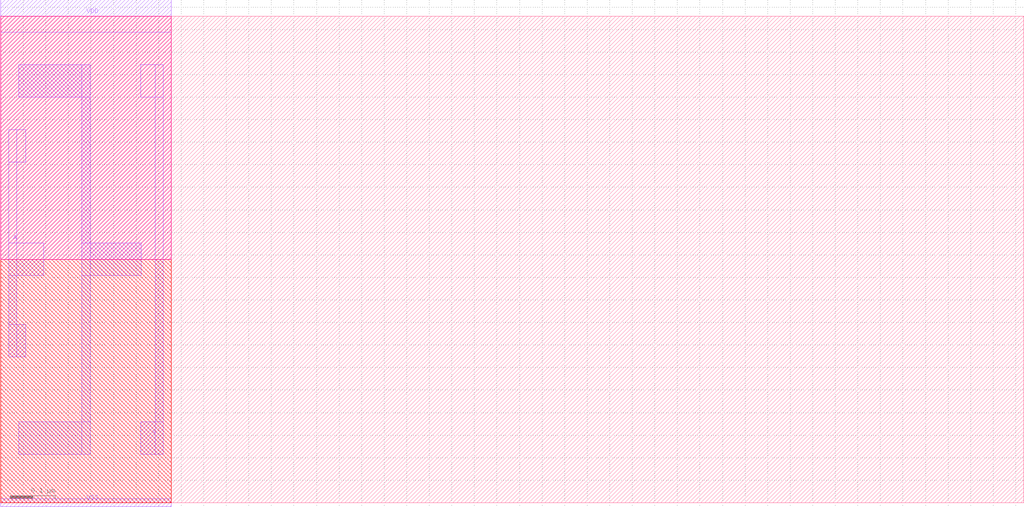
<source format=lef>
# BSD 3-Clause License
# 
# Copyright 2022 Lawrence T. Clark, Vinay Vashishtha, or Arizona State
# University
# 
# Redistribution and use in source and binary forms, with or without
# modification, are permitted provided that the following conditions are met:
# 
# 1. Redistributions of source code must retain the above copyright notice,
# this list of conditions and the following disclaimer.
# 
# 2. Redistributions in binary form must reproduce the above copyright
# notice, this list of conditions and the following disclaimer in the
# documentation and/or other materials provided with the distribution.
# 
# 3. Neither the name of the copyright holder nor the names of its
# contributors may be used to endorse or promote products derived from this
# software without specific prior written permission.
# 
# THIS SOFTWARE IS PROVIDED BY THE COPYRIGHT HOLDERS AND CONTRIBUTORS "AS IS"
# AND ANY EXPRESS OR IMPLIED WARRANTIES, INCLUDING, BUT NOT LIMITED TO, THE
# IMPLIED WARRANTIES OF MERCHANTABILITY AND FITNESS FOR A PARTICULAR PURPOSE
# ARE DISCLAIMED. IN NO EVENT SHALL THE COPYRIGHT HOLDER OR CONTRIBUTORS BE
# LIABLE FOR ANY DIRECT, INDIRECT, INCIDENTAL, SPECIAL, EXEMPLARY, OR
# CONSEQUENTIAL DAMAGES (INCLUDING, BUT NOT LIMITED TO, PROCUREMENT OF
# SUBSTITUTE GOODS OR SERVICES; LOSS OF USE, DATA, OR PROFITS; OR BUSINESS
# INTERRUPTION) HOWEVER CAUSED AND ON ANY THEORY OF LIABILITY, WHETHER IN
# CONTRACT, STRICT LIABILITY, OR TORT (INCLUDING NEGLIGENCE OR OTHERWISE)
# ARISING IN ANY WAY OUT OF THE USE OF THIS SOFTWARE, EVEN IF ADVISED OF THE
# POSSIBILITY OF SUCH DAMAGE.

VERSION 5.8 ;
BUSBITCHARS "[]" ;
DIVIDERCHAR "/" ;

SITE asap7sc7p5t
 CLASS CORE ;
 SIZE 0.054 BY 0.270 ;
 SYMMETRY Y ;
END asap7sc7p5t

SITE asap7sc7p5t_4x
  CLASS CORE ;
  SIZE 0.054 BY 1.080 ;
END asap7sc7p5t_4x

SITE asap7sc7p5t_3x
  CLASS CORE ;
  SIZE 0.054 BY 0.810 ;
END asap7sc7p5t_3x
SITE asap7sc7p5t_2x
 CLASS CORE ;
 SIZE 0.054 BY 0.540 ;
 SYMMETRY Y ;
END asap7sc7p5t_2x


MACRO A2O1A1Ixp33_ASAP7_75t_UL
  CLASS CORE ;
  ORIGIN 0 0 ;
  FOREIGN A2O1A1Ixp33_ASAP7_75t_SL 0 0 ;
  SIZE 0.324 BY 0.27 ;
  SYMMETRY X Y ;
  SITE asap7sc7p5t ;
  PIN A1
    DIRECTION INPUT ;
    USE SIGNAL ;
    PORT
      LAYER M1 ;
        RECT 0.072 0.07 0.09 0.2 ;
    END
  END A1
  PIN A2
    DIRECTION INPUT ;
    USE SIGNAL ;
    PORT
      LAYER M1 ;
        RECT 0.126 0.07 0.144 0.2 ;
    END
  END A2
  PIN B
    DIRECTION INPUT ;
    USE SIGNAL ;
    PORT
      LAYER M1 ;
        RECT 0.18 0.07 0.198 0.2 ;
    END
  END B
  PIN C
    DIRECTION INPUT ;
    USE SIGNAL ;
    PORT
      LAYER M1 ;
        RECT 0.234 0.081 0.252 0.19 ;
    END
  END C
  PIN VDD
    DIRECTION INOUT ;
    USE POWER ;
    SHAPE ABUTMENT ;
    PORT
      LAYER M1 ;
        RECT 0 0.261 0.324 0.279 ;
    END
  END VDD
  PIN VSS
    DIRECTION INOUT ;
    USE GROUND ;
    SHAPE ABUTMENT ;
    PORT
      LAYER M1 ;
        RECT 0 -0.009 0.324 0.009 ;
    END
  END VSS
  PIN Y
    DIRECTION OUTPUT ;
    USE SIGNAL ;
    PORT
      LAYER M1 ;
        RECT 0.214 0.215 0.306 0.233 ;
        RECT 0.288 0.037 0.306 0.233 ;
        RECT 0.262 0.037 0.306 0.055 ;
    END
  END Y
  OBS
    LAYER M1 ;
      RECT 0.04 0.027 0.23 0.045 ;
      RECT 0.04 0.225 0.176 0.243 ;
		LAYER ULVTN ;
			RECT 0 0 0.324 0.135 ;
		LAYER ULVTP ;
			RECT 0 0.135 0.324 0.27 ;
  END
END A2O1A1Ixp33_ASAP7_75t_UL

MACRO A2O1A1O1Ixp25_ASAP7_75t_UL
  CLASS CORE ;
  ORIGIN 0 0 ;
  FOREIGN A2O1A1O1Ixp25_ASAP7_75t_SL 0 0 ;
  SIZE 0.486 BY 0.27 ;
  SYMMETRY X Y ;
  SITE asap7sc7p5t ;
  PIN A1
    DIRECTION INPUT ;
    USE SIGNAL ;
    PORT
      LAYER M1 ;
        RECT 0.126 0.07 0.144 0.2 ;
    END
  END A1
  PIN A2
    DIRECTION INPUT ;
    USE SIGNAL ;
    PORT
      LAYER M1 ;
        RECT 0.072 0.07 0.09 0.2 ;
    END
  END A2
  PIN B
    DIRECTION INPUT ;
    USE SIGNAL ;
    PORT
      LAYER M1 ;
        RECT 0.18 0.07 0.198 0.2 ;
    END
  END B
  PIN C
    DIRECTION INPUT ;
    USE SIGNAL ;
    PORT
      LAYER M1 ;
        RECT 0.234 0.07 0.252 0.2 ;
    END
  END C
  PIN D
    DIRECTION INPUT ;
    USE SIGNAL ;
    PORT
      LAYER M1 ;
        RECT 0.342 0.127 0.414 0.145 ;
        RECT 0.342 0.07 0.36 0.2 ;
    END
  END D
  PIN VDD
    DIRECTION INOUT ;
    USE POWER ;
    SHAPE ABUTMENT ;
    PORT
      LAYER M1 ;
        RECT 0 0.261 0.486 0.279 ;
    END
  END VDD
  PIN VSS
    DIRECTION INOUT ;
    USE GROUND ;
    SHAPE ABUTMENT ;
    PORT
      LAYER M1 ;
        RECT 0 -0.009 0.486 0.009 ;
    END
  END VSS
  PIN Y
    DIRECTION OUTPUT ;
    USE SIGNAL ;
    PORT
      LAYER M1 ;
        RECT 0.423 0.225 0.468 0.243 ;
        RECT 0.45 0.027 0.468 0.243 ;
        RECT 0.261 0.027 0.468 0.045 ;
    END
  END Y
  OBS
    LAYER M1 ;
      RECT 0.207 0.225 0.387 0.243 ;
      RECT 0.04 0.027 0.225 0.045 ;
      RECT 0.04 0.225 0.171 0.243 ;
		LAYER ULVTN ;
			RECT 0 0 0.486 0.135 ;
		LAYER ULVTP ;
			RECT 0 0.135 0.486 0.27 ;
  END
END A2O1A1O1Ixp25_ASAP7_75t_UL

MACRO AND2x2_ASAP7_75t_UL
  CLASS CORE ;
  ORIGIN 0 0 ;
  FOREIGN AND2x2_ASAP7_75t_SL 0 0 ;
  SIZE 0.324 BY 0.27 ;
  SYMMETRY X Y ;
  SITE asap7sc7p5t ;
  PIN A
    DIRECTION INPUT ;
    USE SIGNAL ;
    PORT
      LAYER M1 ;
        RECT 0.126 0.07 0.144 0.2 ;
    END
  END A
  PIN B
    DIRECTION INPUT ;
    USE SIGNAL ;
    PORT
      LAYER M1 ;
        RECT 0.018 0.126 0.084 0.144 ;
        RECT 0.018 0.034 0.036 0.236 ;
    END
  END B
  PIN VDD
    DIRECTION INOUT ;
    USE POWER ;
    SHAPE ABUTMENT ;
    PORT
      LAYER M1 ;
        RECT 0 0.261 0.324 0.279 ;
    END
  END VDD
  PIN VSS
    DIRECTION INOUT ;
    USE GROUND ;
    SHAPE ABUTMENT ;
    PORT
      LAYER M1 ;
        RECT 0 -0.009 0.324 0.009 ;
    END
  END VSS
  PIN Y
    DIRECTION OUTPUT ;
    USE SIGNAL ;
    PORT
      LAYER M1 ;
        RECT 0.207 0.225 0.306 0.243 ;
        RECT 0.288 0.027 0.306 0.243 ;
        RECT 0.207 0.027 0.306 0.045 ;
        RECT 0.207 0.184 0.225 0.243 ;
        RECT 0.207 0.027 0.225 0.086 ;
    END
  END Y
  OBS
    LAYER M1 ;
      RECT 0.094 0.225 0.18 0.243 ;
      RECT 0.162 0.027 0.18 0.243 ;
      RECT 0.162 0.126 0.203 0.144 ;
      RECT 0.07 0.027 0.088 0.086 ;
      RECT 0.07 0.027 0.18 0.045 ;
		LAYER ULVTN ;
			RECT 0 0 0.324 0.135 ;
		LAYER ULVTP ;
			RECT 0 0.135 0.324 0.27 ;
  END
END AND2x2_ASAP7_75t_UL

MACRO AND2x4_ASAP7_75t_UL
  CLASS CORE ;
  ORIGIN 0 0 ;
  FOREIGN AND2x4_ASAP7_75t_SL 0 0 ;
  SIZE 0.54 BY 0.27 ;
  SYMMETRY X Y ;
  SITE asap7sc7p5t ;
  PIN A
    DIRECTION INPUT ;
    USE SIGNAL ;
    PORT
      LAYER M1 ;
        RECT 0.234 0.028 0.252 0.15 ;
        RECT 0.072 0.028 0.252 0.046 ;
        RECT 0.072 0.028 0.09 0.2 ;
    END
  END A
  PIN B
    DIRECTION INPUT ;
    USE SIGNAL ;
    PORT
      LAYER M1 ;
        RECT 0.126 0.107 0.144 0.2 ;
    END
  END B
  PIN VDD
    DIRECTION INOUT ;
    USE POWER ;
    SHAPE ABUTMENT ;
    PORT
      LAYER M1 ;
        RECT 0 0.261 0.54 0.279 ;
    END
  END VDD
  PIN VSS
    DIRECTION INOUT ;
    USE GROUND ;
    SHAPE ABUTMENT ;
    PORT
      LAYER M1 ;
        RECT 0 -0.009 0.54 0.009 ;
    END
  END VSS
  PIN Y
    DIRECTION OUTPUT ;
    USE SIGNAL ;
    PORT
      LAYER M1 ;
        RECT 0.31 0.225 0.468 0.243 ;
        RECT 0.45 0.027 0.468 0.243 ;
        RECT 0.31 0.027 0.468 0.045 ;
    END
  END Y
  OBS
    LAYER M1 ;
      RECT 0.094 0.225 0.231 0.243 ;
      RECT 0.18 0.064 0.198 0.243 ;
      RECT 0.179 0.182 0.306 0.2 ;
      RECT 0.288 0.121 0.306 0.2 ;
      RECT 0.115 0.064 0.198 0.082 ;
		LAYER ULVTN ;
			RECT 0 0 0.54 0.135 ;
		LAYER ULVTP ;
			RECT 0 0.135 0.54 0.27 ;
  END
END AND2x4_ASAP7_75t_UL

MACRO AND2x6_ASAP7_75t_UL
  CLASS CORE ;
  ORIGIN 0 0 ;
  FOREIGN AND2x6_ASAP7_75t_SL 0 0 ;
  SIZE 0.648 BY 0.27 ;
  SYMMETRY X Y ;
  SITE asap7sc7p5t ;
  PIN A
    DIRECTION INPUT ;
    USE SIGNAL ;
    PORT
      LAYER M1 ;
        RECT 0.234 0.028 0.252 0.15 ;
        RECT 0.072 0.028 0.252 0.046 ;
        RECT 0.072 0.028 0.09 0.2 ;
    END
  END A
  PIN B
    DIRECTION INPUT ;
    USE SIGNAL ;
    PORT
      LAYER M1 ;
        RECT 0.126 0.107 0.144 0.2 ;
    END
  END B
  PIN VDD
    DIRECTION INOUT ;
    USE POWER ;
    SHAPE ABUTMENT ;
    PORT
      LAYER M1 ;
        RECT 0 0.261 0.648 0.279 ;
    END
  END VDD
  PIN VSS
    DIRECTION INOUT ;
    USE GROUND ;
    SHAPE ABUTMENT ;
    PORT
      LAYER M1 ;
        RECT 0 -0.009 0.648 0.009 ;
    END
  END VSS
  PIN Y
    DIRECTION OUTPUT ;
    USE SIGNAL ;
    PORT
      LAYER M1 ;
        RECT 0.31 0.225 0.554 0.243 ;
        RECT 0.31 0.027 0.554 0.045 ;
        RECT 0.45 0.027 0.468 0.243 ;
    END
  END Y
  OBS
    LAYER M1 ;
      RECT 0.094 0.225 0.231 0.243 ;
      RECT 0.18 0.064 0.198 0.243 ;
      RECT 0.179 0.182 0.306 0.2 ;
      RECT 0.288 0.121 0.306 0.2 ;
      RECT 0.115 0.064 0.198 0.082 ;
		LAYER ULVTN ;
			RECT 0 0 0.648 0.135 ;
		LAYER ULVTP ;
			RECT 0 0.135 0.648 0.27 ;
  END
END AND2x6_ASAP7_75t_UL

MACRO AND3x1_ASAP7_75t_UL
  CLASS CORE ;
  ORIGIN 0 0 ;
  FOREIGN AND3x1_ASAP7_75t_SL 0 0 ;
  SIZE 0.324 BY 0.27 ;
  SYMMETRY X Y ;
  SITE asap7sc7p5t ;
  PIN A
    DIRECTION INPUT ;
    USE SIGNAL ;
    PORT
      LAYER M1 ;
        RECT 0.072 0.07 0.09 0.2 ;
    END
  END A
  PIN B
    DIRECTION INPUT ;
    USE SIGNAL ;
    PORT
      LAYER M1 ;
        RECT 0.126 0.07 0.144 0.2 ;
    END
  END B
  PIN C
    DIRECTION INPUT ;
    USE SIGNAL ;
    PORT
      LAYER M1 ;
        RECT 0.18 0.07 0.198 0.2 ;
    END
  END C
  PIN VDD
    DIRECTION INOUT ;
    USE POWER ;
    SHAPE ABUTMENT ;
    PORT
      LAYER M1 ;
        RECT 0 0.261 0.324 0.279 ;
    END
  END VDD
  PIN VSS
    DIRECTION INOUT ;
    USE GROUND ;
    SHAPE ABUTMENT ;
    PORT
      LAYER M1 ;
        RECT 0 -0.009 0.324 0.009 ;
    END
  END VSS
  PIN Y
    DIRECTION OUTPUT ;
    USE SIGNAL ;
    PORT
      LAYER M1 ;
        RECT 0.261 0.183 0.306 0.201 ;
        RECT 0.288 0.076 0.306 0.201 ;
        RECT 0.261 0.076 0.306 0.094 ;
        RECT 0.261 0.183 0.279 0.235 ;
        RECT 0.261 0.034 0.279 0.094 ;
    END
  END Y
  OBS
    LAYER M1 ;
      RECT 0.04 0.225 0.234 0.243 ;
      RECT 0.216 0.027 0.234 0.243 ;
      RECT 0.216 0.126 0.263 0.144 ;
      RECT 0.04 0.027 0.234 0.045 ;
		LAYER ULVTN ;
			RECT 0 0 0.324 0.135 ;
		LAYER ULVTP ;
			RECT 0 0.135 0.324 0.27 ;
  END
END AND3x1_ASAP7_75t_UL

MACRO AND3x2_ASAP7_75t_UL
  CLASS CORE ;
  ORIGIN 0 0 ;
  FOREIGN AND3x2_ASAP7_75t_SL 0 0 ;
  SIZE 0.378 BY 0.27 ;
  SYMMETRY X Y ;
  SITE asap7sc7p5t ;
  PIN A
    DIRECTION INPUT ;
    USE SIGNAL ;
    PORT
      LAYER M1 ;
        RECT 0.072 0.07 0.09 0.2 ;
    END
  END A
  PIN B
    DIRECTION INPUT ;
    USE SIGNAL ;
    PORT
      LAYER M1 ;
        RECT 0.126 0.07 0.144 0.2 ;
    END
  END B
  PIN C
    DIRECTION INPUT ;
    USE SIGNAL ;
    PORT
      LAYER M1 ;
        RECT 0.18 0.07 0.198 0.2 ;
    END
  END C
  PIN VDD
    DIRECTION INOUT ;
    USE POWER ;
    SHAPE ABUTMENT ;
    PORT
      LAYER M1 ;
        RECT 0 0.261 0.378 0.279 ;
    END
  END VDD
  PIN VSS
    DIRECTION INOUT ;
    USE GROUND ;
    SHAPE ABUTMENT ;
    PORT
      LAYER M1 ;
        RECT 0 -0.009 0.378 0.009 ;
    END
  END VSS
  PIN Y
    DIRECTION OUTPUT ;
    USE SIGNAL ;
    PORT
      LAYER M1 ;
        RECT 0.261 0.225 0.36 0.243 ;
        RECT 0.342 0.027 0.36 0.243 ;
        RECT 0.261 0.027 0.36 0.045 ;
        RECT 0.261 0.184 0.279 0.243 ;
        RECT 0.261 0.027 0.279 0.086 ;
    END
  END Y
  OBS
    LAYER M1 ;
      RECT 0.04 0.225 0.234 0.243 ;
      RECT 0.216 0.027 0.234 0.243 ;
      RECT 0.216 0.126 0.284 0.144 ;
      RECT 0.04 0.027 0.234 0.045 ;
		LAYER ULVTN ;
			RECT 0 0 0.378 0.135 ;
		LAYER ULVTP ;
			RECT 0 0.135 0.378 0.27 ;
  END
END AND3x2_ASAP7_75t_UL

MACRO AND3x4_ASAP7_75t_UL
  CLASS CORE ;
  ORIGIN 0 0 ;
  FOREIGN AND3x4_ASAP7_75t_SL 0 0 ;
  SIZE 0.756 BY 0.27 ;
  SYMMETRY X Y ;
  SITE asap7sc7p5t ;
  PIN A
    DIRECTION INPUT ;
    USE SIGNAL ;
    PORT
      LAYER M1 ;
        RECT 0.612 0.189 0.649 0.207 ;
        RECT 0.612 0.099 0.649 0.117 ;
        RECT 0.612 0.099 0.63 0.207 ;
    END
  END A
  PIN B
    DIRECTION INPUT ;
    USE SIGNAL ;
    PORT
      LAYER M1 ;
        RECT 0.504 0.189 0.541 0.207 ;
        RECT 0.504 0.099 0.541 0.117 ;
        RECT 0.504 0.099 0.522 0.207 ;
    END
  END B
  PIN C
    DIRECTION INPUT ;
    USE SIGNAL ;
    PORT
      LAYER M1 ;
        RECT 0.342 0.07 0.36 0.2 ;
    END
  END C
  PIN VDD
    DIRECTION INOUT ;
    USE POWER ;
    SHAPE ABUTMENT ;
    PORT
      LAYER M1 ;
        RECT 0 0.261 0.756 0.279 ;
    END
  END VDD
  PIN VSS
    DIRECTION INOUT ;
    USE GROUND ;
    SHAPE ABUTMENT ;
    PORT
      LAYER M1 ;
        RECT 0 -0.009 0.756 0.009 ;
    END
  END VSS
  PIN Y
    DIRECTION OUTPUT ;
    USE SIGNAL ;
    PORT
      LAYER M1 ;
        RECT 0.018 0.225 0.23 0.243 ;
        RECT 0.018 0.027 0.23 0.045 ;
        RECT 0.018 0.027 0.036 0.243 ;
    END
  END Y
  OBS
    LAYER M1 ;
      RECT 0.26 0.225 0.746 0.243 ;
      RECT 0.728 0.027 0.746 0.243 ;
      RECT 0.26 0.042 0.278 0.243 ;
      RECT 0.218 0.126 0.278 0.144 ;
      RECT 0.634 0.027 0.746 0.045 ;
      RECT 0.472 0.063 0.701 0.081 ;
      RECT 0.31 0.027 0.554 0.045 ;
		LAYER ULVTN ;
			RECT 0 0 0.756 0.135 ;
		LAYER ULVTP ;
			RECT 0 0.135 0.756 0.27 ;
  END
END AND3x4_ASAP7_75t_UL

MACRO AND4x1_ASAP7_75t_UL
  CLASS CORE ;
  ORIGIN 0 0 ;
  FOREIGN AND4x1_ASAP7_75t_SL 0 0 ;
  SIZE 0.378 BY 0.27 ;
  SYMMETRY X Y ;
  SITE asap7sc7p5t ;
  PIN A
    DIRECTION INPUT ;
    USE SIGNAL ;
    PORT
      LAYER M1 ;
        RECT 0.072 0.07 0.09 0.2 ;
    END
  END A
  PIN B
    DIRECTION INPUT ;
    USE SIGNAL ;
    PORT
      LAYER M1 ;
        RECT 0.126 0.034 0.144 0.2 ;
    END
  END B
  PIN C
    DIRECTION INPUT ;
    USE SIGNAL ;
    PORT
      LAYER M1 ;
        RECT 0.18 0.034 0.198 0.2 ;
    END
  END C
  PIN D
    DIRECTION INPUT ;
    USE SIGNAL ;
    PORT
      LAYER M1 ;
        RECT 0.234 0.034 0.252 0.164 ;
    END
  END D
  PIN VDD
    DIRECTION INOUT ;
    USE POWER ;
    SHAPE ABUTMENT ;
    PORT
      LAYER M1 ;
        RECT 0 0.261 0.378 0.279 ;
    END
  END VDD
  PIN VSS
    DIRECTION INOUT ;
    USE GROUND ;
    SHAPE ABUTMENT ;
    PORT
      LAYER M1 ;
        RECT 0 -0.009 0.378 0.009 ;
    END
  END VSS
  PIN Y
    DIRECTION OUTPUT ;
    USE SIGNAL ;
    PORT
      LAYER M1 ;
        RECT 0.299 0.225 0.36 0.243 ;
        RECT 0.342 0.027 0.36 0.243 ;
        RECT 0.31 0.027 0.36 0.045 ;
    END
  END Y
  OBS
    LAYER M1 ;
      RECT 0.018 0.225 0.252 0.243 ;
      RECT 0.234 0.189 0.252 0.243 ;
      RECT 0.018 0.027 0.036 0.243 ;
      RECT 0.234 0.189 0.306 0.207 ;
      RECT 0.288 0.12 0.306 0.207 ;
      RECT 0.018 0.027 0.085 0.045 ;
		LAYER ULVTN ;
			RECT 0 0 0.378 0.135 ;
		LAYER ULVTP ;
			RECT 0 0.135 0.378 0.27 ;
  END
END AND4x1_ASAP7_75t_UL

MACRO AND4x2_ASAP7_75t_UL
  CLASS CORE ;
  ORIGIN 0 0 ;
  FOREIGN AND4x2_ASAP7_75t_SL 0 0 ;
  SIZE 0.432 BY 0.27 ;
  SYMMETRY X Y ;
  SITE asap7sc7p5t ;
  PIN A
    DIRECTION INPUT ;
    USE SIGNAL ;
    PORT
      LAYER M1 ;
        RECT 0.342 0.07 0.36 0.2 ;
    END
  END A
  PIN B
    DIRECTION INPUT ;
    USE SIGNAL ;
    PORT
      LAYER M1 ;
        RECT 0.288 0.034 0.306 0.2 ;
    END
  END B
  PIN C
    DIRECTION INPUT ;
    USE SIGNAL ;
    PORT
      LAYER M1 ;
        RECT 0.234 0.034 0.252 0.2 ;
    END
  END C
  PIN D
    DIRECTION INPUT ;
    USE SIGNAL ;
    PORT
      LAYER M1 ;
        RECT 0.18 0.034 0.198 0.164 ;
    END
  END D
  PIN VDD
    DIRECTION INOUT ;
    USE POWER ;
    SHAPE ABUTMENT ;
    PORT
      LAYER M1 ;
        RECT 0 0.261 0.432 0.279 ;
    END
  END VDD
  PIN VSS
    DIRECTION INOUT ;
    USE GROUND ;
    SHAPE ABUTMENT ;
    PORT
      LAYER M1 ;
        RECT 0 -0.009 0.432 0.009 ;
    END
  END VSS
  PIN Y
    DIRECTION OUTPUT ;
    USE SIGNAL ;
    PORT
      LAYER M1 ;
        RECT 0.018 0.225 0.122 0.243 ;
        RECT 0.018 0.027 0.122 0.045 ;
        RECT 0.018 0.027 0.036 0.243 ;
    END
  END Y
  OBS
    LAYER M1 ;
      RECT 0.153 0.225 0.414 0.243 ;
      RECT 0.396 0.027 0.414 0.243 ;
      RECT 0.153 0.189 0.171 0.243 ;
      RECT 0.099 0.189 0.171 0.207 ;
      RECT 0.099 0.119 0.117 0.207 ;
      RECT 0.364 0.027 0.414 0.045 ;
		LAYER ULVTN ;
			RECT 0 0 0.432 0.135 ;
		LAYER ULVTP ;
			RECT 0 0.135 0.432 0.27 ;
  END
END AND4x2_ASAP7_75t_UL

MACRO AND5x1_ASAP7_75t_UL
  CLASS CORE ;
  ORIGIN 0 0 ;
  FOREIGN AND5x1_ASAP7_75t_SL 0 0 ;
  SIZE 0.432 BY 0.27 ;
  SYMMETRY X Y ;
  SITE asap7sc7p5t ;
  PIN A
    DIRECTION INPUT ;
    USE SIGNAL ;
    PORT
      LAYER M1 ;
        RECT 0.072 0.07 0.09 0.2 ;
    END
  END A
  PIN B
    DIRECTION INPUT ;
    USE SIGNAL ;
    PORT
      LAYER M1 ;
        RECT 0.126 0.034 0.144 0.2 ;
    END
  END B
  PIN C
    DIRECTION INPUT ;
    USE SIGNAL ;
    PORT
      LAYER M1 ;
        RECT 0.18 0.034 0.198 0.2 ;
    END
  END C
  PIN D
    DIRECTION INPUT ;
    USE SIGNAL ;
    PORT
      LAYER M1 ;
        RECT 0.234 0.034 0.252 0.2 ;
    END
  END D
  PIN E
    DIRECTION INPUT ;
    USE SIGNAL ;
    PORT
      LAYER M1 ;
        RECT 0.288 0.034 0.306 0.164 ;
    END
  END E
  PIN VDD
    DIRECTION INOUT ;
    USE POWER ;
    SHAPE ABUTMENT ;
    PORT
      LAYER M1 ;
        RECT 0 0.261 0.432 0.279 ;
    END
  END VDD
  PIN VSS
    DIRECTION INOUT ;
    USE GROUND ;
    SHAPE ABUTMENT ;
    PORT
      LAYER M1 ;
        RECT 0 -0.009 0.432 0.009 ;
    END
  END VSS
  PIN Y
    DIRECTION OUTPUT ;
    USE SIGNAL ;
    PORT
      LAYER M1 ;
        RECT 0.349 0.225 0.414 0.243 ;
        RECT 0.396 0.027 0.414 0.243 ;
        RECT 0.35 0.027 0.414 0.045 ;
    END
  END Y
  OBS
    LAYER M1 ;
      RECT 0.018 0.225 0.306 0.243 ;
      RECT 0.288 0.189 0.306 0.243 ;
      RECT 0.018 0.027 0.036 0.243 ;
      RECT 0.288 0.189 0.36 0.207 ;
      RECT 0.342 0.116 0.36 0.207 ;
      RECT 0.018 0.027 0.07 0.045 ;
		LAYER ULVTN ;
			RECT 0 0 0.432 0.135 ;
		LAYER ULVTP ;
			RECT 0 0.135 0.432 0.27 ;
  END
END AND5x1_ASAP7_75t_UL

MACRO AND5x2_ASAP7_75t_UL
  CLASS CORE ;
  ORIGIN 0 0 ;
  FOREIGN AND5x2_ASAP7_75t_SL 0 0 ;
  SIZE 1.08 BY 0.27 ;
  SYMMETRY X Y ;
  SITE asap7sc7p5t ;
  PIN A
    DIRECTION INPUT ;
    USE SIGNAL ;
    PORT
      LAYER M1 ;
        RECT 0.72 0.189 0.757 0.207 ;
        RECT 0.72 0.099 0.757 0.117 ;
        RECT 0.72 0.099 0.738 0.207 ;
    END
  END A
  PIN B
    DIRECTION INPUT ;
    USE SIGNAL ;
    PORT
      LAYER M1 ;
        RECT 0.593 0.189 0.63 0.207 ;
        RECT 0.612 0.099 0.63 0.207 ;
        RECT 0.593 0.099 0.63 0.117 ;
    END
  END B
  PIN C
    DIRECTION INPUT ;
    USE SIGNAL ;
    PORT
      LAYER M1 ;
        RECT 0.45 0.189 0.487 0.207 ;
        RECT 0.45 0.099 0.487 0.117 ;
        RECT 0.45 0.099 0.468 0.207 ;
    END
  END C
  PIN D
    DIRECTION INPUT ;
    USE SIGNAL ;
    PORT
      LAYER M1 ;
        RECT 0.269 0.189 0.306 0.207 ;
        RECT 0.288 0.099 0.306 0.207 ;
        RECT 0.269 0.099 0.306 0.117 ;
    END
  END D
  PIN E
    DIRECTION INPUT ;
    USE SIGNAL ;
    PORT
      LAYER M1 ;
        RECT 0.018 0.126 0.095 0.144 ;
        RECT 0.018 0.034 0.036 0.236 ;
    END
  END E
  PIN VDD
    DIRECTION INOUT ;
    USE POWER ;
    SHAPE ABUTMENT ;
    PORT
      LAYER M1 ;
        RECT 0 0.261 1.08 0.279 ;
    END
  END VDD
  PIN VSS
    DIRECTION INOUT ;
    USE GROUND ;
    SHAPE ABUTMENT ;
    PORT
      LAYER M1 ;
        RECT 0 -0.009 1.08 0.009 ;
    END
  END VSS
  PIN Y
    DIRECTION OUTPUT ;
    USE SIGNAL ;
    PORT
      LAYER M1 ;
        RECT 0.958 0.225 1.062 0.243 ;
        RECT 1.044 0.027 1.062 0.243 ;
        RECT 0.958 0.027 1.062 0.045 ;
    END
  END Y
  OBS
    LAYER M1 ;
      RECT 0.148 0.225 0.9 0.243 ;
      RECT 0.882 0.027 0.9 0.243 ;
      RECT 0.882 0.126 0.942 0.144 ;
      RECT 0.742 0.027 0.9 0.045 ;
      RECT 0.58 0.063 0.824 0.081 ;
      RECT 0.418 0.027 0.662 0.045 ;
      RECT 0.256 0.063 0.5 0.081 ;
      RECT 0.094 0.027 0.338 0.045 ;
		LAYER ULVTN ;
			RECT 0 0 1.08 0.135 ;
		LAYER ULVTP ;
			RECT 0 0.135 1.08 0.27 ;
  END
END AND5x2_ASAP7_75t_UL

MACRO AO211x2_ASAP7_75t_UL
  CLASS CORE ;
  ORIGIN 0 0 ;
  FOREIGN AO211x2_ASAP7_75t_SL 0 0 ;
  SIZE 0.864 BY 0.27 ;
  SYMMETRY X Y ;
  SITE asap7sc7p5t ;
  PIN A1
    DIRECTION INPUT ;
    USE SIGNAL ;
    PORT
      LAYER M1 ;
        RECT 0.018 0.126 0.095 0.144 ;
        RECT 0.018 0.189 0.055 0.207 ;
        RECT 0.018 0.027 0.055 0.045 ;
        RECT 0.018 0.027 0.036 0.207 ;
    END
  END A1
  PIN A2
    DIRECTION INPUT ;
    USE SIGNAL ;
    PORT
      LAYER M1 ;
        RECT 0.126 0.126 0.203 0.144 ;
        RECT 0.107 0.189 0.144 0.207 ;
        RECT 0.126 0.063 0.144 0.207 ;
        RECT 0.107 0.063 0.144 0.081 ;
    END
  END A2
  PIN B
    DIRECTION INPUT ;
    USE SIGNAL ;
    PORT
      LAYER M1 ;
        RECT 0.234 0.126 0.311 0.144 ;
        RECT 0.215 0.189 0.252 0.207 ;
        RECT 0.234 0.063 0.252 0.207 ;
        RECT 0.215 0.063 0.252 0.081 ;
    END
  END B
  PIN C
    DIRECTION INPUT ;
    USE SIGNAL ;
    PORT
      LAYER M1 ;
        RECT 0.504 0.153 0.541 0.171 ;
        RECT 0.504 0.063 0.522 0.171 ;
        RECT 0.485 0.063 0.522 0.081 ;
    END
  END C
  PIN VDD
    DIRECTION INOUT ;
    USE POWER ;
    SHAPE ABUTMENT ;
    PORT
      LAYER M1 ;
        RECT 0 0.261 0.864 0.279 ;
    END
  END VDD
  PIN VSS
    DIRECTION INOUT ;
    USE GROUND ;
    SHAPE ABUTMENT ;
    PORT
      LAYER M1 ;
        RECT 0 -0.009 0.864 0.009 ;
    END
  END VSS
  PIN Y
    DIRECTION OUTPUT ;
    USE SIGNAL ;
    PORT
      LAYER M1 ;
        RECT 0.742 0.225 0.846 0.243 ;
        RECT 0.828 0.027 0.846 0.243 ;
        RECT 0.742 0.027 0.846 0.045 ;
    END
  END Y
  OBS
    LAYER M1 ;
      RECT 0.526 0.225 0.684 0.243 ;
      RECT 0.666 0.027 0.684 0.243 ;
      RECT 0.666 0.125 0.743 0.143 ;
      RECT 0.094 0.027 0.684 0.045 ;
      RECT 0.31 0.189 0.608 0.207 ;
      RECT 0.04 0.225 0.393 0.243 ;
		LAYER ULVTN ;
			RECT 0 0 0.864 0.135 ;
		LAYER ULVTP ;
			RECT 0 0.135 0.864 0.27 ;
  END
END AO211x2_ASAP7_75t_UL

MACRO AO21x1_ASAP7_75t_UL
  CLASS CORE ;
  ORIGIN 0 0 ;
  FOREIGN AO21x1_ASAP7_75t_SL 0 0 ;
  SIZE 0.324 BY 0.27 ;
  SYMMETRY X Y ;
  SITE asap7sc7p5t ;
  PIN A1
    DIRECTION INPUT ;
    USE SIGNAL ;
    PORT
      LAYER M1 ;
        RECT 0.018 0.126 0.095 0.144 ;
        RECT 0.018 0.189 0.055 0.207 ;
        RECT 0.018 0.034 0.036 0.207 ;
    END
  END A1
  PIN A2
    DIRECTION INPUT ;
    USE SIGNAL ;
    PORT
      LAYER M1 ;
        RECT 0.126 0.07 0.144 0.164 ;
    END
  END A2
  PIN B
    DIRECTION INPUT ;
    USE SIGNAL ;
    PORT
      LAYER M1 ;
        RECT 0.18 0.07 0.198 0.164 ;
    END
  END B
  PIN VDD
    DIRECTION INOUT ;
    USE POWER ;
    SHAPE ABUTMENT ;
    PORT
      LAYER M1 ;
        RECT 0 0.261 0.324 0.279 ;
    END
  END VDD
  PIN VSS
    DIRECTION INOUT ;
    USE GROUND ;
    SHAPE ABUTMENT ;
    PORT
      LAYER M1 ;
        RECT 0 -0.009 0.324 0.009 ;
    END
  END VSS
  PIN Y
    DIRECTION OUTPUT ;
    USE SIGNAL ;
    PORT
      LAYER M1 ;
        RECT 0.23 0.225 0.295 0.243 ;
        RECT 0.277 0.038 0.295 0.243 ;
    END
  END Y
  OBS
    LAYER M1 ;
      RECT 0.094 0.189 0.252 0.207 ;
      RECT 0.234 0.027 0.252 0.207 ;
      RECT 0.148 0.027 0.252 0.045 ;
      RECT 0.04 0.225 0.176 0.243 ;
		LAYER ULVTN ;
			RECT 0 0 0.324 0.135 ;
		LAYER ULVTP ;
			RECT 0 0.135 0.324 0.27 ;
  END
END AO21x1_ASAP7_75t_UL

MACRO AO21x2_ASAP7_75t_UL
  CLASS CORE ;
  ORIGIN 0 0 ;
  FOREIGN AO21x2_ASAP7_75t_SL 0 0 ;
  SIZE 0.378 BY 0.27 ;
  SYMMETRY X Y ;
  SITE asap7sc7p5t ;
  PIN A1
    DIRECTION INPUT ;
    USE SIGNAL ;
    PORT
      LAYER M1 ;
        RECT 0.018 0.126 0.095 0.144 ;
        RECT 0.018 0.189 0.055 0.207 ;
        RECT 0.018 0.034 0.036 0.207 ;
    END
  END A1
  PIN A2
    DIRECTION INPUT ;
    USE SIGNAL ;
    PORT
      LAYER M1 ;
        RECT 0.126 0.07 0.144 0.164 ;
    END
  END A2
  PIN B
    DIRECTION INPUT ;
    USE SIGNAL ;
    PORT
      LAYER M1 ;
        RECT 0.18 0.07 0.198 0.164 ;
    END
  END B
  PIN VDD
    DIRECTION INOUT ;
    USE POWER ;
    SHAPE ABUTMENT ;
    PORT
      LAYER M1 ;
        RECT 0 0.261 0.378 0.279 ;
    END
  END VDD
  PIN VSS
    DIRECTION INOUT ;
    USE GROUND ;
    SHAPE ABUTMENT ;
    PORT
      LAYER M1 ;
        RECT 0 -0.009 0.378 0.009 ;
    END
  END VSS
  PIN Y
    DIRECTION OUTPUT ;
    USE SIGNAL ;
    PORT
      LAYER M1 ;
        RECT 0.23 0.225 0.333 0.243 ;
        RECT 0.315 0.069 0.333 0.243 ;
        RECT 0.276 0.069 0.333 0.087 ;
        RECT 0.276 0.038 0.294 0.087 ;
    END
  END Y
  OBS
    LAYER M1 ;
      RECT 0.094 0.189 0.252 0.207 ;
      RECT 0.234 0.027 0.252 0.207 ;
      RECT 0.148 0.027 0.252 0.045 ;
      RECT 0.04 0.225 0.176 0.243 ;
		LAYER ULVTN ;
			RECT 0 0 0.378 0.135 ;
		LAYER ULVTP ;
			RECT 0 0.135 0.378 0.27 ;
  END
END AO21x2_ASAP7_75t_UL

MACRO AO221x1_ASAP7_75t_UL
  CLASS CORE ;
  ORIGIN 0 0 ;
  FOREIGN AO221x1_ASAP7_75t_SL 0 0 ;
  SIZE 0.54 BY 0.27 ;
  SYMMETRY X Y ;
  SITE asap7sc7p5t ;
  PIN A1
    DIRECTION INPUT ;
    USE SIGNAL ;
    PORT
      LAYER M1 ;
        RECT 0.234 0.07 0.252 0.164 ;
    END
  END A1
  PIN A2
    DIRECTION INPUT ;
    USE SIGNAL ;
    PORT
      LAYER M1 ;
        RECT 0.288 0.07 0.306 0.164 ;
    END
  END A2
  PIN B1
    DIRECTION INPUT ;
    USE SIGNAL ;
    PORT
      LAYER M1 ;
        RECT 0.072 0.07 0.09 0.164 ;
    END
  END B1
  PIN B2
    DIRECTION INPUT ;
    USE SIGNAL ;
    PORT
      LAYER M1 ;
        RECT 0.126 0.07 0.144 0.164 ;
    END
  END B2
  PIN C
    DIRECTION INPUT ;
    USE SIGNAL ;
    PORT
      LAYER M1 ;
        RECT 0.18 0.07 0.198 0.164 ;
    END
  END C
  PIN VDD
    DIRECTION INOUT ;
    USE POWER ;
    SHAPE ABUTMENT ;
    PORT
      LAYER M1 ;
        RECT 0 0.261 0.54 0.279 ;
    END
  END VDD
  PIN VSS
    DIRECTION INOUT ;
    USE GROUND ;
    SHAPE ABUTMENT ;
    PORT
      LAYER M1 ;
        RECT 0 -0.009 0.54 0.009 ;
    END
  END VSS
  PIN Y
    DIRECTION OUTPUT ;
    USE SIGNAL ;
    PORT
      LAYER M1 ;
        RECT 0.472 0.225 0.522 0.243 ;
        RECT 0.504 0.027 0.522 0.243 ;
        RECT 0.459 0.027 0.522 0.045 ;
    END
  END Y
  OBS
    LAYER M1 ;
      RECT 0.018 0.189 0.126 0.207 ;
      RECT 0.018 0.027 0.036 0.207 ;
      RECT 0.396 0.126 0.474 0.144 ;
      RECT 0.396 0.027 0.414 0.144 ;
      RECT 0.018 0.027 0.414 0.045 ;
      RECT 0.2 0.189 0.339 0.207 ;
      RECT 0.039 0.225 0.176 0.243 ;
		LAYER ULVTN ;
			RECT 0 0 0.54 0.135 ;
		LAYER ULVTP ;
			RECT 0 0.135 0.54 0.27 ;
  END
END AO221x1_ASAP7_75t_UL

MACRO AO221x2_ASAP7_75t_UL
  CLASS CORE ;
  ORIGIN 0 0 ;
  FOREIGN AO221x2_ASAP7_75t_SL 0 0 ;
  SIZE 0.594 BY 0.27 ;
  SYMMETRY X Y ;
  SITE asap7sc7p5t ;
  PIN A1
    DIRECTION INPUT ;
    USE SIGNAL ;
    PORT
      LAYER M1 ;
        RECT 0.234 0.07 0.252 0.164 ;
    END
  END A1
  PIN A2
    DIRECTION INPUT ;
    USE SIGNAL ;
    PORT
      LAYER M1 ;
        RECT 0.288 0.07 0.306 0.164 ;
    END
  END A2
  PIN B1
    DIRECTION INPUT ;
    USE SIGNAL ;
    PORT
      LAYER M1 ;
        RECT 0.072 0.07 0.09 0.164 ;
    END
  END B1
  PIN B2
    DIRECTION INPUT ;
    USE SIGNAL ;
    PORT
      LAYER M1 ;
        RECT 0.126 0.07 0.144 0.164 ;
    END
  END B2
  PIN C
    DIRECTION INPUT ;
    USE SIGNAL ;
    PORT
      LAYER M1 ;
        RECT 0.18 0.07 0.198 0.164 ;
    END
  END C
  PIN VDD
    DIRECTION INOUT ;
    USE POWER ;
    SHAPE ABUTMENT ;
    PORT
      LAYER M1 ;
        RECT 0 0.261 0.594 0.279 ;
    END
  END VDD
  PIN VSS
    DIRECTION INOUT ;
    USE GROUND ;
    SHAPE ABUTMENT ;
    PORT
      LAYER M1 ;
        RECT 0 -0.009 0.594 0.009 ;
    END
  END VSS
  PIN Y
    DIRECTION OUTPUT ;
    USE SIGNAL ;
    PORT
      LAYER M1 ;
        RECT 0.472 0.225 0.549 0.243 ;
        RECT 0.531 0.027 0.549 0.243 ;
        RECT 0.459 0.027 0.549 0.045 ;
    END
  END Y
  OBS
    LAYER M1 ;
      RECT 0.018 0.189 0.126 0.207 ;
      RECT 0.018 0.027 0.036 0.207 ;
      RECT 0.396 0.126 0.474 0.144 ;
      RECT 0.396 0.027 0.414 0.144 ;
      RECT 0.018 0.027 0.414 0.045 ;
      RECT 0.2 0.189 0.339 0.207 ;
      RECT 0.039 0.225 0.176 0.243 ;
		LAYER ULVTN ;
			RECT 0 0 0.594 0.135 ;
		LAYER ULVTP ;
			RECT 0 0.135 0.594 0.27 ;
  END
END AO221x2_ASAP7_75t_UL

MACRO AO222x2_ASAP7_75t_UL
  CLASS CORE ;
  ORIGIN 0 0 ;
  FOREIGN AO222x2_ASAP7_75t_SL 0 0 ;
  SIZE 0.648 BY 0.27 ;
  SYMMETRY X Y ;
  SITE asap7sc7p5t ;
  PIN A1
    DIRECTION INPUT ;
    USE SIGNAL ;
    PORT
      LAYER M1 ;
        RECT 0.396 0.07 0.414 0.2 ;
    END
  END A1
  PIN A2
    DIRECTION INPUT ;
    USE SIGNAL ;
    PORT
      LAYER M1 ;
        RECT 0.45 0.07 0.468 0.2 ;
    END
  END A2
  PIN B1
    DIRECTION INPUT ;
    USE SIGNAL ;
    PORT
      LAYER M1 ;
        RECT 0.234 0.07 0.252 0.164 ;
    END
  END B1
  PIN B2
    DIRECTION INPUT ;
    USE SIGNAL ;
    PORT
      LAYER M1 ;
        RECT 0.18 0.07 0.198 0.164 ;
    END
  END B2
  PIN C1
    DIRECTION INPUT ;
    USE SIGNAL ;
    PORT
      LAYER M1 ;
        RECT 0.072 0.07 0.09 0.164 ;
    END
  END C1
  PIN C2
    DIRECTION INPUT ;
    USE SIGNAL ;
    PORT
      LAYER M1 ;
        RECT 0.126 0.07 0.144 0.164 ;
    END
  END C2
  PIN VDD
    DIRECTION INOUT ;
    USE POWER ;
    SHAPE ABUTMENT ;
    PORT
      LAYER M1 ;
        RECT 0 0.261 0.648 0.279 ;
    END
  END VDD
  PIN VSS
    DIRECTION INOUT ;
    USE GROUND ;
    SHAPE ABUTMENT ;
    PORT
      LAYER M1 ;
        RECT 0 -0.009 0.648 0.009 ;
    END
  END VSS
  PIN Y
    DIRECTION OUTPUT ;
    USE SIGNAL ;
    PORT
      LAYER M1 ;
        RECT 0.526 0.225 0.63 0.243 ;
        RECT 0.612 0.027 0.63 0.243 ;
        RECT 0.531 0.027 0.63 0.045 ;
        RECT 0.531 0.027 0.549 0.081 ;
    END
  END Y
  OBS
    LAYER M1 ;
      RECT 0.009 0.189 0.122 0.207 ;
      RECT 0.009 0.027 0.027 0.207 ;
      RECT 0.486 0.126 0.554 0.144 ;
      RECT 0.486 0.027 0.504 0.144 ;
      RECT 0.009 0.027 0.504 0.045 ;
      RECT 0.342 0.225 0.468 0.243 ;
      RECT 0.342 0.189 0.36 0.243 ;
      RECT 0.202 0.189 0.36 0.207 ;
      RECT 0.04 0.225 0.284 0.243 ;
		LAYER ULVTN ;
			RECT 0 0 0.648 0.135 ;
		LAYER ULVTP ;
			RECT 0 0.135 0.648 0.27 ;
  END
END AO222x2_ASAP7_75t_UL

MACRO AO22x1_ASAP7_75t_UL
  CLASS CORE ;
  ORIGIN 0 0 ;
  FOREIGN AO22x1_ASAP7_75t_SL 0 0 ;
  SIZE 0.486 BY 0.27 ;
  SYMMETRY X Y ;
  SITE asap7sc7p5t ;
  PIN A1
    DIRECTION INPUT ;
    USE SIGNAL ;
    PORT
      LAYER M1 ;
        RECT 0.018 0.126 0.095 0.144 ;
        RECT 0.018 0.189 0.055 0.207 ;
        RECT 0.018 0.027 0.055 0.045 ;
        RECT 0.018 0.027 0.036 0.207 ;
    END
  END A1
  PIN A2
    DIRECTION INPUT ;
    USE SIGNAL ;
    PORT
      LAYER M1 ;
        RECT 0.107 0.189 0.144 0.207 ;
        RECT 0.126 0.063 0.144 0.207 ;
        RECT 0.107 0.063 0.144 0.081 ;
    END
  END A2
  PIN B1
    DIRECTION INPUT ;
    USE SIGNAL ;
    PORT
      LAYER M1 ;
        RECT 0.234 0.063 0.287 0.081 ;
        RECT 0.234 0.063 0.252 0.164 ;
    END
  END B1
  PIN B2
    DIRECTION INPUT ;
    USE SIGNAL ;
    PORT
      LAYER M1 ;
        RECT 0.18 0.07 0.198 0.164 ;
    END
  END B2
  PIN VDD
    DIRECTION INOUT ;
    USE POWER ;
    SHAPE ABUTMENT ;
    PORT
      LAYER M1 ;
        RECT 0 0.261 0.486 0.279 ;
    END
  END VDD
  PIN VSS
    DIRECTION INOUT ;
    USE GROUND ;
    SHAPE ABUTMENT ;
    PORT
      LAYER M1 ;
        RECT 0 -0.009 0.486 0.009 ;
    END
  END VSS
  PIN Y
    DIRECTION OUTPUT ;
    USE SIGNAL ;
    PORT
      LAYER M1 ;
        RECT 0.418 0.225 0.468 0.243 ;
        RECT 0.45 0.027 0.468 0.243 ;
        RECT 0.418 0.027 0.468 0.045 ;
    END
  END Y
  OBS
    LAYER M1 ;
      RECT 0.202 0.189 0.36 0.207 ;
      RECT 0.342 0.027 0.36 0.207 ;
      RECT 0.342 0.126 0.419 0.144 ;
      RECT 0.107 0.027 0.36 0.045 ;
      RECT 0.04 0.225 0.284 0.243 ;
		LAYER ULVTN ;
			RECT 0 0 0.486 0.135 ;
		LAYER ULVTP ;
			RECT 0 0.135 0.486 0.27 ;
  END
END AO22x1_ASAP7_75t_UL

MACRO AO22x2_ASAP7_75t_UL
  CLASS CORE ;
  ORIGIN 0 0 ;
  FOREIGN AO22x2_ASAP7_75t_SL 0 0 ;
  SIZE 0.54 BY 0.27 ;
  SYMMETRY X Y ;
  SITE asap7sc7p5t ;
  PIN A1
    DIRECTION INPUT ;
    USE SIGNAL ;
    PORT
      LAYER M1 ;
        RECT 0.018 0.126 0.095 0.144 ;
        RECT 0.018 0.189 0.055 0.207 ;
        RECT 0.018 0.027 0.055 0.045 ;
        RECT 0.018 0.027 0.036 0.207 ;
    END
  END A1
  PIN A2
    DIRECTION INPUT ;
    USE SIGNAL ;
    PORT
      LAYER M1 ;
        RECT 0.107 0.189 0.144 0.207 ;
        RECT 0.126 0.063 0.144 0.207 ;
        RECT 0.107 0.063 0.144 0.081 ;
    END
  END A2
  PIN B1
    DIRECTION INPUT ;
    USE SIGNAL ;
    PORT
      LAYER M1 ;
        RECT 0.234 0.063 0.287 0.081 ;
        RECT 0.234 0.063 0.252 0.164 ;
    END
  END B1
  PIN B2
    DIRECTION INPUT ;
    USE SIGNAL ;
    PORT
      LAYER M1 ;
        RECT 0.18 0.07 0.198 0.164 ;
    END
  END B2
  PIN VDD
    DIRECTION INOUT ;
    USE POWER ;
    SHAPE ABUTMENT ;
    PORT
      LAYER M1 ;
        RECT 0 0.261 0.54 0.279 ;
    END
  END VDD
  PIN VSS
    DIRECTION INOUT ;
    USE GROUND ;
    SHAPE ABUTMENT ;
    PORT
      LAYER M1 ;
        RECT 0 -0.009 0.54 0.009 ;
    END
  END VSS
  PIN Y
    DIRECTION OUTPUT ;
    USE SIGNAL ;
    PORT
      LAYER M1 ;
        RECT 0.418 0.225 0.522 0.243 ;
        RECT 0.504 0.027 0.522 0.243 ;
        RECT 0.418 0.027 0.522 0.045 ;
    END
  END Y
  OBS
    LAYER M1 ;
      RECT 0.202 0.189 0.36 0.207 ;
      RECT 0.342 0.027 0.36 0.207 ;
      RECT 0.342 0.126 0.419 0.144 ;
      RECT 0.107 0.027 0.36 0.045 ;
      RECT 0.04 0.225 0.284 0.243 ;
		LAYER ULVTN ;
			RECT 0 0 0.54 0.135 ;
		LAYER ULVTP ;
			RECT 0 0.135 0.54 0.27 ;
  END
END AO22x2_ASAP7_75t_UL

MACRO AO31x2_ASAP7_75t_UL
  CLASS CORE ;
  ORIGIN 0 0 ;
  FOREIGN AO31x2_ASAP7_75t_SL 0 0 ;
  SIZE 0.864 BY 0.27 ;
  SYMMETRY X Y ;
  SITE asap7sc7p5t ;
  PIN A1
    DIRECTION INPUT ;
    USE SIGNAL ;
    PORT
      LAYER M1 ;
        RECT 0.558 0.099 0.576 0.149 ;
        RECT 0.504 0.099 0.576 0.117 ;
        RECT 0.485 0.153 0.522 0.171 ;
        RECT 0.504 0.099 0.522 0.171 ;
    END
  END A1
  PIN A2
    DIRECTION INPUT ;
    USE SIGNAL ;
    PORT
      LAYER M1 ;
        RECT 0.396 0.099 0.414 0.149 ;
        RECT 0.288 0.099 0.414 0.117 ;
        RECT 0.288 0.153 0.325 0.171 ;
        RECT 0.288 0.07 0.306 0.171 ;
    END
  END A2
  PIN A3
    DIRECTION INPUT ;
    USE SIGNAL ;
    PORT
      LAYER M1 ;
        RECT 0.018 0.126 0.095 0.144 ;
        RECT 0.018 0.189 0.059 0.207 ;
        RECT 0.018 0.027 0.059 0.045 ;
        RECT 0.018 0.027 0.036 0.207 ;
    END
  END A3
  PIN B
    DIRECTION INPUT ;
    USE SIGNAL ;
    PORT
      LAYER M1 ;
        RECT 0.126 0.126 0.203 0.144 ;
        RECT 0.107 0.189 0.144 0.207 ;
        RECT 0.126 0.063 0.144 0.207 ;
        RECT 0.107 0.063 0.144 0.081 ;
    END
  END B
  PIN VDD
    DIRECTION INOUT ;
    USE POWER ;
    SHAPE ABUTMENT ;
    PORT
      LAYER M1 ;
        RECT 0 0.261 0.864 0.279 ;
    END
  END VDD
  PIN VSS
    DIRECTION INOUT ;
    USE GROUND ;
    SHAPE ABUTMENT ;
    PORT
      LAYER M1 ;
        RECT 0 -0.009 0.864 0.009 ;
    END
  END VSS
  PIN Y
    DIRECTION OUTPUT ;
    USE SIGNAL ;
    PORT
      LAYER M1 ;
        RECT 0.741 0.225 0.846 0.243 ;
        RECT 0.828 0.027 0.846 0.243 ;
        RECT 0.742 0.027 0.846 0.045 ;
    END
  END Y
  OBS
    LAYER M1 ;
      RECT 0.612 0.225 0.684 0.243 ;
      RECT 0.666 0.027 0.684 0.243 ;
      RECT 0.612 0.189 0.63 0.243 ;
      RECT 0.199 0.189 0.63 0.207 ;
      RECT 0.234 0.063 0.252 0.207 ;
      RECT 0.666 0.126 0.797 0.144 ;
      RECT 0.2 0.063 0.252 0.081 ;
      RECT 0.526 0.027 0.684 0.045 ;
      RECT 0.364 0.063 0.608 0.081 ;
      RECT 0.04 0.225 0.554 0.243 ;
      RECT 0.094 0.027 0.447 0.045 ;
		LAYER ULVTN ;
			RECT 0 0 0.864 0.135 ;
		LAYER ULVTP ;
			RECT 0 0.135 0.864 0.27 ;
  END
END AO31x2_ASAP7_75t_UL

MACRO AO322x2_ASAP7_75t_UL
  CLASS CORE ;
  ORIGIN 0 0 ;
  FOREIGN AO322x2_ASAP7_75t_SL 0 0 ;
  SIZE 0.81 BY 0.27 ;
  SYMMETRY X Y ;
  SITE asap7sc7p5t ;
  PIN A1
    DIRECTION INPUT ;
    USE SIGNAL ;
    PORT
      LAYER M1 ;
        RECT 0.018 0.126 0.095 0.144 ;
        RECT 0.018 0.225 0.055 0.243 ;
        RECT 0.018 0.063 0.055 0.081 ;
        RECT 0.018 0.063 0.036 0.243 ;
    END
  END A1
  PIN A2
    DIRECTION INPUT ;
    USE SIGNAL ;
    PORT
      LAYER M1 ;
        RECT 0.107 0.189 0.144 0.207 ;
        RECT 0.126 0.063 0.144 0.207 ;
        RECT 0.107 0.063 0.144 0.081 ;
    END
  END A2
  PIN A3
    DIRECTION INPUT ;
    USE SIGNAL ;
    PORT
      LAYER M1 ;
        RECT 0.18 0.07 0.198 0.164 ;
    END
  END A3
  PIN B1
    DIRECTION INPUT ;
    USE SIGNAL ;
    PORT
      LAYER M1 ;
        RECT 0.288 0.153 0.325 0.171 ;
        RECT 0.288 0.063 0.325 0.081 ;
        RECT 0.288 0.063 0.306 0.171 ;
    END
  END B1
  PIN B2
    DIRECTION INPUT ;
    USE SIGNAL ;
    PORT
      LAYER M1 ;
        RECT 0.234 0.07 0.252 0.164 ;
    END
  END B2
  PIN C1
    DIRECTION INPUT ;
    USE SIGNAL ;
    PORT
      LAYER M1 ;
        RECT 0.45 0.07 0.468 0.164 ;
    END
  END C1
  PIN C2
    DIRECTION INPUT ;
    USE SIGNAL ;
    PORT
      LAYER M1 ;
        RECT 0.504 0.063 0.541 0.081 ;
        RECT 0.504 0.063 0.522 0.164 ;
    END
  END C2
  PIN VDD
    DIRECTION INOUT ;
    USE POWER ;
    SHAPE ABUTMENT ;
    PORT
      LAYER M1 ;
        RECT 0 0.261 0.81 0.279 ;
    END
  END VDD
  PIN VSS
    DIRECTION INOUT ;
    USE GROUND ;
    SHAPE ABUTMENT ;
    PORT
      LAYER M1 ;
        RECT 0 -0.009 0.81 0.009 ;
    END
  END VSS
  PIN Y
    DIRECTION OUTPUT ;
    USE SIGNAL ;
    PORT
      LAYER M1 ;
        RECT 0.634 0.225 0.792 0.243 ;
        RECT 0.774 0.027 0.792 0.243 ;
        RECT 0.634 0.027 0.792 0.045 ;
    END
  END Y
  OBS
    LAYER M1 ;
      RECT 0.396 0.189 0.576 0.207 ;
      RECT 0.558 0.126 0.576 0.207 ;
      RECT 0.396 0.027 0.414 0.207 ;
      RECT 0.558 0.126 0.743 0.144 ;
      RECT 0.04 0.027 0.446 0.045 ;
      RECT 0.094 0.225 0.198 0.243 ;
      RECT 0.18 0.189 0.198 0.243 ;
      RECT 0.18 0.189 0.338 0.207 ;
      RECT 0.256 0.225 0.5 0.243 ;
		LAYER ULVTN ;
			RECT 0 0 0.81 0.135 ;
		LAYER ULVTP ;
			RECT 0 0.135 0.81 0.27 ;
  END
END AO322x2_ASAP7_75t_UL

MACRO AO32x1_ASAP7_75t_UL
  CLASS CORE ;
  ORIGIN 0 0 ;
  FOREIGN AO32x1_ASAP7_75t_SL 0 0 ;
  SIZE 0.432 BY 0.27 ;
  SYMMETRY X Y ;
  SITE asap7sc7p5t ;
  PIN A1
    DIRECTION INPUT ;
    USE SIGNAL ;
    PORT
      LAYER M1 ;
        RECT 0.234 0.07 0.252 0.2 ;
    END
  END A1
  PIN A2
    DIRECTION INPUT ;
    USE SIGNAL ;
    PORT
      LAYER M1 ;
        RECT 0.18 0.07 0.198 0.2 ;
    END
  END A2
  PIN A3
    DIRECTION INPUT ;
    USE SIGNAL ;
    PORT
      LAYER M1 ;
        RECT 0.126 0.07 0.144 0.2 ;
    END
  END A3
  PIN B1
    DIRECTION INPUT ;
    USE SIGNAL ;
    PORT
      LAYER M1 ;
        RECT 0.288 0.07 0.306 0.164 ;
    END
  END B1
  PIN B2
    DIRECTION INPUT ;
    USE SIGNAL ;
    PORT
      LAYER M1 ;
        RECT 0.342 0.07 0.36 0.164 ;
    END
  END B2
  PIN VDD
    DIRECTION INOUT ;
    USE POWER ;
    SHAPE ABUTMENT ;
    PORT
      LAYER M1 ;
        RECT 0 0.261 0.432 0.279 ;
    END
  END VDD
  PIN VSS
    DIRECTION INOUT ;
    USE GROUND ;
    SHAPE ABUTMENT ;
    PORT
      LAYER M1 ;
        RECT 0 -0.009 0.432 0.009 ;
    END
  END VSS
  PIN Y
    DIRECTION OUTPUT ;
    USE SIGNAL ;
    PORT
      LAYER M1 ;
        RECT 0.018 0.225 0.068 0.243 ;
        RECT 0.018 0.063 0.063 0.081 ;
        RECT 0.045 0.034 0.063 0.081 ;
        RECT 0.018 0.063 0.036 0.243 ;
    END
  END Y
  OBS
    LAYER M1 ;
      RECT 0.31 0.189 0.414 0.207 ;
      RECT 0.396 0.027 0.414 0.207 ;
      RECT 0.062 0.126 0.108 0.144 ;
      RECT 0.09 0.027 0.108 0.144 ;
      RECT 0.09 0.027 0.414 0.045 ;
      RECT 0.148 0.225 0.392 0.243 ;
		LAYER ULVTN ;
			RECT 0 0 0.432 0.135 ;
		LAYER ULVTP ;
			RECT 0 0.135 0.432 0.27 ;
  END
END AO32x1_ASAP7_75t_UL

MACRO AO32x2_ASAP7_75t_UL
  CLASS CORE ;
  ORIGIN 0 0 ;
  FOREIGN AO32x2_ASAP7_75t_SL 0 0 ;
  SIZE 0.486 BY 0.27 ;
  SYMMETRY X Y ;
  SITE asap7sc7p5t ;
  PIN A1
    DIRECTION INPUT ;
    USE SIGNAL ;
    PORT
      LAYER M1 ;
        RECT 0.288 0.189 0.33 0.207 ;
        RECT 0.288 0.07 0.306 0.207 ;
    END
  END A1
  PIN A2
    DIRECTION INPUT ;
    USE SIGNAL ;
    PORT
      LAYER M1 ;
        RECT 0.234 0.07 0.252 0.2 ;
    END
  END A2
  PIN A3
    DIRECTION INPUT ;
    USE SIGNAL ;
    PORT
      LAYER M1 ;
        RECT 0.18 0.07 0.198 0.2 ;
    END
  END A3
  PIN B1
    DIRECTION INPUT ;
    USE SIGNAL ;
    PORT
      LAYER M1 ;
        RECT 0.342 0.07 0.36 0.164 ;
    END
  END B1
  PIN B2
    DIRECTION INPUT ;
    USE SIGNAL ;
    PORT
      LAYER M1 ;
        RECT 0.396 0.07 0.414 0.164 ;
    END
  END B2
  PIN VDD
    DIRECTION INOUT ;
    USE POWER ;
    SHAPE ABUTMENT ;
    PORT
      LAYER M1 ;
        RECT 0 0.261 0.486 0.279 ;
    END
  END VDD
  PIN VSS
    DIRECTION INOUT ;
    USE GROUND ;
    SHAPE ABUTMENT ;
    PORT
      LAYER M1 ;
        RECT 0 -0.009 0.486 0.009 ;
    END
  END VSS
  PIN Y
    DIRECTION OUTPUT ;
    USE SIGNAL ;
    PORT
      LAYER M1 ;
        RECT 0.018 0.225 0.122 0.243 ;
        RECT 0.018 0.068 0.117 0.086 ;
        RECT 0.099 0.037 0.117 0.086 ;
        RECT 0.018 0.068 0.036 0.243 ;
    END
  END Y
  OBS
    LAYER M1 ;
      RECT 0.364 0.189 0.468 0.207 ;
      RECT 0.45 0.027 0.468 0.207 ;
      RECT 0.093 0.126 0.162 0.144 ;
      RECT 0.144 0.027 0.162 0.144 ;
      RECT 0.144 0.027 0.468 0.045 ;
      RECT 0.202 0.225 0.446 0.243 ;
		LAYER ULVTN ;
			RECT 0 0 0.486 0.135 ;
		LAYER ULVTP ;
			RECT 0 0.135 0.486 0.27 ;
  END
END AO32x2_ASAP7_75t_UL

MACRO AO331x1_ASAP7_75t_UL
  CLASS CORE ;
  ORIGIN 0 0 ;
  FOREIGN AO331x1_ASAP7_75t_SL 0 0 ;
  SIZE 0.54 BY 0.27 ;
  SYMMETRY X Y ;
  SITE asap7sc7p5t ;
  PIN A1
    DIRECTION INPUT ;
    USE SIGNAL ;
    PORT
      LAYER M1 ;
        RECT 0.234 0.07 0.252 0.2 ;
    END
  END A1
  PIN A2
    DIRECTION INPUT ;
    USE SIGNAL ;
    PORT
      LAYER M1 ;
        RECT 0.18 0.07 0.198 0.2 ;
    END
  END A2
  PIN A3
    DIRECTION INPUT ;
    USE SIGNAL ;
    PORT
      LAYER M1 ;
        RECT 0.126 0.106 0.144 0.2 ;
    END
  END A3
  PIN B1
    DIRECTION INPUT ;
    USE SIGNAL ;
    PORT
      LAYER M1 ;
        RECT 0.288 0.07 0.306 0.164 ;
    END
  END B1
  PIN B2
    DIRECTION INPUT ;
    USE SIGNAL ;
    PORT
      LAYER M1 ;
        RECT 0.342 0.07 0.36 0.164 ;
    END
  END B2
  PIN B3
    DIRECTION INPUT ;
    USE SIGNAL ;
    PORT
      LAYER M1 ;
        RECT 0.396 0.07 0.414 0.164 ;
    END
  END B3
  PIN C
    DIRECTION INPUT ;
    USE SIGNAL ;
    PORT
      LAYER M1 ;
        RECT 0.45 0.07 0.468 0.164 ;
    END
  END C
  PIN VDD
    DIRECTION INOUT ;
    USE POWER ;
    SHAPE ABUTMENT ;
    PORT
      LAYER M1 ;
        RECT 0 0.261 0.54 0.279 ;
    END
  END VDD
  PIN VSS
    DIRECTION INOUT ;
    USE GROUND ;
    SHAPE ABUTMENT ;
    PORT
      LAYER M1 ;
        RECT 0 -0.009 0.54 0.009 ;
    END
  END VSS
  PIN Y
    DIRECTION OUTPUT ;
    USE SIGNAL ;
    PORT
      LAYER M1 ;
        RECT 0.018 0.027 0.081 0.045 ;
        RECT 0.018 0.225 0.068 0.243 ;
        RECT 0.018 0.027 0.036 0.243 ;
    END
  END Y
  OBS
    LAYER M1 ;
      RECT 0.471 0.225 0.522 0.243 ;
      RECT 0.504 0.027 0.522 0.243 ;
      RECT 0.072 0.063 0.09 0.152 ;
      RECT 0.072 0.063 0.144 0.081 ;
      RECT 0.126 0.027 0.144 0.081 ;
      RECT 0.126 0.027 0.522 0.045 ;
      RECT 0.308 0.189 0.447 0.207 ;
      RECT 0.146 0.225 0.393 0.243 ;
		LAYER ULVTN ;
			RECT 0 0 0.54 0.135 ;
		LAYER ULVTP ;
			RECT 0 0.135 0.54 0.27 ;
  END
END AO331x1_ASAP7_75t_UL

MACRO AO331x2_ASAP7_75t_UL
  CLASS CORE ;
  ORIGIN 0 0 ;
  FOREIGN AO331x2_ASAP7_75t_SL 0 0 ;
  SIZE 0.594 BY 0.27 ;
  SYMMETRY X Y ;
  SITE asap7sc7p5t ;
  PIN A1
    DIRECTION INPUT ;
    USE SIGNAL ;
    PORT
      LAYER M1 ;
        RECT 0.288 0.07 0.306 0.2 ;
    END
  END A1
  PIN A2
    DIRECTION INPUT ;
    USE SIGNAL ;
    PORT
      LAYER M1 ;
        RECT 0.234 0.07 0.252 0.2 ;
    END
  END A2
  PIN A3
    DIRECTION INPUT ;
    USE SIGNAL ;
    PORT
      LAYER M1 ;
        RECT 0.18 0.106 0.198 0.2 ;
    END
  END A3
  PIN B1
    DIRECTION INPUT ;
    USE SIGNAL ;
    PORT
      LAYER M1 ;
        RECT 0.342 0.07 0.36 0.164 ;
    END
  END B1
  PIN B2
    DIRECTION INPUT ;
    USE SIGNAL ;
    PORT
      LAYER M1 ;
        RECT 0.396 0.07 0.414 0.164 ;
    END
  END B2
  PIN B3
    DIRECTION INPUT ;
    USE SIGNAL ;
    PORT
      LAYER M1 ;
        RECT 0.45 0.07 0.468 0.164 ;
    END
  END B3
  PIN C
    DIRECTION INPUT ;
    USE SIGNAL ;
    PORT
      LAYER M1 ;
        RECT 0.504 0.07 0.522 0.164 ;
    END
  END C
  PIN VDD
    DIRECTION INOUT ;
    USE POWER ;
    SHAPE ABUTMENT ;
    PORT
      LAYER M1 ;
        RECT 0 0.261 0.594 0.279 ;
    END
  END VDD
  PIN VSS
    DIRECTION INOUT ;
    USE GROUND ;
    SHAPE ABUTMENT ;
    PORT
      LAYER M1 ;
        RECT 0 -0.009 0.594 0.009 ;
    END
  END VSS
  PIN Y
    DIRECTION OUTPUT ;
    USE SIGNAL ;
    PORT
      LAYER M1 ;
        RECT 0.072 0.027 0.135 0.045 ;
        RECT 0.072 0.225 0.122 0.243 ;
        RECT 0.072 0.027 0.09 0.243 ;
    END
  END Y
  OBS
    LAYER M1 ;
      RECT 0.525 0.225 0.576 0.243 ;
      RECT 0.558 0.027 0.576 0.243 ;
      RECT 0.126 0.063 0.144 0.152 ;
      RECT 0.126 0.063 0.198 0.081 ;
      RECT 0.18 0.027 0.198 0.081 ;
      RECT 0.18 0.027 0.576 0.045 ;
      RECT 0.362 0.189 0.501 0.207 ;
      RECT 0.2 0.225 0.447 0.243 ;
		LAYER ULVTN ;
			RECT 0 0 0.594 0.135 ;
		LAYER ULVTP ;
			RECT 0 0.135 0.594 0.27 ;
  END
END AO331x2_ASAP7_75t_UL

MACRO AO332x1_ASAP7_75t_UL
  CLASS CORE ;
  ORIGIN 0 0 ;
  FOREIGN AO332x1_ASAP7_75t_SL 0 0 ;
  SIZE 0.594 BY 0.27 ;
  SYMMETRY X Y ;
  SITE asap7sc7p5t ;
  PIN A1
    DIRECTION INPUT ;
    USE SIGNAL ;
    PORT
      LAYER M1 ;
        RECT 0.234 0.07 0.252 0.164 ;
    END
  END A1
  PIN A2
    DIRECTION INPUT ;
    USE SIGNAL ;
    PORT
      LAYER M1 ;
        RECT 0.18 0.07 0.198 0.2 ;
    END
  END A2
  PIN A3
    DIRECTION INPUT ;
    USE SIGNAL ;
    PORT
      LAYER M1 ;
        RECT 0.126 0.106 0.144 0.2 ;
    END
  END A3
  PIN B1
    DIRECTION INPUT ;
    USE SIGNAL ;
    PORT
      LAYER M1 ;
        RECT 0.288 0.07 0.306 0.164 ;
    END
  END B1
  PIN B2
    DIRECTION INPUT ;
    USE SIGNAL ;
    PORT
      LAYER M1 ;
        RECT 0.342 0.07 0.36 0.164 ;
    END
  END B2
  PIN B3
    DIRECTION INPUT ;
    USE SIGNAL ;
    PORT
      LAYER M1 ;
        RECT 0.396 0.07 0.414 0.164 ;
    END
  END B3
  PIN C1
    DIRECTION INPUT ;
    USE SIGNAL ;
    PORT
      LAYER M1 ;
        RECT 0.504 0.07 0.522 0.164 ;
    END
  END C1
  PIN C2
    DIRECTION INPUT ;
    USE SIGNAL ;
    PORT
      LAYER M1 ;
        RECT 0.45 0.07 0.468 0.164 ;
    END
  END C2
  PIN VDD
    DIRECTION INOUT ;
    USE POWER ;
    SHAPE ABUTMENT ;
    PORT
      LAYER M1 ;
        RECT 0 0.261 0.594 0.279 ;
    END
  END VDD
  PIN VSS
    DIRECTION INOUT ;
    USE GROUND ;
    SHAPE ABUTMENT ;
    PORT
      LAYER M1 ;
        RECT 0 -0.009 0.594 0.009 ;
    END
  END VSS
  PIN Y
    DIRECTION OUTPUT ;
    USE SIGNAL ;
    PORT
      LAYER M1 ;
        RECT 0.018 0.027 0.094 0.045 ;
        RECT 0.018 0.225 0.068 0.243 ;
        RECT 0.018 0.027 0.036 0.243 ;
    END
  END Y
  OBS
    LAYER M1 ;
      RECT 0.471 0.189 0.576 0.207 ;
      RECT 0.558 0.027 0.576 0.207 ;
      RECT 0.072 0.063 0.09 0.151 ;
      RECT 0.072 0.063 0.144 0.081 ;
      RECT 0.126 0.027 0.144 0.081 ;
      RECT 0.126 0.027 0.576 0.045 ;
      RECT 0.146 0.225 0.252 0.243 ;
      RECT 0.234 0.189 0.252 0.243 ;
      RECT 0.234 0.189 0.393 0.207 ;
      RECT 0.308 0.225 0.556 0.243 ;
		LAYER ULVTN ;
			RECT 0 0 0.594 0.135 ;
		LAYER ULVTP ;
			RECT 0 0.135 0.594 0.27 ;
  END
END AO332x1_ASAP7_75t_UL

MACRO AO332x2_ASAP7_75t_UL
  CLASS CORE ;
  ORIGIN 0 0 ;
  FOREIGN AO332x2_ASAP7_75t_SL 0 0 ;
  SIZE 0.648 BY 0.27 ;
  SYMMETRY X Y ;
  SITE asap7sc7p5t ;
  PIN A1
    DIRECTION INPUT ;
    USE SIGNAL ;
    PORT
      LAYER M1 ;
        RECT 0.288 0.07 0.306 0.164 ;
    END
  END A1
  PIN A2
    DIRECTION INPUT ;
    USE SIGNAL ;
    PORT
      LAYER M1 ;
        RECT 0.234 0.07 0.252 0.2 ;
    END
  END A2
  PIN A3
    DIRECTION INPUT ;
    USE SIGNAL ;
    PORT
      LAYER M1 ;
        RECT 0.18 0.106 0.198 0.2 ;
    END
  END A3
  PIN B1
    DIRECTION INPUT ;
    USE SIGNAL ;
    PORT
      LAYER M1 ;
        RECT 0.342 0.07 0.36 0.164 ;
    END
  END B1
  PIN B2
    DIRECTION INPUT ;
    USE SIGNAL ;
    PORT
      LAYER M1 ;
        RECT 0.396 0.07 0.414 0.164 ;
    END
  END B2
  PIN B3
    DIRECTION INPUT ;
    USE SIGNAL ;
    PORT
      LAYER M1 ;
        RECT 0.45 0.07 0.468 0.164 ;
    END
  END B3
  PIN C1
    DIRECTION INPUT ;
    USE SIGNAL ;
    PORT
      LAYER M1 ;
        RECT 0.558 0.07 0.576 0.164 ;
    END
  END C1
  PIN C2
    DIRECTION INPUT ;
    USE SIGNAL ;
    PORT
      LAYER M1 ;
        RECT 0.504 0.07 0.522 0.164 ;
    END
  END C2
  PIN VDD
    DIRECTION INOUT ;
    USE POWER ;
    SHAPE ABUTMENT ;
    PORT
      LAYER M1 ;
        RECT 0 0.261 0.648 0.279 ;
    END
  END VDD
  PIN VSS
    DIRECTION INOUT ;
    USE GROUND ;
    SHAPE ABUTMENT ;
    PORT
      LAYER M1 ;
        RECT 0 -0.009 0.648 0.009 ;
    END
  END VSS
  PIN Y
    DIRECTION OUTPUT ;
    USE SIGNAL ;
    PORT
      LAYER M1 ;
        RECT 0.018 0.027 0.148 0.045 ;
        RECT 0.018 0.225 0.122 0.243 ;
        RECT 0.018 0.027 0.036 0.243 ;
    END
  END Y
  OBS
    LAYER M1 ;
      RECT 0.525 0.189 0.63 0.207 ;
      RECT 0.612 0.027 0.63 0.207 ;
      RECT 0.126 0.063 0.144 0.151 ;
      RECT 0.126 0.063 0.198 0.081 ;
      RECT 0.18 0.027 0.198 0.081 ;
      RECT 0.18 0.027 0.63 0.045 ;
      RECT 0.2 0.225 0.306 0.243 ;
      RECT 0.288 0.189 0.306 0.243 ;
      RECT 0.288 0.189 0.447 0.207 ;
      RECT 0.362 0.225 0.61 0.243 ;
		LAYER ULVTN ;
			RECT 0 0 0.648 0.135 ;
		LAYER ULVTP ;
			RECT 0 0.135 0.648 0.27 ;
  END
END AO332x2_ASAP7_75t_UL

MACRO AO333x1_ASAP7_75t_UL
  CLASS CORE ;
  ORIGIN 0 0 ;
  FOREIGN AO333x1_ASAP7_75t_SL 0 0 ;
  SIZE 0.648 BY 0.27 ;
  SYMMETRY X Y ;
  SITE asap7sc7p5t ;
  PIN A1
    DIRECTION INPUT ;
    USE SIGNAL ;
    PORT
      LAYER M1 ;
        RECT 0.234 0.07 0.252 0.2 ;
    END
  END A1
  PIN A2
    DIRECTION INPUT ;
    USE SIGNAL ;
    PORT
      LAYER M1 ;
        RECT 0.18 0.07 0.198 0.2 ;
    END
  END A2
  PIN A3
    DIRECTION INPUT ;
    USE SIGNAL ;
    PORT
      LAYER M1 ;
        RECT 0.126 0.106 0.144 0.2 ;
    END
  END A3
  PIN B1
    DIRECTION INPUT ;
    USE SIGNAL ;
    PORT
      LAYER M1 ;
        RECT 0.396 0.07 0.414 0.164 ;
    END
  END B1
  PIN B2
    DIRECTION INPUT ;
    USE SIGNAL ;
    PORT
      LAYER M1 ;
        RECT 0.342 0.07 0.36 0.164 ;
    END
  END B2
  PIN B3
    DIRECTION INPUT ;
    USE SIGNAL ;
    PORT
      LAYER M1 ;
        RECT 0.288 0.07 0.306 0.164 ;
    END
  END B3
  PIN C1
    DIRECTION INPUT ;
    USE SIGNAL ;
    PORT
      LAYER M1 ;
        RECT 0.558 0.07 0.576 0.164 ;
    END
  END C1
  PIN C2
    DIRECTION INPUT ;
    USE SIGNAL ;
    PORT
      LAYER M1 ;
        RECT 0.504 0.07 0.522 0.164 ;
    END
  END C2
  PIN C3
    DIRECTION INPUT ;
    USE SIGNAL ;
    PORT
      LAYER M1 ;
        RECT 0.45 0.07 0.468 0.164 ;
    END
  END C3
  PIN VDD
    DIRECTION INOUT ;
    USE POWER ;
    SHAPE ABUTMENT ;
    PORT
      LAYER M1 ;
        RECT 0 0.261 0.648 0.279 ;
    END
  END VDD
  PIN VSS
    DIRECTION INOUT ;
    USE GROUND ;
    SHAPE ABUTMENT ;
    PORT
      LAYER M1 ;
        RECT 0 -0.009 0.648 0.009 ;
    END
  END VSS
  PIN Y
    DIRECTION OUTPUT ;
    USE SIGNAL ;
    PORT
      LAYER M1 ;
        RECT 0.018 0.027 0.081 0.045 ;
        RECT 0.018 0.225 0.069 0.243 ;
        RECT 0.018 0.027 0.036 0.243 ;
    END
  END Y
  OBS
    LAYER M1 ;
      RECT 0.471 0.225 0.63 0.243 ;
      RECT 0.612 0.027 0.63 0.243 ;
      RECT 0.072 0.063 0.09 0.152 ;
      RECT 0.072 0.063 0.144 0.081 ;
      RECT 0.126 0.027 0.144 0.081 ;
      RECT 0.126 0.027 0.63 0.045 ;
      RECT 0.31 0.189 0.576 0.207 ;
      RECT 0.148 0.225 0.395 0.243 ;
		LAYER ULVTN ;
			RECT 0 0 0.648 0.135 ;
		LAYER ULVTP ;
			RECT 0 0.135 0.648 0.27 ;
  END
END AO333x1_ASAP7_75t_UL

MACRO AO333x2_ASAP7_75t_UL
  CLASS CORE ;
  ORIGIN 0 0 ;
  FOREIGN AO333x2_ASAP7_75t_SL 0 0 ;
  SIZE 0.702 BY 0.27 ;
  SYMMETRY X Y ;
  SITE asap7sc7p5t ;
  PIN A1
    DIRECTION INPUT ;
    USE SIGNAL ;
    PORT
      LAYER M1 ;
        RECT 0.288 0.07 0.306 0.2 ;
    END
  END A1
  PIN A2
    DIRECTION INPUT ;
    USE SIGNAL ;
    PORT
      LAYER M1 ;
        RECT 0.234 0.07 0.252 0.2 ;
    END
  END A2
  PIN A3
    DIRECTION INPUT ;
    USE SIGNAL ;
    PORT
      LAYER M1 ;
        RECT 0.18 0.07 0.198 0.2 ;
    END
  END A3
  PIN B1
    DIRECTION INPUT ;
    USE SIGNAL ;
    PORT
      LAYER M1 ;
        RECT 0.45 0.07 0.468 0.164 ;
    END
  END B1
  PIN B2
    DIRECTION INPUT ;
    USE SIGNAL ;
    PORT
      LAYER M1 ;
        RECT 0.396 0.07 0.414 0.164 ;
    END
  END B2
  PIN B3
    DIRECTION INPUT ;
    USE SIGNAL ;
    PORT
      LAYER M1 ;
        RECT 0.342 0.07 0.36 0.164 ;
    END
  END B3
  PIN C1
    DIRECTION INPUT ;
    USE SIGNAL ;
    PORT
      LAYER M1 ;
        RECT 0.612 0.07 0.63 0.164 ;
    END
  END C1
  PIN C2
    DIRECTION INPUT ;
    USE SIGNAL ;
    PORT
      LAYER M1 ;
        RECT 0.558 0.07 0.576 0.164 ;
    END
  END C2
  PIN C3
    DIRECTION INPUT ;
    USE SIGNAL ;
    PORT
      LAYER M1 ;
        RECT 0.504 0.07 0.522 0.164 ;
    END
  END C3
  PIN VDD
    DIRECTION INOUT ;
    USE POWER ;
    SHAPE ABUTMENT ;
    PORT
      LAYER M1 ;
        RECT 0 0.261 0.702 0.279 ;
    END
  END VDD
  PIN VSS
    DIRECTION INOUT ;
    USE GROUND ;
    SHAPE ABUTMENT ;
    PORT
      LAYER M1 ;
        RECT 0 -0.009 0.702 0.009 ;
    END
  END VSS
  PIN Y
    DIRECTION OUTPUT ;
    USE SIGNAL ;
    PORT
      LAYER M1 ;
        RECT 0.018 0.225 0.122 0.243 ;
        RECT 0.018 0.081 0.117 0.099 ;
        RECT 0.099 0.045 0.117 0.099 ;
        RECT 0.018 0.081 0.036 0.243 ;
    END
  END Y
  OBS
    LAYER M1 ;
      RECT 0.525 0.225 0.684 0.243 ;
      RECT 0.666 0.027 0.684 0.243 ;
      RECT 0.067 0.126 0.162 0.144 ;
      RECT 0.144 0.027 0.162 0.144 ;
      RECT 0.144 0.027 0.684 0.045 ;
      RECT 0.364 0.189 0.63 0.207 ;
      RECT 0.202 0.225 0.449 0.243 ;
		LAYER ULVTN ;
			RECT 0 0 0.702 0.135 ;
		LAYER ULVTP ;
			RECT 0 0.135 0.702 0.27 ;
  END
END AO333x2_ASAP7_75t_UL

MACRO AO33x2_ASAP7_75t_UL
  CLASS CORE ;
  ORIGIN 0 0 ;
  FOREIGN AO33x2_ASAP7_75t_SL 0 0 ;
  SIZE 0.54 BY 0.27 ;
  SYMMETRY X Y ;
  SITE asap7sc7p5t ;
  PIN A1
    DIRECTION INPUT ;
    USE SIGNAL ;
    PORT
      LAYER M1 ;
        RECT 0.288 0.07 0.306 0.2 ;
    END
  END A1
  PIN A2
    DIRECTION INPUT ;
    USE SIGNAL ;
    PORT
      LAYER M1 ;
        RECT 0.234 0.07 0.252 0.2 ;
    END
  END A2
  PIN A3
    DIRECTION INPUT ;
    USE SIGNAL ;
    PORT
      LAYER M1 ;
        RECT 0.18 0.07 0.198 0.2 ;
    END
  END A3
  PIN B1
    DIRECTION INPUT ;
    USE SIGNAL ;
    PORT
      LAYER M1 ;
        RECT 0.342 0.07 0.36 0.164 ;
    END
  END B1
  PIN B2
    DIRECTION INPUT ;
    USE SIGNAL ;
    PORT
      LAYER M1 ;
        RECT 0.396 0.07 0.414 0.164 ;
    END
  END B2
  PIN B3
    DIRECTION INPUT ;
    USE SIGNAL ;
    PORT
      LAYER M1 ;
        RECT 0.45 0.07 0.468 0.164 ;
    END
  END B3
  PIN VDD
    DIRECTION INOUT ;
    USE POWER ;
    SHAPE ABUTMENT ;
    PORT
      LAYER M1 ;
        RECT 0 0.261 0.54 0.279 ;
    END
  END VDD
  PIN VSS
    DIRECTION INOUT ;
    USE GROUND ;
    SHAPE ABUTMENT ;
    PORT
      LAYER M1 ;
        RECT 0 -0.009 0.54 0.009 ;
    END
  END VSS
  PIN Y
    DIRECTION OUTPUT ;
    USE SIGNAL ;
    PORT
      LAYER M1 ;
        RECT 0.018 0.225 0.122 0.243 ;
        RECT 0.018 0.068 0.117 0.086 ;
        RECT 0.099 0.037 0.117 0.086 ;
        RECT 0.018 0.068 0.036 0.243 ;
    END
  END Y
  OBS
    LAYER M1 ;
      RECT 0.361 0.189 0.522 0.207 ;
      RECT 0.504 0.027 0.522 0.207 ;
      RECT 0.067 0.126 0.162 0.144 ;
      RECT 0.144 0.027 0.162 0.144 ;
      RECT 0.144 0.027 0.522 0.045 ;
      RECT 0.199 0.225 0.449 0.243 ;
		LAYER ULVTN ;
			RECT 0 0 0.54 0.135 ;
		LAYER ULVTP ;
			RECT 0 0.135 0.54 0.27 ;
  END
END AO33x2_ASAP7_75t_UL

MACRO AOI211x1_ASAP7_75t_UL
  CLASS CORE ;
  ORIGIN 0 0 ;
  FOREIGN AOI211x1_ASAP7_75t_SL 0 0 ;
  SIZE 0.648 BY 0.27 ;
  SYMMETRY X Y ;
  SITE asap7sc7p5t ;
  PIN A1
    DIRECTION INPUT ;
    USE SIGNAL ;
    PORT
      LAYER M1 ;
        RECT 0.18 0.126 0.229 0.144 ;
        RECT 0.18 0.189 0.223 0.207 ;
        RECT 0.18 0.063 0.22 0.081 ;
        RECT 0.18 0.063 0.198 0.207 ;
    END
  END A1
  PIN A2
    DIRECTION INPUT ;
    USE SIGNAL ;
    PORT
      LAYER M1 ;
        RECT 0.018 0.126 0.123 0.144 ;
        RECT 0.018 0.034 0.036 0.236 ;
    END
  END A2
  PIN B
    DIRECTION INPUT ;
    USE SIGNAL ;
    PORT
      LAYER M1 ;
        RECT 0.396 0.153 0.442 0.171 ;
        RECT 0.396 0.063 0.442 0.081 ;
        RECT 0.396 0.063 0.414 0.171 ;
    END
  END B
  PIN C
    DIRECTION INPUT ;
    USE SIGNAL ;
    PORT
      LAYER M1 ;
        RECT 0.504 0.126 0.554 0.144 ;
        RECT 0.504 0.063 0.55 0.081 ;
        RECT 0.504 0.063 0.522 0.164 ;
    END
  END C
  PIN VDD
    DIRECTION INOUT ;
    USE POWER ;
    SHAPE ABUTMENT ;
    PORT
      LAYER M1 ;
        RECT 0 0.261 0.648 0.279 ;
    END
  END VDD
  PIN VSS
    DIRECTION INOUT ;
    USE GROUND ;
    SHAPE ABUTMENT ;
    PORT
      LAYER M1 ;
        RECT 0 -0.009 0.648 0.009 ;
    END
  END VSS
  PIN Y
    DIRECTION OUTPUT ;
    USE SIGNAL ;
    PORT
      LAYER M1 ;
        RECT 0.519 0.189 0.63 0.207 ;
        RECT 0.612 0.027 0.63 0.207 ;
        RECT 0.091 0.027 0.63 0.045 ;
    END
  END Y
  OBS
    LAYER M1 ;
      RECT 0.091 0.225 0.306 0.243 ;
      RECT 0.288 0.189 0.306 0.243 ;
      RECT 0.288 0.189 0.449 0.207 ;
      RECT 0.361 0.225 0.608 0.243 ;
		LAYER ULVTN ;
			RECT 0 0 0.648 0.135 ;
		LAYER ULVTP ;
			RECT 0 0.135 0.648 0.27 ;
  END
END AOI211x1_ASAP7_75t_UL

MACRO AOI211xp5_ASAP7_75t_UL
  CLASS CORE ;
  ORIGIN 0 0 ;
  FOREIGN AOI211xp5_ASAP7_75t_SL 0 0 ;
  SIZE 0.324 BY 0.27 ;
  SYMMETRY X Y ;
  SITE asap7sc7p5t ;
  PIN A1
    DIRECTION INPUT ;
    USE SIGNAL ;
    PORT
      LAYER M1 ;
        RECT 0.126 0.07 0.144 0.164 ;
    END
  END A1
  PIN A2
    DIRECTION INPUT ;
    USE SIGNAL ;
    PORT
      LAYER M1 ;
        RECT 0.018 0.126 0.09 0.144 ;
        RECT 0.018 0.07 0.036 0.2 ;
    END
  END A2
  PIN B
    DIRECTION INPUT ;
    USE SIGNAL ;
    PORT
      LAYER M1 ;
        RECT 0.18 0.07 0.198 0.164 ;
    END
  END B
  PIN C
    DIRECTION INPUT ;
    USE SIGNAL ;
    PORT
      LAYER M1 ;
        RECT 0.234 0.07 0.252 0.164 ;
    END
  END C
  PIN VDD
    DIRECTION INOUT ;
    USE POWER ;
    SHAPE ABUTMENT ;
    PORT
      LAYER M1 ;
        RECT 0 0.261 0.324 0.279 ;
    END
  END VDD
  PIN VSS
    DIRECTION INOUT ;
    USE GROUND ;
    SHAPE ABUTMENT ;
    PORT
      LAYER M1 ;
        RECT 0 -0.009 0.324 0.009 ;
    END
  END VSS
  PIN Y
    DIRECTION OUTPUT ;
    USE SIGNAL ;
    PORT
      LAYER M1 ;
        RECT 0.099 0.189 0.306 0.207 ;
        RECT 0.288 0.027 0.306 0.207 ;
        RECT 0.04 0.027 0.306 0.045 ;
    END
  END Y
  OBS
    LAYER M1 ;
      RECT 0.04 0.225 0.176 0.243 ;
		LAYER ULVTN ;
			RECT 0 0 0.324 0.135 ;
		LAYER ULVTP ;
			RECT 0 0.135 0.324 0.27 ;
  END
END AOI211xp5_ASAP7_75t_UL

MACRO AOI21x1_ASAP7_75t_UL
  CLASS CORE ;
  ORIGIN 0 0 ;
  FOREIGN AOI21x1_ASAP7_75t_SL 0 0 ;
  SIZE 0.432 BY 0.27 ;
  SYMMETRY X Y ;
  SITE asap7sc7p5t ;
  PIN A1
    DIRECTION INPUT ;
    USE SIGNAL ;
    PORT
      LAYER M1 ;
        RECT 0.288 0.063 0.306 0.164 ;
        RECT 0.126 0.063 0.306 0.081 ;
        RECT 0.126 0.063 0.144 0.164 ;
    END
  END A1
  PIN A2
    DIRECTION INPUT ;
    USE SIGNAL ;
    PORT
      LAYER M1 ;
        RECT 0.19 0.125 0.256 0.143 ;
        RECT 0.19 0.099 0.227 0.171 ;
    END
  END A2
  PIN B
    DIRECTION INPUT ;
    USE SIGNAL ;
    PORT
      LAYER M1 ;
        RECT 0.072 0.189 0.36 0.207 ;
        RECT 0.342 0.116 0.36 0.207 ;
        RECT 0.072 0.07 0.09 0.207 ;
    END
  END B
  PIN VDD
    DIRECTION INOUT ;
    USE POWER ;
    SHAPE ABUTMENT ;
    PORT
      LAYER M1 ;
        RECT 0 0.261 0.432 0.279 ;
    END
  END VDD
  PIN VSS
    DIRECTION INOUT ;
    USE GROUND ;
    SHAPE ABUTMENT ;
    PORT
      LAYER M1 ;
        RECT 0 -0.009 0.432 0.009 ;
    END
  END VSS
  PIN Y
    DIRECTION OUTPUT ;
    USE SIGNAL ;
    PORT
      LAYER M1 ;
        RECT 0.369 0.225 0.414 0.243 ;
        RECT 0.396 0.027 0.414 0.243 ;
        RECT 0.018 0.027 0.414 0.045 ;
        RECT 0.018 0.225 0.063 0.243 ;
        RECT 0.018 0.027 0.036 0.243 ;
    END
  END Y
  OBS
    LAYER M1 ;
      RECT 0.099 0.225 0.333 0.243 ;
		LAYER ULVTN ;
			RECT 0 0 0.432 0.135 ;
		LAYER ULVTP ;
			RECT 0 0.135 0.432 0.27 ;
  END
END AOI21x1_ASAP7_75t_UL

MACRO AOI21xp33_ASAP7_75t_UL
  CLASS CORE ;
  ORIGIN 0 0 ;
  FOREIGN AOI21xp33_ASAP7_75t_SL 0 0 ;
  SIZE 0.27 BY 0.27 ;
  SYMMETRY X Y ;
  SITE asap7sc7p5t ;
  PIN A1
    DIRECTION INPUT ;
    USE SIGNAL ;
    PORT
      LAYER M1 ;
        RECT 0.107 0.189 0.144 0.207 ;
        RECT 0.126 0.063 0.144 0.207 ;
        RECT 0.107 0.063 0.144 0.081 ;
    END
  END A1
  PIN A2
    DIRECTION INPUT ;
    USE SIGNAL ;
    PORT
      LAYER M1 ;
        RECT 0.018 0.125 0.095 0.143 ;
        RECT 0.018 0.189 0.055 0.207 ;
        RECT 0.018 0.027 0.055 0.045 ;
        RECT 0.018 0.027 0.036 0.207 ;
    END
  END A2
  PIN B
    DIRECTION INPUT ;
    USE SIGNAL ;
    PORT
      LAYER M1 ;
        RECT 0.18 0.07 0.198 0.2 ;
    END
  END B
  PIN VDD
    DIRECTION INOUT ;
    USE POWER ;
    SHAPE ABUTMENT ;
    PORT
      LAYER M1 ;
        RECT 0 0.261 0.27 0.279 ;
    END
  END VDD
  PIN VSS
    DIRECTION INOUT ;
    USE GROUND ;
    SHAPE ABUTMENT ;
    PORT
      LAYER M1 ;
        RECT 0 -0.009 0.27 0.009 ;
    END
  END VSS
  PIN Y
    DIRECTION OUTPUT ;
    USE SIGNAL ;
    PORT
      LAYER M1 ;
        RECT 0.202 0.225 0.252 0.243 ;
        RECT 0.234 0.027 0.252 0.243 ;
        RECT 0.107 0.027 0.252 0.045 ;
    END
  END Y
  OBS
    LAYER M1 ;
      RECT 0.04 0.225 0.171 0.243 ;
		LAYER ULVTN ;
			RECT 0 0 0.27 0.135 ;
		LAYER ULVTP ;
			RECT 0 0.135 0.27 0.27 ;
  END
END AOI21xp33_ASAP7_75t_UL

MACRO AOI21xp5_ASAP7_75t_UL
  CLASS CORE ;
  ORIGIN 0 0 ;
  FOREIGN AOI21xp5_ASAP7_75t_SL 0 0 ;
  SIZE 0.27 BY 0.27 ;
  SYMMETRY X Y ;
  SITE asap7sc7p5t ;
  PIN A1
    DIRECTION INPUT ;
    USE SIGNAL ;
    PORT
      LAYER M1 ;
        RECT 0.126 0.07 0.144 0.2 ;
    END
  END A1
  PIN A2
    DIRECTION INPUT ;
    USE SIGNAL ;
    PORT
      LAYER M1 ;
        RECT 0.018 0.125 0.095 0.143 ;
        RECT 0.018 0.034 0.036 0.2 ;
    END
  END A2
  PIN B
    DIRECTION INPUT ;
    USE SIGNAL ;
    PORT
      LAYER M1 ;
        RECT 0.18 0.07 0.198 0.2 ;
    END
  END B
  PIN VDD
    DIRECTION INOUT ;
    USE POWER ;
    SHAPE ABUTMENT ;
    PORT
      LAYER M1 ;
        RECT 0 0.261 0.27 0.279 ;
    END
  END VDD
  PIN VSS
    DIRECTION INOUT ;
    USE GROUND ;
    SHAPE ABUTMENT ;
    PORT
      LAYER M1 ;
        RECT 0 -0.009 0.27 0.009 ;
    END
  END VSS
  PIN Y
    DIRECTION OUTPUT ;
    USE SIGNAL ;
    PORT
      LAYER M1 ;
        RECT 0.202 0.225 0.252 0.243 ;
        RECT 0.234 0.027 0.252 0.243 ;
        RECT 0.142 0.027 0.252 0.045 ;
    END
  END Y
  OBS
    LAYER M1 ;
      RECT 0.04 0.225 0.171 0.243 ;
		LAYER ULVTN ;
			RECT 0 0 0.27 0.135 ;
		LAYER ULVTP ;
			RECT 0 0.135 0.27 0.27 ;
  END
END AOI21xp5_ASAP7_75t_UL

MACRO AOI221x1_ASAP7_75t_UL
  CLASS CORE ;
  ORIGIN 0 0 ;
  FOREIGN AOI221x1_ASAP7_75t_SL 0 0 ;
  SIZE 0.756 BY 0.27 ;
  SYMMETRY X Y ;
  SITE asap7sc7p5t ;
  PIN A1
    DIRECTION INPUT ;
    USE SIGNAL ;
    PORT
      LAYER M1 ;
        RECT 0.18 0.153 0.217 0.171 ;
        RECT 0.18 0.027 0.198 0.171 ;
        RECT 0.161 0.027 0.198 0.045 ;
    END
  END A1
  PIN A2
    DIRECTION INPUT ;
    USE SIGNAL ;
    PORT
      LAYER M1 ;
        RECT 0.072 0.126 0.149 0.144 ;
        RECT 0.053 0.153 0.09 0.171 ;
        RECT 0.072 0.027 0.09 0.171 ;
        RECT 0.053 0.027 0.09 0.045 ;
    END
  END A2
  PIN B1
    DIRECTION INPUT ;
    USE SIGNAL ;
    PORT
      LAYER M1 ;
        RECT 0.288 0.081 0.325 0.099 ;
        RECT 0.269 0.153 0.306 0.171 ;
        RECT 0.288 0.081 0.306 0.171 ;
    END
  END B1
  PIN B2
    DIRECTION INPUT ;
    USE SIGNAL ;
    PORT
      LAYER M1 ;
        RECT 0.45 0.153 0.487 0.171 ;
        RECT 0.45 0.081 0.468 0.171 ;
        RECT 0.391 0.126 0.468 0.144 ;
        RECT 0.431 0.081 0.468 0.099 ;
    END
  END B2
  PIN C
    DIRECTION INPUT ;
    USE SIGNAL ;
    PORT
      LAYER M1 ;
        RECT 0.558 0.126 0.636 0.144 ;
        RECT 0.539 0.189 0.576 0.207 ;
        RECT 0.558 0.081 0.576 0.207 ;
        RECT 0.539 0.081 0.576 0.099 ;
    END
  END C
  PIN VDD
    DIRECTION INOUT ;
    USE POWER ;
    SHAPE ABUTMENT ;
    PORT
      LAYER M1 ;
        RECT 0 0.261 0.756 0.279 ;
    END
  END VDD
  PIN VSS
    DIRECTION INOUT ;
    USE GROUND ;
    SHAPE ABUTMENT ;
    PORT
      LAYER M1 ;
        RECT 0 -0.009 0.756 0.009 ;
    END
  END VSS
  PIN Y
    DIRECTION OUTPUT ;
    USE SIGNAL ;
    PORT
      LAYER M1 ;
        RECT 0.634 0.189 0.738 0.207 ;
        RECT 0.72 0.045 0.738 0.207 ;
        RECT 0.256 0.045 0.738 0.063 ;
    END
  END Y
  OBS
    LAYER M1 ;
      RECT 0.31 0.225 0.716 0.243 ;
      RECT 0.04 0.189 0.5 0.207 ;
		LAYER ULVTN ;
			RECT 0 0 0.756 0.135 ;
		LAYER ULVTP ;
			RECT 0 0.135 0.756 0.27 ;
  END
END AOI221x1_ASAP7_75t_UL

MACRO AOI221xp5_ASAP7_75t_UL
  CLASS CORE ;
  ORIGIN 0 0 ;
  FOREIGN AOI221xp5_ASAP7_75t_SL 0 0 ;
  SIZE 0.378 BY 0.27 ;
  SYMMETRY X Y ;
  SITE asap7sc7p5t ;
  PIN A1
    DIRECTION INPUT ;
    USE SIGNAL ;
    PORT
      LAYER M1 ;
        RECT 0.234 0.07 0.252 0.164 ;
    END
  END A1
  PIN A2
    DIRECTION INPUT ;
    USE SIGNAL ;
    PORT
      LAYER M1 ;
        RECT 0.288 0.034 0.306 0.164 ;
    END
  END A2
  PIN B1
    DIRECTION INPUT ;
    USE SIGNAL ;
    PORT
      LAYER M1 ;
        RECT 0.072 0.07 0.09 0.164 ;
    END
  END B1
  PIN B2
    DIRECTION INPUT ;
    USE SIGNAL ;
    PORT
      LAYER M1 ;
        RECT 0.126 0.07 0.144 0.164 ;
    END
  END B2
  PIN C
    DIRECTION INPUT ;
    USE SIGNAL ;
    PORT
      LAYER M1 ;
        RECT 0.18 0.07 0.198 0.164 ;
    END
  END C
  PIN VDD
    DIRECTION INOUT ;
    USE POWER ;
    SHAPE ABUTMENT ;
    PORT
      LAYER M1 ;
        RECT 0 0.261 0.378 0.279 ;
    END
  END VDD
  PIN VSS
    DIRECTION INOUT ;
    USE GROUND ;
    SHAPE ABUTMENT ;
    PORT
      LAYER M1 ;
        RECT 0 -0.009 0.378 0.009 ;
    END
  END VSS
  PIN Y
    DIRECTION OUTPUT ;
    USE SIGNAL ;
    PORT
      LAYER M1 ;
        RECT 0.018 0.027 0.23 0.045 ;
        RECT 0.018 0.189 0.123 0.207 ;
        RECT 0.018 0.027 0.036 0.207 ;
    END
  END Y
  OBS
    LAYER M1 ;
      RECT 0.201 0.189 0.339 0.207 ;
      RECT 0.04 0.225 0.176 0.243 ;
		LAYER ULVTN ;
			RECT 0 0 0.378 0.135 ;
		LAYER ULVTP ;
			RECT 0 0.135 0.378 0.27 ;
  END
END AOI221xp5_ASAP7_75t_UL

MACRO AOI222xp33_ASAP7_75t_UL
  CLASS CORE ;
  ORIGIN 0 0 ;
  FOREIGN AOI222xp33_ASAP7_75t_SL 0 0 ;
  SIZE 0.54 BY 0.27 ;
  SYMMETRY X Y ;
  SITE asap7sc7p5t ;
  PIN A1
    DIRECTION INPUT ;
    USE SIGNAL ;
    PORT
      LAYER M1 ;
        RECT 0.072 0.07 0.09 0.164 ;
    END
  END A1
  PIN A2
    DIRECTION INPUT ;
    USE SIGNAL ;
    PORT
      LAYER M1 ;
        RECT 0.126 0.07 0.144 0.164 ;
    END
  END A2
  PIN B1
    DIRECTION INPUT ;
    USE SIGNAL ;
    PORT
      LAYER M1 ;
        RECT 0.234 0.07 0.252 0.164 ;
    END
  END B1
  PIN B2
    DIRECTION INPUT ;
    USE SIGNAL ;
    PORT
      LAYER M1 ;
        RECT 0.18 0.07 0.198 0.164 ;
    END
  END B2
  PIN C1
    DIRECTION INPUT ;
    USE SIGNAL ;
    PORT
      LAYER M1 ;
        RECT 0.396 0.07 0.414 0.2 ;
    END
  END C1
  PIN C2
    DIRECTION INPUT ;
    USE SIGNAL ;
    PORT
      LAYER M1 ;
        RECT 0.45 0.034 0.468 0.2 ;
    END
  END C2
  PIN VDD
    DIRECTION INOUT ;
    USE POWER ;
    SHAPE ABUTMENT ;
    PORT
      LAYER M1 ;
        RECT 0 0.261 0.54 0.279 ;
    END
  END VDD
  PIN VSS
    DIRECTION INOUT ;
    USE GROUND ;
    SHAPE ABUTMENT ;
    PORT
      LAYER M1 ;
        RECT 0 -0.009 0.54 0.009 ;
    END
  END VSS
  PIN Y
    DIRECTION OUTPUT ;
    USE SIGNAL ;
    PORT
      LAYER M1 ;
        RECT 0.018 0.027 0.399 0.045 ;
        RECT 0.018 0.189 0.122 0.207 ;
        RECT 0.018 0.027 0.036 0.207 ;
    END
  END Y
  OBS
    LAYER M1 ;
      RECT 0.342 0.225 0.468 0.243 ;
      RECT 0.342 0.189 0.36 0.243 ;
      RECT 0.202 0.189 0.36 0.207 ;
      RECT 0.04 0.225 0.284 0.243 ;
		LAYER ULVTN ;
			RECT 0 0 0.54 0.135 ;
		LAYER ULVTP ;
			RECT 0 0.135 0.54 0.27 ;
  END
END AOI222xp33_ASAP7_75t_UL

MACRO AOI22x1_ASAP7_75t_UL
  CLASS CORE ;
  ORIGIN 0 0 ;
  FOREIGN AOI22x1_ASAP7_75t_SL 0 0 ;
  SIZE 0.54 BY 0.27 ;
  SYMMETRY X Y ;
  SITE asap7sc7p5t ;
  PIN A1
    DIRECTION INPUT ;
    USE SIGNAL ;
    PORT
      LAYER M1 ;
        RECT 0.342 0.153 0.379 0.171 ;
        RECT 0.342 0.099 0.379 0.117 ;
        RECT 0.342 0.099 0.36 0.171 ;
    END
  END A1
  PIN A2
    DIRECTION INPUT ;
    USE SIGNAL ;
    PORT
      LAYER M1 ;
        RECT 0.431 0.153 0.468 0.171 ;
        RECT 0.45 0.063 0.468 0.171 ;
        RECT 0.288 0.063 0.468 0.081 ;
        RECT 0.288 0.063 0.306 0.152 ;
    END
  END A2
  PIN B1
    DIRECTION INPUT ;
    USE SIGNAL ;
    PORT
      LAYER M1 ;
        RECT 0.161 0.189 0.198 0.207 ;
        RECT 0.18 0.099 0.198 0.207 ;
        RECT 0.161 0.099 0.198 0.117 ;
    END
  END B1
  PIN B2
    DIRECTION INPUT ;
    USE SIGNAL ;
    PORT
      LAYER M1 ;
        RECT 0.234 0.063 0.252 0.154 ;
        RECT 0.072 0.063 0.252 0.081 ;
        RECT 0.072 0.189 0.109 0.207 ;
        RECT 0.072 0.063 0.09 0.207 ;
    END
  END B2
  PIN VDD
    DIRECTION INOUT ;
    USE POWER ;
    SHAPE ABUTMENT ;
    PORT
      LAYER M1 ;
        RECT 0 0.261 0.54 0.279 ;
    END
  END VDD
  PIN VSS
    DIRECTION INOUT ;
    USE GROUND ;
    SHAPE ABUTMENT ;
    PORT
      LAYER M1 ;
        RECT 0 -0.009 0.54 0.009 ;
    END
  END VSS
  PIN Y
    DIRECTION OUTPUT ;
    USE SIGNAL ;
    PORT
      LAYER M1 ;
        RECT 0.309 0.189 0.522 0.207 ;
        RECT 0.504 0.027 0.522 0.207 ;
        RECT 0.038 0.027 0.522 0.045 ;
    END
  END Y
  OBS
    LAYER M1 ;
      RECT 0.04 0.225 0.5 0.243 ;
		LAYER ULVTN ;
			RECT 0 0 0.54 0.135 ;
		LAYER ULVTP ;
			RECT 0 0.135 0.54 0.27 ;
  END
END AOI22x1_ASAP7_75t_UL

MACRO AOI22xp33_ASAP7_75t_UL
  CLASS CORE ;
  ORIGIN 0 0 ;
  FOREIGN AOI22xp33_ASAP7_75t_SL 0 0 ;
  SIZE 0.324 BY 0.27 ;
  SYMMETRY X Y ;
  SITE asap7sc7p5t ;
  PIN A1
    DIRECTION INPUT ;
    USE SIGNAL ;
    PORT
      LAYER M1 ;
        RECT 0.072 0.034 0.09 0.2 ;
    END
  END A1
  PIN A2
    DIRECTION INPUT ;
    USE SIGNAL ;
    PORT
      LAYER M1 ;
        RECT 0.126 0.07 0.144 0.2 ;
    END
  END A2
  PIN B1
    DIRECTION INPUT ;
    USE SIGNAL ;
    PORT
      LAYER M1 ;
        RECT 0.234 0.07 0.252 0.164 ;
    END
  END B1
  PIN B2
    DIRECTION INPUT ;
    USE SIGNAL ;
    PORT
      LAYER M1 ;
        RECT 0.18 0.07 0.198 0.164 ;
    END
  END B2
  PIN VDD
    DIRECTION INOUT ;
    USE POWER ;
    SHAPE ABUTMENT ;
    PORT
      LAYER M1 ;
        RECT 0 0.261 0.324 0.279 ;
    END
  END VDD
  PIN VSS
    DIRECTION INOUT ;
    USE GROUND ;
    SHAPE ABUTMENT ;
    PORT
      LAYER M1 ;
        RECT 0 -0.009 0.324 0.009 ;
    END
  END VSS
  PIN Y
    DIRECTION OUTPUT ;
    USE SIGNAL ;
    PORT
      LAYER M1 ;
        RECT 0.202 0.189 0.306 0.207 ;
        RECT 0.288 0.027 0.306 0.207 ;
        RECT 0.148 0.027 0.306 0.045 ;
    END
  END Y
  OBS
    LAYER M1 ;
      RECT 0.04 0.225 0.284 0.243 ;
		LAYER ULVTN ;
			RECT 0 0 0.324 0.135 ;
		LAYER ULVTP ;
			RECT 0 0.135 0.324 0.27 ;
  END
END AOI22xp33_ASAP7_75t_UL

MACRO AOI22xp5_ASAP7_75t_UL
  CLASS CORE ;
  ORIGIN 0 0 ;
  FOREIGN AOI22xp5_ASAP7_75t_SL 0 0 ;
  SIZE 0.324 BY 0.27 ;
  SYMMETRY X Y ;
  SITE asap7sc7p5t ;
  PIN A1
    DIRECTION INPUT ;
    USE SIGNAL ;
    PORT
      LAYER M1 ;
        RECT 0.018 0.126 0.095 0.144 ;
        RECT 0.018 0.189 0.055 0.207 ;
        RECT 0.018 0.027 0.055 0.045 ;
        RECT 0.018 0.027 0.036 0.207 ;
    END
  END A1
  PIN A2
    DIRECTION INPUT ;
    USE SIGNAL ;
    PORT
      LAYER M1 ;
        RECT 0.107 0.189 0.144 0.207 ;
        RECT 0.126 0.07 0.144 0.207 ;
    END
  END A2
  PIN B1
    DIRECTION INPUT ;
    USE SIGNAL ;
    PORT
      LAYER M1 ;
        RECT 0.234 0.07 0.252 0.164 ;
    END
  END B1
  PIN B2
    DIRECTION INPUT ;
    USE SIGNAL ;
    PORT
      LAYER M1 ;
        RECT 0.18 0.07 0.198 0.164 ;
    END
  END B2
  PIN VDD
    DIRECTION INOUT ;
    USE POWER ;
    SHAPE ABUTMENT ;
    PORT
      LAYER M1 ;
        RECT 0 0.261 0.324 0.279 ;
    END
  END VDD
  PIN VSS
    DIRECTION INOUT ;
    USE GROUND ;
    SHAPE ABUTMENT ;
    PORT
      LAYER M1 ;
        RECT 0 -0.009 0.324 0.009 ;
    END
  END VSS
  PIN Y
    DIRECTION OUTPUT ;
    USE SIGNAL ;
    PORT
      LAYER M1 ;
        RECT 0.202 0.189 0.306 0.207 ;
        RECT 0.288 0.027 0.306 0.207 ;
        RECT 0.148 0.027 0.306 0.045 ;
    END
  END Y
  OBS
    LAYER M1 ;
      RECT 0.04 0.225 0.284 0.243 ;
		LAYER ULVTN ;
			RECT 0 0 0.324 0.135 ;
		LAYER ULVTP ;
			RECT 0 0.135 0.324 0.27 ;
  END
END AOI22xp5_ASAP7_75t_UL

MACRO AOI311xp33_ASAP7_75t_UL
  CLASS CORE ;
  ORIGIN 0 0 ;
  FOREIGN AOI311xp33_ASAP7_75t_SL 0 0 ;
  SIZE 0.378 BY 0.27 ;
  SYMMETRY X Y ;
  SITE asap7sc7p5t ;
  PIN A1
    DIRECTION INPUT ;
    USE SIGNAL ;
    PORT
      LAYER M1 ;
        RECT 0.18 0.07 0.198 0.2 ;
    END
  END A1
  PIN A2
    DIRECTION INPUT ;
    USE SIGNAL ;
    PORT
      LAYER M1 ;
        RECT 0.126 0.034 0.144 0.2 ;
    END
  END A2
  PIN A3
    DIRECTION INPUT ;
    USE SIGNAL ;
    PORT
      LAYER M1 ;
        RECT 0.018 0.126 0.095 0.144 ;
        RECT 0.018 0.034 0.036 0.236 ;
    END
  END A3
  PIN B
    DIRECTION INPUT ;
    USE SIGNAL ;
    PORT
      LAYER M1 ;
        RECT 0.234 0.07 0.252 0.2 ;
    END
  END B
  PIN C
    DIRECTION INPUT ;
    USE SIGNAL ;
    PORT
      LAYER M1 ;
        RECT 0.288 0.07 0.306 0.2 ;
    END
  END C
  PIN VDD
    DIRECTION INOUT ;
    USE POWER ;
    SHAPE ABUTMENT ;
    PORT
      LAYER M1 ;
        RECT 0 0.261 0.378 0.279 ;
    END
  END VDD
  PIN VSS
    DIRECTION INOUT ;
    USE GROUND ;
    SHAPE ABUTMENT ;
    PORT
      LAYER M1 ;
        RECT 0 -0.009 0.378 0.009 ;
    END
  END VSS
  PIN Y
    DIRECTION OUTPUT ;
    USE SIGNAL ;
    PORT
      LAYER M1 ;
        RECT 0.31 0.225 0.36 0.243 ;
        RECT 0.342 0.027 0.36 0.243 ;
        RECT 0.198 0.027 0.36 0.045 ;
    END
  END Y
  OBS
    LAYER M1 ;
      RECT 0.094 0.225 0.234 0.243 ;
		LAYER ULVTN ;
			RECT 0 0 0.378 0.135 ;
		LAYER ULVTP ;
			RECT 0 0.135 0.378 0.27 ;
  END
END AOI311xp33_ASAP7_75t_UL

MACRO AOI31xp33_ASAP7_75t_UL
  CLASS CORE ;
  ORIGIN 0 0 ;
  FOREIGN AOI31xp33_ASAP7_75t_SL 0 0 ;
  SIZE 0.324 BY 0.27 ;
  SYMMETRY X Y ;
  SITE asap7sc7p5t ;
  PIN A1
    DIRECTION INPUT ;
    USE SIGNAL ;
    PORT
      LAYER M1 ;
        RECT 0.18 0.07 0.198 0.2 ;
    END
  END A1
  PIN A2
    DIRECTION INPUT ;
    USE SIGNAL ;
    PORT
      LAYER M1 ;
        RECT 0.126 0.034 0.144 0.2 ;
    END
  END A2
  PIN A3
    DIRECTION INPUT ;
    USE SIGNAL ;
    PORT
      LAYER M1 ;
        RECT 0.072 0.034 0.09 0.2 ;
    END
  END A3
  PIN B
    DIRECTION INPUT ;
    USE SIGNAL ;
    PORT
      LAYER M1 ;
        RECT 0.234 0.07 0.252 0.164 ;
    END
  END B
  PIN VDD
    DIRECTION INOUT ;
    USE POWER ;
    SHAPE ABUTMENT ;
    PORT
      LAYER M1 ;
        RECT 0 0.261 0.324 0.279 ;
    END
  END VDD
  PIN VSS
    DIRECTION INOUT ;
    USE GROUND ;
    SHAPE ABUTMENT ;
    PORT
      LAYER M1 ;
        RECT 0 -0.009 0.324 0.009 ;
    END
  END VSS
  PIN Y
    DIRECTION OUTPUT ;
    USE SIGNAL ;
    PORT
      LAYER M1 ;
        RECT 0.256 0.189 0.306 0.207 ;
        RECT 0.288 0.027 0.306 0.207 ;
        RECT 0.201 0.027 0.306 0.045 ;
    END
  END Y
  OBS
    LAYER M1 ;
      RECT 0.093 0.225 0.23 0.243 ;
		LAYER ULVTN ;
			RECT 0 0 0.324 0.135 ;
		LAYER ULVTP ;
			RECT 0 0.135 0.324 0.27 ;
  END
END AOI31xp33_ASAP7_75t_UL

MACRO AOI31xp67_ASAP7_75t_UL
  CLASS CORE ;
  ORIGIN 0 0 ;
  FOREIGN AOI31xp67_ASAP7_75t_SL 0 0 ;
  SIZE 0.702 BY 0.27 ;
  SYMMETRY X Y ;
  SITE asap7sc7p5t ;
  PIN A1
    DIRECTION INPUT ;
    USE SIGNAL ;
    PORT
      LAYER M1 ;
        RECT 0.666 0.07 0.684 0.2 ;
        RECT 0.553 0.126 0.684 0.144 ;
    END
  END A1
  PIN A2
    DIRECTION INPUT ;
    USE SIGNAL ;
    PORT
      LAYER M1 ;
        RECT 0.288 0.126 0.419 0.144 ;
        RECT 0.288 0.063 0.325 0.081 ;
        RECT 0.288 0.063 0.306 0.164 ;
    END
  END A2
  PIN A3
    DIRECTION INPUT ;
    USE SIGNAL ;
    PORT
      LAYER M1 ;
        RECT 0.018 0.126 0.095 0.144 ;
        RECT 0.018 0.189 0.059 0.207 ;
        RECT 0.018 0.027 0.059 0.045 ;
        RECT 0.018 0.027 0.036 0.207 ;
    END
  END A3
  PIN B
    DIRECTION INPUT ;
    USE SIGNAL ;
    PORT
      LAYER M1 ;
        RECT 0.126 0.126 0.203 0.144 ;
        RECT 0.107 0.189 0.144 0.207 ;
        RECT 0.126 0.063 0.144 0.207 ;
        RECT 0.107 0.063 0.144 0.081 ;
    END
  END B
  PIN VDD
    DIRECTION INOUT ;
    USE POWER ;
    SHAPE ABUTMENT ;
    PORT
      LAYER M1 ;
        RECT 0 0.261 0.702 0.279 ;
    END
  END VDD
  PIN VSS
    DIRECTION INOUT ;
    USE GROUND ;
    SHAPE ABUTMENT ;
    PORT
      LAYER M1 ;
        RECT 0 -0.009 0.702 0.009 ;
    END
  END VSS
  PIN Y
    DIRECTION OUTPUT ;
    USE SIGNAL ;
    PORT
      LAYER M1 ;
        RECT 0.585 0.225 0.663 0.243 ;
        RECT 0.585 0.189 0.603 0.243 ;
        RECT 0.202 0.189 0.603 0.207 ;
        RECT 0.234 0.063 0.252 0.207 ;
        RECT 0.202 0.063 0.252 0.081 ;
    END
  END Y
  OBS
    LAYER M1 ;
      RECT 0.526 0.027 0.663 0.045 ;
      RECT 0.364 0.081 0.608 0.099 ;
      RECT 0.04 0.225 0.554 0.243 ;
      RECT 0.094 0.027 0.447 0.045 ;
		LAYER ULVTN ;
			RECT 0 0 0.702 0.135 ;
		LAYER ULVTP ;
			RECT 0 0.135 0.702 0.27 ;
  END
END AOI31xp67_ASAP7_75t_UL

MACRO AOI321xp33_ASAP7_75t_UL
  CLASS CORE ;
  ORIGIN 0 0 ;
  FOREIGN AOI321xp33_ASAP7_75t_SL 0 0 ;
  SIZE 0.432 BY 0.27 ;
  SYMMETRY X Y ;
  SITE asap7sc7p5t ;
  PIN A1
    DIRECTION INPUT ;
    USE SIGNAL ;
    PORT
      LAYER M1 ;
        RECT 0.18 0.07 0.198 0.164 ;
    END
  END A1
  PIN A2
    DIRECTION INPUT ;
    USE SIGNAL ;
    PORT
      LAYER M1 ;
        RECT 0.126 0.034 0.144 0.164 ;
    END
  END A2
  PIN A3
    DIRECTION INPUT ;
    USE SIGNAL ;
    PORT
      LAYER M1 ;
        RECT 0.018 0.126 0.095 0.144 ;
        RECT 0.018 0.034 0.036 0.236 ;
    END
  END A3
  PIN B1
    DIRECTION INPUT ;
    USE SIGNAL ;
    PORT
      LAYER M1 ;
        RECT 0.288 0.07 0.306 0.164 ;
    END
  END B1
  PIN B2
    DIRECTION INPUT ;
    USE SIGNAL ;
    PORT
      LAYER M1 ;
        RECT 0.342 0.07 0.36 0.164 ;
    END
  END B2
  PIN C
    DIRECTION INPUT ;
    USE SIGNAL ;
    PORT
      LAYER M1 ;
        RECT 0.234 0.07 0.252 0.164 ;
    END
  END C
  PIN VDD
    DIRECTION INOUT ;
    USE POWER ;
    SHAPE ABUTMENT ;
    PORT
      LAYER M1 ;
        RECT 0 0.261 0.432 0.279 ;
    END
  END VDD
  PIN VSS
    DIRECTION INOUT ;
    USE GROUND ;
    SHAPE ABUTMENT ;
    PORT
      LAYER M1 ;
        RECT 0 -0.009 0.432 0.009 ;
    END
  END VSS
  PIN Y
    DIRECTION OUTPUT ;
    USE SIGNAL ;
    PORT
      LAYER M1 ;
        RECT 0.31 0.189 0.414 0.207 ;
        RECT 0.396 0.027 0.414 0.207 ;
        RECT 0.198 0.027 0.414 0.045 ;
    END
  END Y
  OBS
    LAYER M1 ;
      RECT 0.256 0.225 0.396 0.243 ;
      RECT 0.094 0.189 0.23 0.207 ;
		LAYER ULVTN ;
			RECT 0 0 0.432 0.135 ;
		LAYER ULVTP ;
			RECT 0 0.135 0.432 0.27 ;
  END
END AOI321xp33_ASAP7_75t_UL

MACRO AOI322xp5_ASAP7_75t_UL
  CLASS CORE ;
  ORIGIN 0 0 ;
  FOREIGN AOI322xp5_ASAP7_75t_SL 0 0 ;
  SIZE 0.486 BY 0.27 ;
  SYMMETRY X Y ;
  SITE asap7sc7p5t ;
  PIN A1
    DIRECTION INPUT ;
    USE SIGNAL ;
    PORT
      LAYER M1 ;
        RECT 0.18 0.07 0.198 0.164 ;
    END
  END A1
  PIN A2
    DIRECTION INPUT ;
    USE SIGNAL ;
    PORT
      LAYER M1 ;
        RECT 0.234 0.07 0.252 0.164 ;
    END
  END A2
  PIN A3
    DIRECTION INPUT ;
    USE SIGNAL ;
    PORT
      LAYER M1 ;
        RECT 0.288 0.07 0.306 0.165 ;
    END
  END A3
  PIN B1
    DIRECTION INPUT ;
    USE SIGNAL ;
    PORT
      LAYER M1 ;
        RECT 0.126 0.07 0.144 0.164 ;
    END
  END B1
  PIN B2
    DIRECTION INPUT ;
    USE SIGNAL ;
    PORT
      LAYER M1 ;
        RECT 0.072 0.034 0.09 0.164 ;
    END
  END B2
  PIN C1
    DIRECTION INPUT ;
    USE SIGNAL ;
    PORT
      LAYER M1 ;
        RECT 0.396 0.07 0.414 0.164 ;
    END
  END C1
  PIN C2
    DIRECTION INPUT ;
    USE SIGNAL ;
    PORT
      LAYER M1 ;
        RECT 0.342 0.07 0.36 0.165 ;
    END
  END C2
  PIN VDD
    DIRECTION INOUT ;
    USE POWER ;
    SHAPE ABUTMENT ;
    PORT
      LAYER M1 ;
        RECT 0 0.261 0.486 0.279 ;
    END
  END VDD
  PIN VSS
    DIRECTION INOUT ;
    USE GROUND ;
    SHAPE ABUTMENT ;
    PORT
      LAYER M1 ;
        RECT 0 -0.009 0.486 0.009 ;
    END
  END VSS
  PIN Y
    DIRECTION OUTPUT ;
    USE SIGNAL ;
    PORT
      LAYER M1 ;
        RECT 0.364 0.189 0.468 0.207 ;
        RECT 0.45 0.027 0.468 0.207 ;
        RECT 0.147 0.027 0.468 0.045 ;
    END
  END Y
  OBS
    LAYER M1 ;
      RECT 0.202 0.225 0.45 0.243 ;
      RECT 0.039 0.189 0.284 0.207 ;
		LAYER ULVTN ;
			RECT 0 0 0.486 0.135 ;
		LAYER ULVTP ;
			RECT 0 0.135 0.486 0.27 ;
  END
END AOI322xp5_ASAP7_75t_UL

MACRO AOI32xp33_ASAP7_75t_UL
  CLASS CORE ;
  ORIGIN 0 0 ;
  FOREIGN AOI32xp33_ASAP7_75t_SL 0 0 ;
  SIZE 0.378 BY 0.27 ;
  SYMMETRY X Y ;
  SITE asap7sc7p5t ;
  PIN A1
    DIRECTION INPUT ;
    USE SIGNAL ;
    PORT
      LAYER M1 ;
        RECT 0.018 0.126 0.078 0.144 ;
        RECT 0.018 0.225 0.058 0.243 ;
        RECT 0.018 0.063 0.058 0.081 ;
        RECT 0.018 0.063 0.036 0.243 ;
    END
  END A1
  PIN A2
    DIRECTION INPUT ;
    USE SIGNAL ;
    PORT
      LAYER M1 ;
        RECT 0.104 0.189 0.144 0.207 ;
        RECT 0.126 0.063 0.144 0.207 ;
        RECT 0.104 0.063 0.144 0.081 ;
    END
  END A2
  PIN A3
    DIRECTION INPUT ;
    USE SIGNAL ;
    PORT
      LAYER M1 ;
        RECT 0.18 0.189 0.222 0.207 ;
        RECT 0.18 0.07 0.198 0.207 ;
    END
  END A3
  PIN B1
    DIRECTION INPUT ;
    USE SIGNAL ;
    PORT
      LAYER M1 ;
        RECT 0.234 0.07 0.252 0.164 ;
    END
  END B1
  PIN B2
    DIRECTION INPUT ;
    USE SIGNAL ;
    PORT
      LAYER M1 ;
        RECT 0.288 0.07 0.306 0.164 ;
    END
  END B2
  PIN VDD
    DIRECTION INOUT ;
    USE POWER ;
    SHAPE ABUTMENT ;
    PORT
      LAYER M1 ;
        RECT 0 0.261 0.378 0.279 ;
    END
  END VDD
  PIN VSS
    DIRECTION INOUT ;
    USE GROUND ;
    SHAPE ABUTMENT ;
    PORT
      LAYER M1 ;
        RECT 0 -0.009 0.378 0.009 ;
    END
  END VSS
  PIN Y
    DIRECTION OUTPUT ;
    USE SIGNAL ;
    PORT
      LAYER M1 ;
        RECT 0.256 0.189 0.36 0.207 ;
        RECT 0.342 0.027 0.36 0.207 ;
        RECT 0.04 0.027 0.36 0.045 ;
    END
  END Y
  OBS
    LAYER M1 ;
      RECT 0.094 0.225 0.338 0.243 ;
		LAYER ULVTN ;
			RECT 0 0 0.378 0.135 ;
		LAYER ULVTP ;
			RECT 0 0.135 0.378 0.27 ;
  END
END AOI32xp33_ASAP7_75t_UL

MACRO AOI331xp33_ASAP7_75t_UL
  CLASS CORE ;
  ORIGIN 0 0 ;
  FOREIGN AOI331xp33_ASAP7_75t_SL 0 0 ;
  SIZE 0.486 BY 0.27 ;
  SYMMETRY X Y ;
  SITE asap7sc7p5t ;
  PIN A1
    DIRECTION INPUT ;
    USE SIGNAL ;
    PORT
      LAYER M1 ;
        RECT 0.18 0.07 0.198 0.2 ;
    END
  END A1
  PIN A2
    DIRECTION INPUT ;
    USE SIGNAL ;
    PORT
      LAYER M1 ;
        RECT 0.126 0.034 0.144 0.2 ;
    END
  END A2
  PIN A3
    DIRECTION INPUT ;
    USE SIGNAL ;
    PORT
      LAYER M1 ;
        RECT 0.072 0.034 0.09 0.2 ;
    END
  END A3
  PIN B1
    DIRECTION INPUT ;
    USE SIGNAL ;
    PORT
      LAYER M1 ;
        RECT 0.234 0.07 0.252 0.164 ;
    END
  END B1
  PIN B2
    DIRECTION INPUT ;
    USE SIGNAL ;
    PORT
      LAYER M1 ;
        RECT 0.288 0.07 0.306 0.164 ;
    END
  END B2
  PIN B3
    DIRECTION INPUT ;
    USE SIGNAL ;
    PORT
      LAYER M1 ;
        RECT 0.342 0.07 0.36 0.164 ;
    END
  END B3
  PIN C1
    DIRECTION INPUT ;
    USE SIGNAL ;
    PORT
      LAYER M1 ;
        RECT 0.396 0.07 0.414 0.164 ;
    END
  END C1
  PIN VDD
    DIRECTION INOUT ;
    USE POWER ;
    SHAPE ABUTMENT ;
    PORT
      LAYER M1 ;
        RECT 0 0.261 0.486 0.279 ;
    END
  END VDD
  PIN VSS
    DIRECTION INOUT ;
    USE GROUND ;
    SHAPE ABUTMENT ;
    PORT
      LAYER M1 ;
        RECT 0 -0.009 0.486 0.009 ;
    END
  END VSS
  PIN Y
    DIRECTION OUTPUT ;
    USE SIGNAL ;
    PORT
      LAYER M1 ;
        RECT 0.417 0.225 0.468 0.243 ;
        RECT 0.45 0.027 0.468 0.243 ;
        RECT 0.201 0.027 0.468 0.045 ;
    END
  END Y
  OBS
    LAYER M1 ;
      RECT 0.254 0.189 0.393 0.207 ;
      RECT 0.092 0.225 0.339 0.243 ;
		LAYER ULVTN ;
			RECT 0 0 0.486 0.135 ;
		LAYER ULVTP ;
			RECT 0 0.135 0.486 0.27 ;
  END
END AOI331xp33_ASAP7_75t_UL

MACRO AOI332xp33_ASAP7_75t_UL
  CLASS CORE ;
  ORIGIN 0 0 ;
  FOREIGN AOI332xp33_ASAP7_75t_SL 0 0 ;
  SIZE 0.54 BY 0.27 ;
  SYMMETRY X Y ;
  SITE asap7sc7p5t ;
  PIN A1
    DIRECTION INPUT ;
    USE SIGNAL ;
    PORT
      LAYER M1 ;
        RECT 0.18 0.07 0.198 0.164 ;
    END
  END A1
  PIN A2
    DIRECTION INPUT ;
    USE SIGNAL ;
    PORT
      LAYER M1 ;
        RECT 0.126 0.034 0.144 0.164 ;
    END
  END A2
  PIN A3
    DIRECTION INPUT ;
    USE SIGNAL ;
    PORT
      LAYER M1 ;
        RECT 0.072 0.034 0.09 0.164 ;
    END
  END A3
  PIN B1
    DIRECTION INPUT ;
    USE SIGNAL ;
    PORT
      LAYER M1 ;
        RECT 0.234 0.07 0.252 0.164 ;
    END
  END B1
  PIN B2
    DIRECTION INPUT ;
    USE SIGNAL ;
    PORT
      LAYER M1 ;
        RECT 0.288 0.07 0.306 0.164 ;
    END
  END B2
  PIN B3
    DIRECTION INPUT ;
    USE SIGNAL ;
    PORT
      LAYER M1 ;
        RECT 0.342 0.07 0.36 0.164 ;
    END
  END B3
  PIN C1
    DIRECTION INPUT ;
    USE SIGNAL ;
    PORT
      LAYER M1 ;
        RECT 0.45 0.07 0.468 0.164 ;
    END
  END C1
  PIN C2
    DIRECTION INPUT ;
    USE SIGNAL ;
    PORT
      LAYER M1 ;
        RECT 0.396 0.07 0.414 0.164 ;
    END
  END C2
  PIN VDD
    DIRECTION INOUT ;
    USE POWER ;
    SHAPE ABUTMENT ;
    PORT
      LAYER M1 ;
        RECT 0 0.261 0.54 0.279 ;
    END
  END VDD
  PIN VSS
    DIRECTION INOUT ;
    USE GROUND ;
    SHAPE ABUTMENT ;
    PORT
      LAYER M1 ;
        RECT 0 -0.009 0.54 0.009 ;
    END
  END VSS
  PIN Y
    DIRECTION OUTPUT ;
    USE SIGNAL ;
    PORT
      LAYER M1 ;
        RECT 0.417 0.189 0.522 0.207 ;
        RECT 0.504 0.027 0.522 0.207 ;
        RECT 0.201 0.027 0.522 0.045 ;
    END
  END Y
  OBS
    LAYER M1 ;
      RECT 0.254 0.225 0.502 0.243 ;
      RECT 0.092 0.189 0.339 0.207 ;
		LAYER ULVTN ;
			RECT 0 0 0.54 0.135 ;
		LAYER ULVTP ;
			RECT 0 0.135 0.54 0.27 ;
  END
END AOI332xp33_ASAP7_75t_UL

MACRO AOI333xp33_ASAP7_75t_UL
  CLASS CORE ;
  ORIGIN 0 0 ;
  FOREIGN AOI333xp33_ASAP7_75t_SL 0 0 ;
  SIZE 0.594 BY 0.27 ;
  SYMMETRY X Y ;
  SITE asap7sc7p5t ;
  PIN A1
    DIRECTION INPUT ;
    USE SIGNAL ;
    PORT
      LAYER M1 ;
        RECT 0.504 0.07 0.522 0.164 ;
    END
  END A1
  PIN A2
    DIRECTION INPUT ;
    USE SIGNAL ;
    PORT
      LAYER M1 ;
        RECT 0.45 0.07 0.468 0.164 ;
    END
  END A2
  PIN A3
    DIRECTION INPUT ;
    USE SIGNAL ;
    PORT
      LAYER M1 ;
        RECT 0.396 0.07 0.414 0.164 ;
    END
  END A3
  PIN B1
    DIRECTION INPUT ;
    USE SIGNAL ;
    PORT
      LAYER M1 ;
        RECT 0.234 0.07 0.252 0.164 ;
    END
  END B1
  PIN B2
    DIRECTION INPUT ;
    USE SIGNAL ;
    PORT
      LAYER M1 ;
        RECT 0.288 0.07 0.306 0.164 ;
    END
  END B2
  PIN B3
    DIRECTION INPUT ;
    USE SIGNAL ;
    PORT
      LAYER M1 ;
        RECT 0.342 0.07 0.36 0.164 ;
    END
  END B3
  PIN C1
    DIRECTION INPUT ;
    USE SIGNAL ;
    PORT
      LAYER M1 ;
        RECT 0.18 0.07 0.198 0.164 ;
    END
  END C1
  PIN C2
    DIRECTION INPUT ;
    USE SIGNAL ;
    PORT
      LAYER M1 ;
        RECT 0.126 0.034 0.144 0.164 ;
    END
  END C2
  PIN C3
    DIRECTION INPUT ;
    USE SIGNAL ;
    PORT
      LAYER M1 ;
        RECT 0.072 0.034 0.09 0.164 ;
    END
  END C3
  PIN VDD
    DIRECTION INOUT ;
    USE POWER ;
    SHAPE ABUTMENT ;
    PORT
      LAYER M1 ;
        RECT 0 0.261 0.594 0.279 ;
    END
  END VDD
  PIN VSS
    DIRECTION INOUT ;
    USE GROUND ;
    SHAPE ABUTMENT ;
    PORT
      LAYER M1 ;
        RECT 0 -0.009 0.594 0.009 ;
    END
  END VSS
  PIN Y
    DIRECTION OUTPUT ;
    USE SIGNAL ;
    PORT
      LAYER M1 ;
        RECT 0.413 0.189 0.576 0.207 ;
        RECT 0.558 0.027 0.576 0.207 ;
        RECT 0.201 0.027 0.576 0.045 ;
    END
  END Y
  OBS
    LAYER M1 ;
      RECT 0.254 0.225 0.515 0.243 ;
      RECT 0.094 0.189 0.34 0.207 ;
		LAYER ULVTN ;
			RECT 0 0 0.594 0.135 ;
		LAYER ULVTP ;
			RECT 0 0.135 0.594 0.27 ;
  END
END AOI333xp33_ASAP7_75t_UL

MACRO AOI33xp33_ASAP7_75t_UL
  CLASS CORE ;
  ORIGIN 0 0 ;
  FOREIGN AOI33xp33_ASAP7_75t_SL 0 0 ;
  SIZE 0.432 BY 0.27 ;
  SYMMETRY X Y ;
  SITE asap7sc7p5t ;
  PIN A1
    DIRECTION INPUT ;
    USE SIGNAL ;
    PORT
      LAYER M1 ;
        RECT 0.072 0.034 0.09 0.2 ;
    END
  END A1
  PIN A2
    DIRECTION INPUT ;
    USE SIGNAL ;
    PORT
      LAYER M1 ;
        RECT 0.126 0.034 0.144 0.2 ;
    END
  END A2
  PIN A3
    DIRECTION INPUT ;
    USE SIGNAL ;
    PORT
      LAYER M1 ;
        RECT 0.18 0.07 0.198 0.2 ;
    END
  END A3
  PIN B1
    DIRECTION INPUT ;
    USE SIGNAL ;
    PORT
      LAYER M1 ;
        RECT 0.234 0.07 0.252 0.164 ;
    END
  END B1
  PIN B2
    DIRECTION INPUT ;
    USE SIGNAL ;
    PORT
      LAYER M1 ;
        RECT 0.288 0.07 0.306 0.164 ;
    END
  END B2
  PIN B3
    DIRECTION INPUT ;
    USE SIGNAL ;
    PORT
      LAYER M1 ;
        RECT 0.342 0.07 0.36 0.164 ;
    END
  END B3
  PIN VDD
    DIRECTION INOUT ;
    USE POWER ;
    SHAPE ABUTMENT ;
    PORT
      LAYER M1 ;
        RECT 0 0.261 0.432 0.279 ;
    END
  END VDD
  PIN VSS
    DIRECTION INOUT ;
    USE GROUND ;
    SHAPE ABUTMENT ;
    PORT
      LAYER M1 ;
        RECT 0 -0.009 0.432 0.009 ;
    END
  END VSS
  PIN Y
    DIRECTION OUTPUT ;
    USE SIGNAL ;
    PORT
      LAYER M1 ;
        RECT 0.256 0.189 0.414 0.207 ;
        RECT 0.396 0.027 0.414 0.207 ;
        RECT 0.201 0.027 0.414 0.045 ;
    END
  END Y
  OBS
    LAYER M1 ;
      RECT 0.099 0.225 0.338 0.243 ;
		LAYER ULVTN ;
			RECT 0 0 0.432 0.135 ;
		LAYER ULVTP ;
			RECT 0 0.135 0.432 0.27 ;
  END
END AOI33xp33_ASAP7_75t_UL

MACRO BUFx10_ASAP7_75t_UL
  CLASS CORE ;
  ORIGIN 0 0 ;
  FOREIGN BUFx10_ASAP7_75t_SL 0 0 ;
  SIZE 0.756 BY 0.27 ;
  SYMMETRY X Y ;
  SITE asap7sc7p5t ;
  PIN A
    DIRECTION INPUT ;
    USE SIGNAL ;
    PORT
      LAYER M1 ;
        RECT 0.018 0.126 0.095 0.144 ;
        RECT 0.018 0.225 0.055 0.243 ;
        RECT 0.018 0.027 0.055 0.045 ;
        RECT 0.018 0.027 0.036 0.243 ;
    END
  END A
  PIN VDD
    DIRECTION INOUT ;
    USE POWER ;
    SHAPE ABUTMENT ;
    PORT
      LAYER M1 ;
        RECT 0 0.261 0.756 0.279 ;
    END
  END VDD
  PIN VSS
    DIRECTION INOUT ;
    USE GROUND ;
    SHAPE ABUTMENT ;
    PORT
      LAYER M1 ;
        RECT 0 -0.009 0.756 0.009 ;
    END
  END VSS
  PIN Y
    DIRECTION OUTPUT ;
    USE SIGNAL ;
    PORT
      LAYER M1 ;
        RECT 0.199 0.225 0.738 0.243 ;
        RECT 0.72 0.027 0.738 0.243 ;
        RECT 0.199 0.027 0.738 0.045 ;
    END
  END Y
  OBS
    LAYER M1 ;
      RECT 0.091 0.225 0.144 0.243 ;
      RECT 0.126 0.027 0.144 0.243 ;
      RECT 0.126 0.126 0.689 0.144 ;
      RECT 0.091 0.027 0.144 0.045 ;
		LAYER ULVTN ;
			RECT 0 0 0.756 0.135 ;
		LAYER ULVTP ;
			RECT 0 0.135 0.756 0.27 ;
  END
END BUFx10_ASAP7_75t_UL

MACRO BUFx12_ASAP7_75t_UL
  CLASS CORE ;
  ORIGIN 0 0 ;
  FOREIGN BUFx12_ASAP7_75t_SL 0 0 ;
  SIZE 0.864 BY 0.27 ;
  SYMMETRY X Y ;
  SITE asap7sc7p5t ;
  PIN A
    DIRECTION INPUT ;
    USE SIGNAL ;
    PORT
      LAYER M1 ;
        RECT 0.018 0.126 0.078 0.144 ;
        RECT 0.018 0.225 0.055 0.243 ;
        RECT 0.018 0.027 0.055 0.045 ;
        RECT 0.018 0.027 0.036 0.243 ;
    END
  END A
  PIN VDD
    DIRECTION INOUT ;
    USE POWER ;
    SHAPE ABUTMENT ;
    PORT
      LAYER M1 ;
        RECT 0 0.261 0.864 0.279 ;
    END
  END VDD
  PIN VSS
    DIRECTION INOUT ;
    USE GROUND ;
    SHAPE ABUTMENT ;
    PORT
      LAYER M1 ;
        RECT 0 -0.009 0.864 0.009 ;
    END
  END VSS
  PIN Y
    DIRECTION OUTPUT ;
    USE SIGNAL ;
    PORT
      LAYER M1 ;
        RECT 0.199 0.225 0.846 0.243 ;
        RECT 0.828 0.027 0.846 0.243 ;
        RECT 0.199 0.027 0.846 0.045 ;
    END
  END Y
  OBS
    LAYER M1 ;
      RECT 0.094 0.225 0.144 0.243 ;
      RECT 0.126 0.027 0.144 0.243 ;
      RECT 0.126 0.126 0.8 0.144 ;
      RECT 0.094 0.027 0.144 0.045 ;
		LAYER ULVTN ;
			RECT 0 0 0.864 0.135 ;
		LAYER ULVTP ;
			RECT 0 0.135 0.864 0.27 ;
  END
END BUFx12_ASAP7_75t_UL

MACRO BUFx12f_ASAP7_75t_UL
  CLASS CORE ;
  ORIGIN 0 0 ;
  FOREIGN BUFx12f_ASAP7_75t_SL 0 0 ;
  SIZE 0.972 BY 0.27 ;
  SYMMETRY X Y ;
  SITE asap7sc7p5t ;
  PIN A
    DIRECTION INPUT ;
    USE SIGNAL ;
    PORT
      LAYER M1 ;
        RECT 0.018 0.126 0.074 0.144 ;
        RECT 0.018 0.034 0.036 0.236 ;
    END
  END A
  PIN VDD
    DIRECTION INOUT ;
    USE POWER ;
    SHAPE ABUTMENT ;
    PORT
      LAYER M1 ;
        RECT 0 0.261 0.972 0.279 ;
    END
  END VDD
  PIN VSS
    DIRECTION INOUT ;
    USE GROUND ;
    SHAPE ABUTMENT ;
    PORT
      LAYER M1 ;
        RECT 0 -0.009 0.972 0.009 ;
    END
  END VSS
  PIN Y
    DIRECTION OUTPUT ;
    USE SIGNAL ;
    PORT
      LAYER M1 ;
        RECT 0.31 0.225 0.954 0.243 ;
        RECT 0.936 0.027 0.954 0.243 ;
        RECT 0.31 0.027 0.954 0.045 ;
    END
  END Y
  OBS
    LAYER M1 ;
      RECT 0.094 0.225 0.279 0.243 ;
      RECT 0.261 0.027 0.279 0.243 ;
      RECT 0.261 0.126 0.311 0.144 ;
      RECT 0.094 0.027 0.279 0.045 ;
		LAYER ULVTN ;
			RECT 0 0 0.972 0.135 ;
		LAYER ULVTP ;
			RECT 0 0.135 0.972 0.27 ;
  END
END BUFx12f_ASAP7_75t_UL

MACRO BUFx16f_ASAP7_75t_UL
  CLASS CORE ;
  ORIGIN 0 0 ;
  FOREIGN BUFx16f_ASAP7_75t_SL 0 0 ;
  SIZE 1.188 BY 0.27 ;
  SYMMETRY X Y ;
  SITE asap7sc7p5t ;
  PIN A
    DIRECTION INPUT ;
    USE SIGNAL ;
    PORT
      LAYER M1 ;
        RECT 0.018 0.225 0.06 0.243 ;
        RECT 0.018 0.027 0.06 0.045 ;
        RECT 0.018 0.027 0.036 0.243 ;
    END
  END A
  PIN VDD
    DIRECTION INOUT ;
    USE POWER ;
    SHAPE ABUTMENT ;
    PORT
      LAYER M1 ;
        RECT 0 0.261 1.188 0.279 ;
    END
  END VDD
  PIN VSS
    DIRECTION INOUT ;
    USE GROUND ;
    SHAPE ABUTMENT ;
    PORT
      LAYER M1 ;
        RECT 0 -0.009 1.188 0.009 ;
    END
  END VSS
  PIN Y
    DIRECTION OUTPUT ;
    USE SIGNAL ;
    PORT
      LAYER M1 ;
        RECT 0.31 0.225 1.17 0.243 ;
        RECT 1.152 0.027 1.17 0.243 ;
        RECT 0.31 0.027 1.17 0.045 ;
    END
  END Y
  OBS
    LAYER M1 ;
      RECT 0.094 0.225 0.252 0.243 ;
      RECT 0.234 0.027 0.252 0.243 ;
      RECT 0.234 0.126 1.124 0.144 ;
      RECT 0.094 0.027 0.252 0.045 ;
		LAYER ULVTN ;
			RECT 0 0 1.188 0.135 ;
		LAYER ULVTP ;
			RECT 0 0.135 1.188 0.27 ;
  END
END BUFx16f_ASAP7_75t_UL

MACRO BUFx24_ASAP7_75t_UL
  CLASS CORE ;
  ORIGIN 0 0 ;
  FOREIGN BUFx24_ASAP7_75t_SL 0 0 ;
  SIZE 1.62 BY 0.27 ;
  SYMMETRY X Y ;
  SITE asap7sc7p5t ;
  PIN A
    DIRECTION INPUT ;
    USE SIGNAL ;
    PORT
      LAYER M1 ;
        RECT 0.018 0.126 0.078 0.144 ;
        RECT 0.018 0.225 0.055 0.243 ;
        RECT 0.018 0.027 0.055 0.045 ;
        RECT 0.018 0.027 0.036 0.243 ;
    END
  END A
  PIN VDD
    DIRECTION INOUT ;
    USE POWER ;
    SHAPE ABUTMENT ;
    PORT
      LAYER M1 ;
        RECT 0 0.261 1.62 0.279 ;
    END
  END VDD
  PIN VSS
    DIRECTION INOUT ;
    USE GROUND ;
    SHAPE ABUTMENT ;
    PORT
      LAYER M1 ;
        RECT 0 -0.009 1.62 0.009 ;
    END
  END VSS
  PIN Y
    DIRECTION OUTPUT ;
    USE SIGNAL ;
    PORT
      LAYER M1 ;
        RECT 0.31 0.225 1.602 0.243 ;
        RECT 1.584 0.027 1.602 0.243 ;
        RECT 0.31 0.027 1.602 0.045 ;
    END
  END Y
  OBS
    LAYER M1 ;
      RECT 0.094 0.225 0.252 0.243 ;
      RECT 0.234 0.027 0.252 0.243 ;
      RECT 0.234 0.126 1.553 0.144 ;
      RECT 0.094 0.027 0.252 0.045 ;
		LAYER ULVTN ;
			RECT 0 0 1.62 0.135 ;
		LAYER ULVTP ;
			RECT 0 0.135 1.62 0.27 ;
  END
END BUFx24_ASAP7_75t_UL

MACRO BUFx2_ASAP7_75t_UL
  CLASS CORE ;
  ORIGIN 0 0 ;
  FOREIGN BUFx2_ASAP7_75t_SL 0 0 ;
  SIZE 0.27 BY 0.27 ;
  SYMMETRY X Y ;
  SITE asap7sc7p5t ;
  PIN A
    DIRECTION INPUT ;
    USE SIGNAL ;
    PORT
      LAYER M1 ;
        RECT 0.018 0.126 0.073 0.144 ;
        RECT 0.018 0.189 0.055 0.207 ;
        RECT 0.018 0.063 0.055 0.081 ;
        RECT 0.018 0.063 0.036 0.207 ;
    END
  END A
  PIN VDD
    DIRECTION INOUT ;
    USE POWER ;
    SHAPE ABUTMENT ;
    PORT
      LAYER M1 ;
        RECT 0 0.261 0.27 0.279 ;
    END
  END VDD
  PIN VSS
    DIRECTION INOUT ;
    USE GROUND ;
    SHAPE ABUTMENT ;
    PORT
      LAYER M1 ;
        RECT 0 -0.009 0.27 0.009 ;
    END
  END VSS
  PIN Y
    DIRECTION OUTPUT ;
    USE SIGNAL ;
    PORT
      LAYER M1 ;
        RECT 0.145 0.225 0.252 0.243 ;
        RECT 0.234 0.027 0.252 0.243 ;
        RECT 0.145 0.027 0.252 0.045 ;
    END
  END Y
  OBS
    LAYER M1 ;
      RECT 0.04 0.225 0.12 0.243 ;
      RECT 0.102 0.027 0.12 0.243 ;
      RECT 0.102 0.126 0.203 0.144 ;
      RECT 0.04 0.027 0.12 0.045 ;
		LAYER ULVTN ;
			RECT 0 0 0.27 0.135 ;
		LAYER ULVTP ;
			RECT 0 0.135 0.27 0.27 ;
  END
END BUFx2_ASAP7_75t_UL

MACRO BUFx3_ASAP7_75t_UL
  CLASS CORE ;
  ORIGIN 0 0 ;
  FOREIGN BUFx3_ASAP7_75t_SL 0 0 ;
  SIZE 0.324 BY 0.27 ;
  SYMMETRY X Y ;
  SITE asap7sc7p5t ;
  PIN A
    DIRECTION INPUT ;
    USE SIGNAL ;
    PORT
      LAYER M1 ;
        RECT 0.018 0.126 0.073 0.144 ;
        RECT 0.018 0.189 0.055 0.207 ;
        RECT 0.018 0.063 0.055 0.081 ;
        RECT 0.018 0.063 0.036 0.207 ;
    END
  END A
  PIN VDD
    DIRECTION INOUT ;
    USE POWER ;
    SHAPE ABUTMENT ;
    PORT
      LAYER M1 ;
        RECT 0 0.261 0.324 0.279 ;
    END
  END VDD
  PIN VSS
    DIRECTION INOUT ;
    USE GROUND ;
    SHAPE ABUTMENT ;
    PORT
      LAYER M1 ;
        RECT 0 -0.009 0.324 0.009 ;
    END
  END VSS
  PIN Y
    DIRECTION OUTPUT ;
    USE SIGNAL ;
    PORT
      LAYER M1 ;
        RECT 0.145 0.225 0.306 0.243 ;
        RECT 0.288 0.027 0.306 0.243 ;
        RECT 0.145 0.027 0.306 0.045 ;
    END
  END Y
  OBS
    LAYER M1 ;
      RECT 0.04 0.225 0.12 0.243 ;
      RECT 0.102 0.027 0.12 0.243 ;
      RECT 0.102 0.126 0.26 0.144 ;
      RECT 0.04 0.027 0.12 0.045 ;
		LAYER ULVTN ;
			RECT 0 0 0.324 0.135 ;
		LAYER ULVTP ;
			RECT 0 0.135 0.324 0.27 ;
  END
END BUFx3_ASAP7_75t_UL

MACRO BUFx4_ASAP7_75t_UL
  CLASS CORE ;
  ORIGIN 0 0 ;
  FOREIGN BUFx4_ASAP7_75t_SL 0 0 ;
  SIZE 0.378 BY 0.27 ;
  SYMMETRY X Y ;
  SITE asap7sc7p5t ;
  PIN A
    DIRECTION INPUT ;
    USE SIGNAL ;
    PORT
      LAYER M1 ;
        RECT 0.018 0.126 0.073 0.144 ;
        RECT 0.018 0.189 0.055 0.207 ;
        RECT 0.018 0.063 0.055 0.081 ;
        RECT 0.018 0.063 0.036 0.207 ;
    END
  END A
  PIN VDD
    DIRECTION INOUT ;
    USE POWER ;
    SHAPE ABUTMENT ;
    PORT
      LAYER M1 ;
        RECT 0 0.261 0.378 0.279 ;
    END
  END VDD
  PIN VSS
    DIRECTION INOUT ;
    USE GROUND ;
    SHAPE ABUTMENT ;
    PORT
      LAYER M1 ;
        RECT 0 -0.009 0.378 0.009 ;
    END
  END VSS
  PIN Y
    DIRECTION OUTPUT ;
    USE SIGNAL ;
    PORT
      LAYER M1 ;
        RECT 0.145 0.225 0.357 0.243 ;
        RECT 0.339 0.027 0.357 0.243 ;
        RECT 0.145 0.027 0.357 0.045 ;
    END
  END Y
  OBS
    LAYER M1 ;
      RECT 0.04 0.225 0.12 0.243 ;
      RECT 0.102 0.027 0.12 0.243 ;
      RECT 0.102 0.126 0.314 0.144 ;
      RECT 0.04 0.027 0.12 0.045 ;
		LAYER ULVTN ;
			RECT 0 0 0.378 0.135 ;
		LAYER ULVTP ;
			RECT 0 0.135 0.378 0.27 ;
  END
END BUFx4_ASAP7_75t_UL

MACRO BUFx4f_ASAP7_75t_UL
  CLASS CORE ;
  ORIGIN 0 0 ;
  FOREIGN BUFx4f_ASAP7_75t_SL 0 0 ;
  SIZE 0.432 BY 0.27 ;
  SYMMETRY X Y ;
  SITE asap7sc7p5t ;
  PIN A
    DIRECTION INPUT ;
    USE SIGNAL ;
    PORT
      LAYER M1 ;
        RECT 0.018 0.126 0.098 0.144 ;
        RECT 0.018 0.225 0.055 0.243 ;
        RECT 0.018 0.027 0.055 0.045 ;
        RECT 0.018 0.027 0.036 0.243 ;
    END
  END A
  PIN VDD
    DIRECTION INOUT ;
    USE POWER ;
    SHAPE ABUTMENT ;
    PORT
      LAYER M1 ;
        RECT 0 0.261 0.432 0.279 ;
    END
  END VDD
  PIN VSS
    DIRECTION INOUT ;
    USE GROUND ;
    SHAPE ABUTMENT ;
    PORT
      LAYER M1 ;
        RECT 0 -0.009 0.432 0.009 ;
    END
  END VSS
  PIN Y
    DIRECTION OUTPUT ;
    USE SIGNAL ;
    PORT
      LAYER M1 ;
        RECT 0.199 0.225 0.414 0.243 ;
        RECT 0.396 0.027 0.414 0.243 ;
        RECT 0.199 0.027 0.414 0.045 ;
    END
  END Y
  OBS
    LAYER M1 ;
      RECT 0.091 0.225 0.144 0.243 ;
      RECT 0.126 0.027 0.144 0.243 ;
      RECT 0.126 0.126 0.367 0.144 ;
      RECT 0.091 0.027 0.144 0.045 ;
		LAYER ULVTN ;
			RECT 0 0 0.432 0.135 ;
		LAYER ULVTP ;
			RECT 0 0.135 0.432 0.27 ;
  END
END BUFx4f_ASAP7_75t_UL

MACRO BUFx5_ASAP7_75t_UL
  CLASS CORE ;
  ORIGIN 0 0 ;
  FOREIGN BUFx5_ASAP7_75t_SL 0 0 ;
  SIZE 0.432 BY 0.27 ;
  SYMMETRY X Y ;
  SITE asap7sc7p5t ;
  PIN A
    DIRECTION INPUT ;
    USE SIGNAL ;
    PORT
      LAYER M1 ;
        RECT 0.018 0.126 0.073 0.144 ;
        RECT 0.018 0.189 0.055 0.207 ;
        RECT 0.018 0.063 0.055 0.081 ;
        RECT 0.018 0.063 0.036 0.207 ;
    END
  END A
  PIN VDD
    DIRECTION INOUT ;
    USE POWER ;
    SHAPE ABUTMENT ;
    PORT
      LAYER M1 ;
        RECT 0 0.261 0.432 0.279 ;
    END
  END VDD
  PIN VSS
    DIRECTION INOUT ;
    USE GROUND ;
    SHAPE ABUTMENT ;
    PORT
      LAYER M1 ;
        RECT 0 -0.009 0.432 0.009 ;
    END
  END VSS
  PIN Y
    DIRECTION OUTPUT ;
    USE SIGNAL ;
    PORT
      LAYER M1 ;
        RECT 0.145 0.225 0.414 0.243 ;
        RECT 0.396 0.027 0.414 0.243 ;
        RECT 0.145 0.027 0.414 0.045 ;
    END
  END Y
  OBS
    LAYER M1 ;
      RECT 0.04 0.225 0.12 0.243 ;
      RECT 0.102 0.027 0.12 0.243 ;
      RECT 0.102 0.126 0.368 0.144 ;
      RECT 0.04 0.027 0.12 0.045 ;
		LAYER ULVTN ;
			RECT 0 0 0.432 0.135 ;
		LAYER ULVTP ;
			RECT 0 0.135 0.432 0.27 ;
  END
END BUFx5_ASAP7_75t_UL

MACRO BUFx6f_ASAP7_75t_UL
  CLASS CORE ;
  ORIGIN 0 0 ;
  FOREIGN BUFx6f_ASAP7_75t_SL 0 0 ;
  SIZE 0.54 BY 0.27 ;
  SYMMETRY X Y ;
  SITE asap7sc7p5t ;
  PIN A
    DIRECTION INPUT ;
    USE SIGNAL ;
    PORT
      LAYER M1 ;
        RECT 0.018 0.126 0.084 0.144 ;
        RECT 0.018 0.034 0.036 0.236 ;
    END
  END A
  PIN VDD
    DIRECTION INOUT ;
    USE POWER ;
    SHAPE ABUTMENT ;
    PORT
      LAYER M1 ;
        RECT 0 0.261 0.54 0.279 ;
    END
  END VDD
  PIN VSS
    DIRECTION INOUT ;
    USE GROUND ;
    SHAPE ABUTMENT ;
    PORT
      LAYER M1 ;
        RECT 0 -0.009 0.54 0.009 ;
    END
  END VSS
  PIN Y
    DIRECTION OUTPUT ;
    USE SIGNAL ;
    PORT
      LAYER M1 ;
        RECT 0.202 0.225 0.522 0.243 ;
        RECT 0.504 0.027 0.522 0.243 ;
        RECT 0.202 0.027 0.522 0.045 ;
    END
  END Y
  OBS
    LAYER M1 ;
      RECT 0.094 0.225 0.144 0.243 ;
      RECT 0.126 0.027 0.144 0.243 ;
      RECT 0.126 0.126 0.473 0.144 ;
      RECT 0.094 0.027 0.144 0.045 ;
		LAYER ULVTN ;
			RECT 0 0 0.54 0.135 ;
		LAYER ULVTP ;
			RECT 0 0.135 0.54 0.27 ;
  END
END BUFx6f_ASAP7_75t_UL

MACRO BUFx8_ASAP7_75t_UL
  CLASS CORE ;
  ORIGIN 0 0 ;
  FOREIGN BUFx8_ASAP7_75t_SL 0 0 ;
  SIZE 0.648 BY 0.27 ;
  SYMMETRY X Y ;
  SITE asap7sc7p5t ;
  PIN A
    DIRECTION INPUT ;
    USE SIGNAL ;
    PORT
      LAYER M1 ;
        RECT 0.018 0.126 0.098 0.144 ;
        RECT 0.018 0.225 0.055 0.243 ;
        RECT 0.018 0.027 0.055 0.045 ;
        RECT 0.018 0.027 0.036 0.243 ;
    END
  END A
  PIN VDD
    DIRECTION INOUT ;
    USE POWER ;
    SHAPE ABUTMENT ;
    PORT
      LAYER M1 ;
        RECT 0 0.261 0.648 0.279 ;
    END
  END VDD
  PIN VSS
    DIRECTION INOUT ;
    USE GROUND ;
    SHAPE ABUTMENT ;
    PORT
      LAYER M1 ;
        RECT 0 -0.009 0.648 0.009 ;
    END
  END VSS
  PIN Y
    DIRECTION OUTPUT ;
    USE SIGNAL ;
    PORT
      LAYER M1 ;
        RECT 0.202 0.225 0.63 0.243 ;
        RECT 0.612 0.027 0.63 0.243 ;
        RECT 0.202 0.027 0.63 0.045 ;
    END
  END Y
  OBS
    LAYER M1 ;
      RECT 0.091 0.225 0.144 0.243 ;
      RECT 0.126 0.027 0.144 0.243 ;
      RECT 0.126 0.126 0.581 0.144 ;
      RECT 0.091 0.027 0.144 0.045 ;
		LAYER ULVTN ;
			RECT 0 0 0.648 0.135 ;
		LAYER ULVTP ;
			RECT 0 0.135 0.648 0.27 ;
  END
END BUFx8_ASAP7_75t_UL

MACRO CKINVDCx10_ASAP7_75t_UL
  CLASS CORE ;
  ORIGIN 0 0 ;
  FOREIGN CKINVDCx10_ASAP7_75t_SL 0 0 ;
  SIZE 1.296 BY 0.27 ;
  SYMMETRY X Y ;
  SITE asap7sc7p5t ;
  PIN A
    DIRECTION INPUT ;
    USE SIGNAL ;
    PORT
      LAYER M1 ;
        RECT 1.088 0.126 1.17 0.144 ;
        RECT 1.12 0.027 1.138 0.144 ;
        RECT 0.05 0.027 1.138 0.045 ;
        RECT 0.764 0.126 0.814 0.144 ;
        RECT 0.796 0.027 0.814 0.144 ;
        RECT 0.374 0.126 0.424 0.144 ;
        RECT 0.374 0.027 0.392 0.144 ;
        RECT 0.05 0.126 0.1 0.144 ;
        RECT 0.05 0.027 0.068 0.144 ;
    END
  END A
  PIN VDD
    DIRECTION INOUT ;
    USE POWER ;
    SHAPE ABUTMENT ;
    PORT
      LAYER M1 ;
        RECT 0 0.261 1.296 0.279 ;
    END
  END VDD
  PIN VSS
    DIRECTION INOUT ;
    USE GROUND ;
    SHAPE ABUTMENT ;
    PORT
      LAYER M1 ;
        RECT 0 -0.009 1.296 0.009 ;
    END
  END VSS
  PIN Y
    DIRECTION OUTPUT ;
    USE SIGNAL ;
    PORT
      LAYER M1 ;
        RECT 0.094 0.225 1.224 0.243 ;
        RECT 1.206 0.063 1.224 0.243 ;
        RECT 1.174 0.063 1.224 0.081 ;
        RECT 1.044 0.063 1.094 0.081 ;
        RECT 1.044 0.063 1.062 0.243 ;
        RECT 0.72 0.063 0.77 0.081 ;
        RECT 0.72 0.063 0.738 0.243 ;
        RECT 0.45 0.063 0.468 0.243 ;
        RECT 0.418 0.063 0.468 0.081 ;
        RECT 0.126 0.063 0.144 0.243 ;
        RECT 0.094 0.063 0.144 0.081 ;
    END
  END Y
  OBS
    LAYER M1 ;
      RECT 0.936 0.126 0.992 0.144 ;
      RECT 0.936 0.09 0.954 0.144 ;
      RECT 0.85 0.09 1.002 0.108 ;
      RECT 0.831 0.162 0.986 0.18 ;
      RECT 0.882 0.126 0.9 0.18 ;
      RECT 0.842 0.126 0.9 0.144 ;
      RECT 0.526 0.162 0.681 0.18 ;
      RECT 0.612 0.126 0.63 0.18 ;
      RECT 0.612 0.126 0.67 0.144 ;
      RECT 0.52 0.126 0.576 0.144 ;
      RECT 0.558 0.09 0.576 0.144 ;
      RECT 0.51 0.09 0.662 0.108 ;
      RECT 0.202 0.162 0.357 0.18 ;
      RECT 0.288 0.126 0.306 0.18 ;
      RECT 0.288 0.126 0.346 0.144 ;
      RECT 0.196 0.126 0.252 0.144 ;
      RECT 0.234 0.09 0.252 0.144 ;
      RECT 0.186 0.09 0.338 0.108 ;
		LAYER ULVTN ;
			RECT 0 0 1.296 0.135 ;
		LAYER ULVTP ;
			RECT 0 0.135 1.296 0.27 ;
  END
END CKINVDCx10_ASAP7_75t_UL

MACRO CKINVDCx11_ASAP7_75t_UL
  CLASS CORE ;
  ORIGIN 0 0 ;
  FOREIGN CKINVDCx11_ASAP7_75t_SL 0 0 ;
  SIZE 1.404 BY 0.27 ;
  SYMMETRY X Y ;
  SITE asap7sc7p5t ;
  PIN A
    DIRECTION INPUT ;
    USE SIGNAL ;
    PORT
      LAYER M1 ;
        RECT 1.304 0.126 1.354 0.144 ;
        RECT 1.336 0.027 1.354 0.144 ;
        RECT 0.05 0.027 1.354 0.045 ;
        RECT 0.872 0.126 0.964 0.144 ;
        RECT 0.909 0.027 0.927 0.144 ;
        RECT 0.439 0.126 0.531 0.144 ;
        RECT 0.476 0.027 0.494 0.144 ;
        RECT 0.05 0.126 0.1 0.144 ;
        RECT 0.05 0.027 0.068 0.144 ;
    END
  END A
  PIN VDD
    DIRECTION INOUT ;
    USE POWER ;
    SHAPE ABUTMENT ;
    PORT
      LAYER M1 ;
        RECT 0 0.261 1.404 0.279 ;
    END
  END VDD
  PIN VSS
    DIRECTION INOUT ;
    USE GROUND ;
    SHAPE ABUTMENT ;
    PORT
      LAYER M1 ;
        RECT 0 -0.009 1.404 0.009 ;
    END
  END VSS
  PIN Y
    DIRECTION OUTPUT ;
    USE SIGNAL ;
    PORT
      LAYER M1 ;
        RECT 0.094 0.225 1.31 0.243 ;
        RECT 1.26 0.063 1.31 0.081 ;
        RECT 1.26 0.063 1.278 0.243 ;
        RECT 0.99 0.063 1.008 0.243 ;
        RECT 0.958 0.063 1.008 0.081 ;
        RECT 0.828 0.063 0.878 0.081 ;
        RECT 0.828 0.063 0.846 0.243 ;
        RECT 0.558 0.063 0.576 0.243 ;
        RECT 0.526 0.063 0.576 0.081 ;
        RECT 0.396 0.063 0.446 0.081 ;
        RECT 0.396 0.063 0.414 0.243 ;
        RECT 0.126 0.063 0.144 0.243 ;
        RECT 0.094 0.063 0.144 0.081 ;
    END
  END Y
  OBS
    LAYER M1 ;
      RECT 1.152 0.126 1.208 0.144 ;
      RECT 1.152 0.09 1.17 0.144 ;
      RECT 1.066 0.09 1.218 0.108 ;
      RECT 1.047 0.162 1.202 0.18 ;
      RECT 1.098 0.126 1.116 0.18 ;
      RECT 1.058 0.126 1.116 0.144 ;
      RECT 0.634 0.162 0.789 0.18 ;
      RECT 0.72 0.126 0.738 0.18 ;
      RECT 0.72 0.126 0.778 0.144 ;
      RECT 0.628 0.126 0.684 0.144 ;
      RECT 0.666 0.09 0.684 0.144 ;
      RECT 0.618 0.09 0.77 0.108 ;
      RECT 0.202 0.162 0.357 0.18 ;
      RECT 0.288 0.126 0.306 0.18 ;
      RECT 0.288 0.126 0.346 0.144 ;
      RECT 0.196 0.126 0.252 0.144 ;
      RECT 0.234 0.09 0.252 0.144 ;
      RECT 0.186 0.09 0.338 0.108 ;
		LAYER ULVTN ;
			RECT 0 0 1.404 0.135 ;
		LAYER ULVTP ;
			RECT 0 0.135 1.404 0.27 ;
  END
END CKINVDCx11_ASAP7_75t_UL

MACRO CKINVDCx12_ASAP7_75t_UL
  CLASS CORE ;
  ORIGIN 0 0 ;
  FOREIGN CKINVDCx12_ASAP7_75t_SL 0 0 ;
  SIZE 1.404 BY 0.27 ;
  SYMMETRY X Y ;
  SITE asap7sc7p5t ;
  PIN A
    DIRECTION INPUT ;
    USE SIGNAL ;
    PORT
      LAYER M1 ;
        RECT 1.304 0.126 1.354 0.144 ;
        RECT 1.336 0.027 1.354 0.144 ;
        RECT 0.05 0.027 1.354 0.045 ;
        RECT 0.872 0.126 0.964 0.144 ;
        RECT 0.909 0.027 0.927 0.144 ;
        RECT 0.439 0.126 0.531 0.144 ;
        RECT 0.476 0.027 0.494 0.144 ;
        RECT 0.05 0.126 0.1 0.144 ;
        RECT 0.05 0.027 0.068 0.144 ;
    END
  END A
  PIN VDD
    DIRECTION INOUT ;
    USE POWER ;
    SHAPE ABUTMENT ;
    PORT
      LAYER M1 ;
        RECT 0 0.261 1.404 0.279 ;
    END
  END VDD
  PIN VSS
    DIRECTION INOUT ;
    USE GROUND ;
    SHAPE ABUTMENT ;
    PORT
      LAYER M1 ;
        RECT 0 -0.009 1.404 0.009 ;
    END
  END VSS
  PIN Y
    DIRECTION OUTPUT ;
    USE SIGNAL ;
    PORT
      LAYER M1 ;
        RECT 0.094 0.225 1.31 0.243 ;
        RECT 1.26 0.063 1.31 0.081 ;
        RECT 1.26 0.063 1.278 0.243 ;
        RECT 0.99 0.063 1.008 0.243 ;
        RECT 0.958 0.063 1.008 0.081 ;
        RECT 0.828 0.063 0.878 0.081 ;
        RECT 0.828 0.063 0.846 0.243 ;
        RECT 0.558 0.063 0.576 0.243 ;
        RECT 0.526 0.063 0.576 0.081 ;
        RECT 0.396 0.063 0.446 0.081 ;
        RECT 0.396 0.063 0.414 0.243 ;
        RECT 0.126 0.063 0.144 0.243 ;
        RECT 0.094 0.063 0.144 0.081 ;
    END
  END Y
  OBS
    LAYER M1 ;
      RECT 1.152 0.126 1.208 0.144 ;
      RECT 1.152 0.09 1.17 0.144 ;
      RECT 1.066 0.09 1.218 0.108 ;
      RECT 1.047 0.162 1.202 0.18 ;
      RECT 1.098 0.126 1.116 0.18 ;
      RECT 1.058 0.126 1.116 0.144 ;
      RECT 0.634 0.162 0.789 0.18 ;
      RECT 0.72 0.126 0.738 0.18 ;
      RECT 0.72 0.126 0.778 0.144 ;
      RECT 0.628 0.126 0.684 0.144 ;
      RECT 0.666 0.09 0.684 0.144 ;
      RECT 0.618 0.09 0.77 0.108 ;
      RECT 0.202 0.162 0.357 0.18 ;
      RECT 0.288 0.126 0.306 0.18 ;
      RECT 0.288 0.126 0.346 0.144 ;
      RECT 0.196 0.126 0.252 0.144 ;
      RECT 0.234 0.09 0.252 0.144 ;
      RECT 0.186 0.09 0.338 0.108 ;
		LAYER ULVTN ;
			RECT 0 0 1.404 0.135 ;
		LAYER ULVTP ;
			RECT 0 0.135 1.404 0.27 ;
  END
END CKINVDCx12_ASAP7_75t_UL

MACRO CKINVDCx14_ASAP7_75t_UL
  CLASS CORE ;
  ORIGIN 0 0 ;
  FOREIGN CKINVDCx14_ASAP7_75t_SL 0 0 ;
  SIZE 1.512 BY 0.27 ;
  SYMMETRY X Y ;
  SITE asap7sc7p5t ;
  PIN A
    DIRECTION INPUT ;
    USE SIGNAL ;
    PORT
      LAYER M1 ;
        RECT 1.304 0.126 1.397 0.144 ;
        RECT 1.336 0.027 1.354 0.144 ;
        RECT 0.05 0.027 1.354 0.045 ;
        RECT 0.872 0.126 0.964 0.144 ;
        RECT 0.909 0.027 0.927 0.144 ;
        RECT 0.439 0.126 0.531 0.144 ;
        RECT 0.476 0.027 0.494 0.144 ;
        RECT 0.05 0.126 0.1 0.144 ;
        RECT 0.05 0.027 0.068 0.144 ;
    END
  END A
  PIN VDD
    DIRECTION INOUT ;
    USE POWER ;
    SHAPE ABUTMENT ;
    PORT
      LAYER M1 ;
        RECT 0 0.261 1.512 0.279 ;
    END
  END VDD
  PIN VSS
    DIRECTION INOUT ;
    USE GROUND ;
    SHAPE ABUTMENT ;
    PORT
      LAYER M1 ;
        RECT 0 -0.009 1.512 0.009 ;
    END
  END VSS
  PIN Y
    DIRECTION OUTPUT ;
    USE SIGNAL ;
    PORT
      LAYER M1 ;
        RECT 0.094 0.225 1.44 0.243 ;
        RECT 1.422 0.063 1.44 0.243 ;
        RECT 1.39 0.063 1.44 0.081 ;
        RECT 1.26 0.063 1.31 0.081 ;
        RECT 1.26 0.063 1.278 0.243 ;
        RECT 0.99 0.063 1.008 0.243 ;
        RECT 0.958 0.063 1.008 0.081 ;
        RECT 0.828 0.063 0.878 0.081 ;
        RECT 0.828 0.063 0.846 0.243 ;
        RECT 0.558 0.063 0.576 0.243 ;
        RECT 0.526 0.063 0.576 0.081 ;
        RECT 0.396 0.063 0.446 0.081 ;
        RECT 0.396 0.063 0.414 0.243 ;
        RECT 0.126 0.063 0.144 0.243 ;
        RECT 0.094 0.063 0.144 0.081 ;
    END
  END Y
  OBS
    LAYER M1 ;
      RECT 1.152 0.126 1.208 0.144 ;
      RECT 1.152 0.09 1.17 0.144 ;
      RECT 1.066 0.09 1.218 0.108 ;
      RECT 1.047 0.162 1.202 0.18 ;
      RECT 1.098 0.126 1.116 0.18 ;
      RECT 1.058 0.126 1.116 0.144 ;
      RECT 0.634 0.162 0.789 0.18 ;
      RECT 0.72 0.126 0.738 0.18 ;
      RECT 0.72 0.126 0.778 0.144 ;
      RECT 0.628 0.126 0.684 0.144 ;
      RECT 0.666 0.09 0.684 0.144 ;
      RECT 0.618 0.09 0.77 0.108 ;
      RECT 0.202 0.162 0.357 0.18 ;
      RECT 0.288 0.126 0.306 0.18 ;
      RECT 0.288 0.126 0.346 0.144 ;
      RECT 0.196 0.126 0.252 0.144 ;
      RECT 0.234 0.09 0.252 0.144 ;
      RECT 0.186 0.09 0.338 0.108 ;
		LAYER ULVTN ;
			RECT 0 0 1.512 0.135 ;
		LAYER ULVTP ;
			RECT 0 0.135 1.512 0.27 ;
  END
END CKINVDCx14_ASAP7_75t_UL

MACRO CKINVDCx16_ASAP7_75t_UL
  CLASS CORE ;
  ORIGIN 0 0 ;
  FOREIGN CKINVDCx16_ASAP7_75t_SL 0 0 ;
  SIZE 1.62 BY 0.27 ;
  SYMMETRY X Y ;
  SITE asap7sc7p5t ;
  PIN A
    DIRECTION INPUT ;
    USE SIGNAL ;
    PORT
      LAYER M1 ;
        RECT 1.412 0.126 1.505 0.144 ;
        RECT 1.444 0.027 1.462 0.144 ;
        RECT 0.158 0.027 1.462 0.045 ;
        RECT 0.98 0.126 1.072 0.144 ;
        RECT 1.017 0.027 1.035 0.144 ;
        RECT 0.547 0.126 0.639 0.144 ;
        RECT 0.584 0.027 0.602 0.144 ;
        RECT 0.126 0.126 0.208 0.144 ;
        RECT 0.158 0.027 0.176 0.144 ;
    END
  END A
  PIN VDD
    DIRECTION INOUT ;
    USE POWER ;
    SHAPE ABUTMENT ;
    PORT
      LAYER M1 ;
        RECT 0 0.261 1.62 0.279 ;
    END
  END VDD
  PIN VSS
    DIRECTION INOUT ;
    USE GROUND ;
    SHAPE ABUTMENT ;
    PORT
      LAYER M1 ;
        RECT 0 -0.009 1.62 0.009 ;
    END
  END VSS
  PIN Y
    DIRECTION OUTPUT ;
    USE SIGNAL ;
    PORT
      LAYER M1 ;
        RECT 0.072 0.225 1.548 0.243 ;
        RECT 1.53 0.063 1.548 0.243 ;
        RECT 1.498 0.063 1.548 0.081 ;
        RECT 1.368 0.063 1.418 0.081 ;
        RECT 1.368 0.063 1.386 0.243 ;
        RECT 1.098 0.063 1.116 0.243 ;
        RECT 1.066 0.063 1.116 0.081 ;
        RECT 0.936 0.063 0.986 0.081 ;
        RECT 0.936 0.063 0.954 0.243 ;
        RECT 0.666 0.063 0.684 0.243 ;
        RECT 0.634 0.063 0.684 0.081 ;
        RECT 0.504 0.063 0.554 0.081 ;
        RECT 0.504 0.063 0.522 0.243 ;
        RECT 0.234 0.063 0.252 0.243 ;
        RECT 0.202 0.063 0.252 0.081 ;
        RECT 0.072 0.063 0.122 0.081 ;
        RECT 0.072 0.063 0.09 0.243 ;
    END
  END Y
  OBS
    LAYER M1 ;
      RECT 1.26 0.126 1.316 0.144 ;
      RECT 1.26 0.09 1.278 0.144 ;
      RECT 1.174 0.09 1.326 0.108 ;
      RECT 1.155 0.162 1.31 0.18 ;
      RECT 1.206 0.126 1.224 0.18 ;
      RECT 1.166 0.126 1.224 0.144 ;
      RECT 0.742 0.162 0.897 0.18 ;
      RECT 0.828 0.126 0.846 0.18 ;
      RECT 0.828 0.126 0.886 0.144 ;
      RECT 0.736 0.126 0.792 0.144 ;
      RECT 0.774 0.09 0.792 0.144 ;
      RECT 0.726 0.09 0.878 0.108 ;
      RECT 0.31 0.162 0.465 0.18 ;
      RECT 0.396 0.126 0.414 0.18 ;
      RECT 0.396 0.126 0.454 0.144 ;
      RECT 0.304 0.126 0.36 0.144 ;
      RECT 0.342 0.09 0.36 0.144 ;
      RECT 0.294 0.09 0.446 0.108 ;
		LAYER ULVTN ;
			RECT 0 0 1.62 0.135 ;
		LAYER ULVTP ;
			RECT 0 0.135 1.62 0.27 ;
  END
END CKINVDCx16_ASAP7_75t_UL

MACRO CKINVDCx20_ASAP7_75t_UL
  CLASS CORE ;
  ORIGIN 0 0 ;
  FOREIGN CKINVDCx20_ASAP7_75t_SL 0 0 ;
  SIZE 2.052 BY 0.27 ;
  SYMMETRY X Y ;
  SITE asap7sc7p5t ;
  PIN A
    DIRECTION INPUT ;
    USE SIGNAL ;
    PORT
      LAYER M1 ;
        RECT 1.844 0.126 1.937 0.144 ;
        RECT 1.876 0.027 1.894 0.144 ;
        RECT 0.158 0.027 1.894 0.045 ;
        RECT 1.412 0.126 1.505 0.144 ;
        RECT 1.444 0.027 1.462 0.144 ;
        RECT 0.98 0.126 1.072 0.144 ;
        RECT 1.017 0.027 1.035 0.144 ;
        RECT 0.547 0.126 0.639 0.144 ;
        RECT 0.584 0.027 0.602 0.144 ;
        RECT 0.126 0.126 0.208 0.144 ;
        RECT 0.158 0.027 0.176 0.144 ;
    END
  END A
  PIN VDD
    DIRECTION INOUT ;
    USE POWER ;
    SHAPE ABUTMENT ;
    PORT
      LAYER M1 ;
        RECT 0 0.261 2.052 0.279 ;
    END
  END VDD
  PIN VSS
    DIRECTION INOUT ;
    USE GROUND ;
    SHAPE ABUTMENT ;
    PORT
      LAYER M1 ;
        RECT 0 -0.009 2.052 0.009 ;
    END
  END VSS
  PIN Y
    DIRECTION OUTPUT ;
    USE SIGNAL ;
    PORT
      LAYER M1 ;
        RECT 0.072 0.225 1.98 0.243 ;
        RECT 1.962 0.063 1.98 0.243 ;
        RECT 1.93 0.063 1.98 0.081 ;
        RECT 1.8 0.063 1.85 0.081 ;
        RECT 1.8 0.063 1.818 0.243 ;
        RECT 1.53 0.063 1.548 0.243 ;
        RECT 1.498 0.063 1.548 0.081 ;
        RECT 1.368 0.063 1.418 0.081 ;
        RECT 1.368 0.063 1.386 0.243 ;
        RECT 1.098 0.063 1.116 0.243 ;
        RECT 1.066 0.063 1.116 0.081 ;
        RECT 0.936 0.063 0.986 0.081 ;
        RECT 0.936 0.063 0.954 0.243 ;
        RECT 0.666 0.063 0.684 0.243 ;
        RECT 0.634 0.063 0.684 0.081 ;
        RECT 0.504 0.063 0.554 0.081 ;
        RECT 0.504 0.063 0.522 0.243 ;
        RECT 0.234 0.063 0.252 0.243 ;
        RECT 0.202 0.063 0.252 0.081 ;
        RECT 0.072 0.063 0.122 0.081 ;
        RECT 0.072 0.063 0.09 0.243 ;
    END
  END Y
  OBS
    LAYER M1 ;
      RECT 1.692 0.126 1.748 0.144 ;
      RECT 1.692 0.09 1.71 0.144 ;
      RECT 1.606 0.09 1.758 0.108 ;
      RECT 1.587 0.162 1.742 0.18 ;
      RECT 1.638 0.126 1.656 0.18 ;
      RECT 1.598 0.126 1.656 0.144 ;
      RECT 1.26 0.126 1.316 0.144 ;
      RECT 1.26 0.09 1.278 0.144 ;
      RECT 1.174 0.09 1.326 0.108 ;
      RECT 1.155 0.162 1.31 0.18 ;
      RECT 1.206 0.126 1.224 0.18 ;
      RECT 1.166 0.126 1.224 0.144 ;
      RECT 0.742 0.162 0.897 0.18 ;
      RECT 0.828 0.126 0.846 0.18 ;
      RECT 0.828 0.126 0.886 0.144 ;
      RECT 0.736 0.126 0.792 0.144 ;
      RECT 0.774 0.09 0.792 0.144 ;
      RECT 0.726 0.09 0.878 0.108 ;
      RECT 0.31 0.162 0.465 0.18 ;
      RECT 0.396 0.126 0.414 0.18 ;
      RECT 0.396 0.126 0.454 0.144 ;
      RECT 0.304 0.126 0.36 0.144 ;
      RECT 0.342 0.09 0.36 0.144 ;
      RECT 0.294 0.09 0.446 0.108 ;
		LAYER ULVTN ;
			RECT 0 0 2.052 0.135 ;
		LAYER ULVTP ;
			RECT 0 0.135 2.052 0.27 ;
  END
END CKINVDCx20_ASAP7_75t_UL

MACRO CKINVDCx5p33_ASAP7_75t_UL
  CLASS CORE ;
  ORIGIN 0 0 ;
  FOREIGN CKINVDCx5p33_ASAP7_75t_SL 0 0 ;
  SIZE 1.188 BY 0.27 ;
  SYMMETRY X Y ;
  SITE asap7sc7p5t ;
  PIN A
    DIRECTION INPUT ;
    USE SIGNAL ;
    PORT
      LAYER M1 ;
        RECT 1.088 0.126 1.138 0.144 ;
        RECT 1.12 0.027 1.138 0.144 ;
        RECT 0.05 0.027 1.138 0.045 ;
        RECT 0.764 0.126 0.814 0.144 ;
        RECT 0.796 0.027 0.814 0.144 ;
        RECT 0.374 0.126 0.424 0.144 ;
        RECT 0.374 0.027 0.392 0.144 ;
        RECT 0.05 0.126 0.1 0.144 ;
        RECT 0.05 0.027 0.068 0.144 ;
    END
  END A
  PIN VDD
    DIRECTION INOUT ;
    USE POWER ;
    SHAPE ABUTMENT ;
    PORT
      LAYER M1 ;
        RECT 0 0.261 1.188 0.279 ;
    END
  END VDD
  PIN VSS
    DIRECTION INOUT ;
    USE GROUND ;
    SHAPE ABUTMENT ;
    PORT
      LAYER M1 ;
        RECT 0 -0.009 1.188 0.009 ;
    END
  END VSS
  PIN Y
    DIRECTION OUTPUT ;
    USE SIGNAL ;
    PORT
      LAYER M1 ;
        RECT 0.094 0.225 1.094 0.243 ;
        RECT 1.044 0.063 1.094 0.081 ;
        RECT 1.044 0.063 1.062 0.243 ;
        RECT 0.72 0.063 0.77 0.081 ;
        RECT 0.72 0.063 0.738 0.243 ;
        RECT 0.45 0.063 0.468 0.243 ;
        RECT 0.418 0.063 0.468 0.081 ;
        RECT 0.126 0.063 0.144 0.243 ;
        RECT 0.094 0.063 0.144 0.081 ;
    END
  END Y
  OBS
    LAYER M1 ;
      RECT 0.936 0.126 0.992 0.144 ;
      RECT 0.936 0.09 0.954 0.144 ;
      RECT 0.85 0.09 1.002 0.108 ;
      RECT 0.831 0.162 0.986 0.18 ;
      RECT 0.882 0.126 0.9 0.18 ;
      RECT 0.842 0.126 0.9 0.144 ;
      RECT 0.526 0.162 0.681 0.18 ;
      RECT 0.612 0.126 0.63 0.18 ;
      RECT 0.612 0.126 0.67 0.144 ;
      RECT 0.52 0.126 0.576 0.144 ;
      RECT 0.558 0.09 0.576 0.144 ;
      RECT 0.51 0.09 0.662 0.108 ;
      RECT 0.202 0.162 0.357 0.18 ;
      RECT 0.288 0.126 0.306 0.18 ;
      RECT 0.288 0.126 0.346 0.144 ;
      RECT 0.196 0.126 0.252 0.144 ;
      RECT 0.234 0.09 0.252 0.144 ;
      RECT 0.186 0.09 0.338 0.108 ;
		LAYER ULVTN ;
			RECT 0 0 1.188 0.135 ;
		LAYER ULVTP ;
			RECT 0 0.135 1.188 0.27 ;
  END
END CKINVDCx5p33_ASAP7_75t_UL

MACRO CKINVDCx6p67_ASAP7_75t_UL
  CLASS CORE ;
  ORIGIN 0 0 ;
  FOREIGN CKINVDCx6p67_ASAP7_75t_SL 0 0 ;
  SIZE 1.296 BY 0.27 ;
  SYMMETRY X Y ;
  SITE asap7sc7p5t ;
  PIN A
    DIRECTION INPUT ;
    USE SIGNAL ;
    PORT
      LAYER M1 ;
        RECT 1.088 0.126 1.17 0.144 ;
        RECT 1.12 0.027 1.138 0.144 ;
        RECT 0.05 0.027 1.138 0.045 ;
        RECT 0.764 0.126 0.814 0.144 ;
        RECT 0.796 0.027 0.814 0.144 ;
        RECT 0.374 0.126 0.424 0.144 ;
        RECT 0.374 0.027 0.392 0.144 ;
        RECT 0.05 0.126 0.1 0.144 ;
        RECT 0.05 0.027 0.068 0.144 ;
    END
  END A
  PIN VDD
    DIRECTION INOUT ;
    USE POWER ;
    SHAPE ABUTMENT ;
    PORT
      LAYER M1 ;
        RECT 0 0.261 1.296 0.279 ;
    END
  END VDD
  PIN VSS
    DIRECTION INOUT ;
    USE GROUND ;
    SHAPE ABUTMENT ;
    PORT
      LAYER M1 ;
        RECT 0 -0.009 1.296 0.009 ;
    END
  END VSS
  PIN Y
    DIRECTION OUTPUT ;
    USE SIGNAL ;
    PORT
      LAYER M1 ;
        RECT 0.094 0.225 1.224 0.243 ;
        RECT 1.206 0.063 1.224 0.243 ;
        RECT 1.174 0.063 1.224 0.081 ;
        RECT 1.044 0.063 1.094 0.081 ;
        RECT 1.044 0.063 1.062 0.243 ;
        RECT 0.72 0.063 0.77 0.081 ;
        RECT 0.72 0.063 0.738 0.243 ;
        RECT 0.45 0.063 0.468 0.243 ;
        RECT 0.418 0.063 0.468 0.081 ;
        RECT 0.126 0.063 0.144 0.243 ;
        RECT 0.094 0.063 0.144 0.081 ;
    END
  END Y
  OBS
    LAYER M1 ;
      RECT 0.936 0.126 0.992 0.144 ;
      RECT 0.936 0.09 0.954 0.144 ;
      RECT 0.85 0.09 1.002 0.108 ;
      RECT 0.831 0.162 0.986 0.18 ;
      RECT 0.882 0.126 0.9 0.18 ;
      RECT 0.842 0.126 0.9 0.144 ;
      RECT 0.526 0.162 0.681 0.18 ;
      RECT 0.612 0.126 0.63 0.18 ;
      RECT 0.612 0.126 0.67 0.144 ;
      RECT 0.52 0.126 0.576 0.144 ;
      RECT 0.558 0.09 0.576 0.144 ;
      RECT 0.51 0.09 0.662 0.108 ;
      RECT 0.202 0.162 0.357 0.18 ;
      RECT 0.288 0.126 0.306 0.18 ;
      RECT 0.288 0.126 0.346 0.144 ;
      RECT 0.196 0.126 0.252 0.144 ;
      RECT 0.234 0.09 0.252 0.144 ;
      RECT 0.186 0.09 0.338 0.108 ;
		LAYER ULVTN ;
			RECT 0 0 1.296 0.135 ;
		LAYER ULVTP ;
			RECT 0 0.135 1.296 0.27 ;
  END
END CKINVDCx6p67_ASAP7_75t_UL

MACRO CKINVDCx8_ASAP7_75t_UL
  CLASS CORE ;
  ORIGIN 0 0 ;
  FOREIGN CKINVDCx8_ASAP7_75t_SL 0 0 ;
  SIZE 1.188 BY 0.27 ;
  SYMMETRY X Y ;
  SITE asap7sc7p5t ;
  PIN A
    DIRECTION INPUT ;
    USE SIGNAL ;
    PORT
      LAYER M1 ;
        RECT 1.088 0.126 1.138 0.144 ;
        RECT 1.12 0.027 1.138 0.144 ;
        RECT 0.05 0.027 1.138 0.045 ;
        RECT 0.764 0.126 0.814 0.144 ;
        RECT 0.796 0.027 0.814 0.144 ;
        RECT 0.374 0.126 0.424 0.144 ;
        RECT 0.374 0.027 0.392 0.144 ;
        RECT 0.05 0.126 0.1 0.144 ;
        RECT 0.05 0.027 0.068 0.144 ;
    END
  END A
  PIN VDD
    DIRECTION INOUT ;
    USE POWER ;
    SHAPE ABUTMENT ;
    PORT
      LAYER M1 ;
        RECT 0 0.261 1.188 0.279 ;
    END
  END VDD
  PIN VSS
    DIRECTION INOUT ;
    USE GROUND ;
    SHAPE ABUTMENT ;
    PORT
      LAYER M1 ;
        RECT 0 -0.009 1.188 0.009 ;
    END
  END VSS
  PIN Y
    DIRECTION OUTPUT ;
    USE SIGNAL ;
    PORT
      LAYER M1 ;
        RECT 0.094 0.225 1.094 0.243 ;
        RECT 1.044 0.063 1.094 0.081 ;
        RECT 1.044 0.063 1.062 0.243 ;
        RECT 0.72 0.063 0.77 0.081 ;
        RECT 0.72 0.063 0.738 0.243 ;
        RECT 0.45 0.063 0.468 0.243 ;
        RECT 0.418 0.063 0.468 0.081 ;
        RECT 0.126 0.063 0.144 0.243 ;
        RECT 0.094 0.063 0.144 0.081 ;
    END
  END Y
  OBS
    LAYER M1 ;
      RECT 0.936 0.126 0.992 0.144 ;
      RECT 0.936 0.09 0.954 0.144 ;
      RECT 0.85 0.09 1.002 0.108 ;
      RECT 0.831 0.162 0.986 0.18 ;
      RECT 0.882 0.126 0.9 0.18 ;
      RECT 0.842 0.126 0.9 0.144 ;
      RECT 0.526 0.162 0.681 0.18 ;
      RECT 0.612 0.126 0.63 0.18 ;
      RECT 0.612 0.126 0.67 0.144 ;
      RECT 0.52 0.126 0.576 0.144 ;
      RECT 0.558 0.09 0.576 0.144 ;
      RECT 0.51 0.09 0.662 0.108 ;
      RECT 0.202 0.162 0.357 0.18 ;
      RECT 0.288 0.126 0.306 0.18 ;
      RECT 0.288 0.126 0.346 0.144 ;
      RECT 0.196 0.126 0.252 0.144 ;
      RECT 0.234 0.09 0.252 0.144 ;
      RECT 0.186 0.09 0.338 0.108 ;
		LAYER ULVTN ;
			RECT 0 0 1.188 0.135 ;
		LAYER ULVTP ;
			RECT 0 0.135 1.188 0.27 ;
  END
END CKINVDCx8_ASAP7_75t_UL

MACRO CKINVDCx9p33_ASAP7_75t_UL
  CLASS CORE ;
  ORIGIN 0 0 ;
  FOREIGN CKINVDCx9p33_ASAP7_75t_SL 0 0 ;
  SIZE 1.512 BY 0.27 ;
  SYMMETRY X Y ;
  SITE asap7sc7p5t ;
  PIN A
    DIRECTION INPUT ;
    USE SIGNAL ;
    PORT
      LAYER M1 ;
        RECT 1.304 0.126 1.397 0.144 ;
        RECT 1.336 0.027 1.354 0.144 ;
        RECT 0.05 0.027 1.354 0.045 ;
        RECT 0.872 0.126 0.964 0.144 ;
        RECT 0.909 0.027 0.927 0.144 ;
        RECT 0.439 0.126 0.531 0.144 ;
        RECT 0.476 0.027 0.494 0.144 ;
        RECT 0.05 0.126 0.1 0.144 ;
        RECT 0.05 0.027 0.068 0.144 ;
    END
  END A
  PIN VDD
    DIRECTION INOUT ;
    USE POWER ;
    SHAPE ABUTMENT ;
    PORT
      LAYER M1 ;
        RECT 0 0.261 1.512 0.279 ;
    END
  END VDD
  PIN VSS
    DIRECTION INOUT ;
    USE GROUND ;
    SHAPE ABUTMENT ;
    PORT
      LAYER M1 ;
        RECT 0 -0.009 1.512 0.009 ;
    END
  END VSS
  PIN Y
    DIRECTION OUTPUT ;
    USE SIGNAL ;
    PORT
      LAYER M1 ;
        RECT 0.094 0.225 1.44 0.243 ;
        RECT 1.422 0.063 1.44 0.243 ;
        RECT 1.39 0.063 1.44 0.081 ;
        RECT 1.26 0.063 1.31 0.081 ;
        RECT 1.26 0.063 1.278 0.243 ;
        RECT 0.99 0.063 1.008 0.243 ;
        RECT 0.958 0.063 1.008 0.081 ;
        RECT 0.828 0.063 0.878 0.081 ;
        RECT 0.828 0.063 0.846 0.243 ;
        RECT 0.558 0.063 0.576 0.243 ;
        RECT 0.526 0.063 0.576 0.081 ;
        RECT 0.396 0.063 0.446 0.081 ;
        RECT 0.396 0.063 0.414 0.243 ;
        RECT 0.126 0.063 0.144 0.243 ;
        RECT 0.094 0.063 0.144 0.081 ;
    END
  END Y
  OBS
    LAYER M1 ;
      RECT 1.152 0.126 1.208 0.144 ;
      RECT 1.152 0.09 1.17 0.144 ;
      RECT 1.066 0.09 1.218 0.108 ;
      RECT 1.047 0.162 1.202 0.18 ;
      RECT 1.098 0.126 1.116 0.18 ;
      RECT 1.058 0.126 1.116 0.144 ;
      RECT 0.634 0.162 0.789 0.18 ;
      RECT 0.72 0.126 0.738 0.18 ;
      RECT 0.72 0.126 0.778 0.144 ;
      RECT 0.628 0.126 0.684 0.144 ;
      RECT 0.666 0.09 0.684 0.144 ;
      RECT 0.618 0.09 0.77 0.108 ;
      RECT 0.202 0.162 0.357 0.18 ;
      RECT 0.288 0.126 0.306 0.18 ;
      RECT 0.288 0.126 0.346 0.144 ;
      RECT 0.196 0.126 0.252 0.144 ;
      RECT 0.234 0.09 0.252 0.144 ;
      RECT 0.186 0.09 0.338 0.108 ;
		LAYER ULVTN ;
			RECT 0 0 1.512 0.135 ;
		LAYER ULVTP ;
			RECT 0 0.135 1.512 0.27 ;
  END
END CKINVDCx9p33_ASAP7_75t_UL

MACRO CLKBUFx2_ASAP7_75t_UL
  CLASS CORE ;
  ORIGIN 0 0 ;
  FOREIGN CLKBUFx2_ASAP7_75t_SL 0 0 ;
  SIZE 0.27 BY 0.27 ;
  SYMMETRY X Y ;
  SITE asap7sc7p5t ;
  PIN A
    DIRECTION INPUT ;
    USE SIGNAL ;
    PORT
      LAYER M1 ;
        RECT 0.018 0.126 0.073 0.144 ;
        RECT 0.018 0.189 0.055 0.207 ;
        RECT 0.018 0.063 0.055 0.081 ;
        RECT 0.018 0.063 0.036 0.207 ;
    END
  END A
  PIN VDD
    DIRECTION INOUT ;
    USE POWER ;
    SHAPE ABUTMENT ;
    PORT
      LAYER M1 ;
        RECT 0 0.261 0.27 0.279 ;
    END
  END VDD
  PIN VSS
    DIRECTION INOUT ;
    USE GROUND ;
    SHAPE ABUTMENT ;
    PORT
      LAYER M1 ;
        RECT 0 -0.009 0.27 0.009 ;
    END
  END VSS
  PIN Y
    DIRECTION OUTPUT ;
    USE SIGNAL ;
    PORT
      LAYER M1 ;
        RECT 0.145 0.225 0.252 0.243 ;
        RECT 0.234 0.027 0.252 0.243 ;
        RECT 0.145 0.027 0.252 0.045 ;
    END
  END Y
  OBS
    LAYER M1 ;
      RECT 0.04 0.225 0.12 0.243 ;
      RECT 0.102 0.027 0.12 0.243 ;
      RECT 0.102 0.126 0.203 0.144 ;
      RECT 0.04 0.027 0.12 0.045 ;
		LAYER ULVTN ;
			RECT 0 0 0.27 0.135 ;
		LAYER ULVTP ;
			RECT 0 0.135 0.27 0.27 ;
  END
END CLKBUFx2_ASAP7_75t_UL

MACRO CLKBUFx4_ASAP7_75t_UL
  CLASS CORE ;
  ORIGIN 0 0 ;
  FOREIGN CLKBUFx4_ASAP7_75t_SL 0 0 ;
  SIZE 0.378 BY 0.27 ;
  SYMMETRY X Y ;
  SITE asap7sc7p5t ;
  PIN A
    DIRECTION INPUT ;
    USE SIGNAL ;
    PORT
      LAYER M1 ;
        RECT 0.018 0.126 0.073 0.144 ;
        RECT 0.018 0.189 0.055 0.207 ;
        RECT 0.018 0.063 0.055 0.081 ;
        RECT 0.018 0.063 0.036 0.207 ;
    END
  END A
  PIN VDD
    DIRECTION INOUT ;
    USE POWER ;
    SHAPE ABUTMENT ;
    PORT
      LAYER M1 ;
        RECT 0 0.261 0.378 0.279 ;
    END
  END VDD
  PIN VSS
    DIRECTION INOUT ;
    USE GROUND ;
    SHAPE ABUTMENT ;
    PORT
      LAYER M1 ;
        RECT 0 -0.009 0.378 0.009 ;
    END
  END VSS
  PIN Y
    DIRECTION OUTPUT ;
    USE SIGNAL ;
    PORT
      LAYER M1 ;
        RECT 0.145 0.225 0.357 0.243 ;
        RECT 0.339 0.027 0.357 0.243 ;
        RECT 0.145 0.027 0.357 0.045 ;
    END
  END Y
  OBS
    LAYER M1 ;
      RECT 0.04 0.225 0.12 0.243 ;
      RECT 0.102 0.027 0.12 0.243 ;
      RECT 0.102 0.126 0.314 0.144 ;
      RECT 0.04 0.027 0.12 0.045 ;
		LAYER ULVTN ;
			RECT 0 0 0.378 0.135 ;
		LAYER ULVTP ;
			RECT 0 0.135 0.378 0.27 ;
  END
END CLKBUFx4_ASAP7_75t_UL

MACRO CLKBUFx8_ASAP7_75t_UL
  CLASS CORE ;
  ORIGIN 0 0 ;
  FOREIGN CLKBUFx8_ASAP7_75t_SL 0 0 ;
  SIZE 0.648 BY 0.27 ;
  SYMMETRY X Y ;
  SITE asap7sc7p5t ;
  PIN A
    DIRECTION INPUT ;
    USE SIGNAL ;
    PORT
      LAYER M1 ;
        RECT 0.018 0.126 0.098 0.144 ;
        RECT 0.018 0.225 0.055 0.243 ;
        RECT 0.018 0.027 0.055 0.045 ;
        RECT 0.018 0.027 0.036 0.243 ;
    END
  END A
  PIN VDD
    DIRECTION INOUT ;
    USE POWER ;
    SHAPE ABUTMENT ;
    PORT
      LAYER M1 ;
        RECT 0 0.261 0.648 0.279 ;
    END
  END VDD
  PIN VSS
    DIRECTION INOUT ;
    USE GROUND ;
    SHAPE ABUTMENT ;
    PORT
      LAYER M1 ;
        RECT 0 -0.009 0.648 0.009 ;
    END
  END VSS
  PIN Y
    DIRECTION OUTPUT ;
    USE SIGNAL ;
    PORT
      LAYER M1 ;
        RECT 0.202 0.225 0.63 0.243 ;
        RECT 0.612 0.027 0.63 0.243 ;
        RECT 0.202 0.027 0.63 0.045 ;
    END
  END Y
  OBS
    LAYER M1 ;
      RECT 0.091 0.225 0.144 0.243 ;
      RECT 0.126 0.027 0.144 0.243 ;
      RECT 0.126 0.126 0.581 0.144 ;
      RECT 0.091 0.027 0.144 0.045 ;
		LAYER ULVTN ;
			RECT 0 0 0.648 0.135 ;
		LAYER ULVTP ;
			RECT 0 0.135 0.648 0.27 ;
  END
END CLKBUFx8_ASAP7_75t_UL

MACRO CLKBUFx16_ASAP7_75t_UL
  CLASS CORE ;
  ORIGIN 0 0 ;
  FOREIGN CLKBUFx16_ASAP7_75t_SL 0 0 ;
  SIZE 0.983 BY 0.27 ;
  SYMMETRY X Y ;
  SITE asap7sc7p5t ;
  PIN A
    DIRECTION INPUT ;
    USE SIGNAL ;
    PORT
      LAYER M1 ;
        RECT 0.018 0.126 0.095 0.144 ;
        RECT 0.018 0.225 0.055 0.243 ;
        RECT 0.018 0.027 0.055 0.045 ;
        RECT 0.018 0.027 0.036 0.243 ;
    END
  END A
  PIN VDD
    DIRECTION INOUT ;
    USE POWER ;
    SHAPE ABUTMENT ;
    PORT
      LAYER M1 ;
        RECT 0 0.261 0.756 0.279 ;
    END
  END VDD
  PIN VSS
    DIRECTION INOUT ;
    USE GROUND ;
    SHAPE ABUTMENT ;
    PORT
      LAYER M1 ;
        RECT 0 -0.009 0.756 0.009 ;
    END
  END VSS
  PIN Y
    DIRECTION OUTPUT ;
    USE SIGNAL ;
    PORT
      LAYER M1 ;
        RECT 0.199 0.225 0.738 0.243 ;
        RECT 0.72 0.027 0.738 0.243 ;
        RECT 0.199 0.027 0.738 0.045 ;
    END
  END Y
  OBS
    LAYER M1 ;
      RECT 0.091 0.225 0.144 0.243 ;
      RECT 0.126 0.027 0.144 0.243 ;
      RECT 0.126 0.126 0.689 0.144 ;
      RECT 0.091 0.027 0.144 0.045 ;
		LAYER ULVTN ;
			RECT 0 0 0.756 0.135 ;
		LAYER ULVTP ;
			RECT 0 0.135 0.756 0.27 ;
  END
END CLKBUFx16_ASAP7_75t_UL

MACRO CLKBUFx32_ASAP7_75t_UL
  CLASS CORE ;
  ORIGIN 0 0 ;
  FOREIGN CLKBUFx32_ASAP7_75t_SL 0 0 ;
  SIZE 1.210 BY 0.27 ;
  SYMMETRY X Y ;
  SITE asap7sc7p5t ;
  PIN A
    DIRECTION INPUT ;
    USE SIGNAL ;
    PORT
      LAYER M1 ;
        RECT 0.018 0.126 0.095 0.144 ;
        RECT 0.018 0.225 0.055 0.243 ;
        RECT 0.018 0.027 0.055 0.045 ;
        RECT 0.018 0.027 0.036 0.243 ;
    END
  END A
  PIN VDD
    DIRECTION INOUT ;
    USE POWER ;
    SHAPE ABUTMENT ;
    PORT
      LAYER M1 ;
        RECT 0 0.261 0.756 0.279 ;
    END
  END VDD
  PIN VSS
    DIRECTION INOUT ;
    USE GROUND ;
    SHAPE ABUTMENT ;
    PORT
      LAYER M1 ;
        RECT 0 -0.009 0.756 0.009 ;
    END
  END VSS
  PIN Y
    DIRECTION OUTPUT ;
    USE SIGNAL ;
    PORT
      LAYER M1 ;
        RECT 0.199 0.225 0.738 0.243 ;
        RECT 0.72 0.027 0.738 0.243 ;
        RECT 0.199 0.027 0.738 0.045 ;
    END
  END Y
  OBS
    LAYER M1 ;
      RECT 0.091 0.225 0.144 0.243 ;
      RECT 0.126 0.027 0.144 0.243 ;
      RECT 0.126 0.126 0.689 0.144 ;
      RECT 0.091 0.027 0.144 0.045 ;
		LAYER ULVTN ;
			RECT 0 0 0.756 0.135 ;
		LAYER ULVTP ;
			RECT 0 0.135 0.756 0.27 ;
  END
END CLKBUFx32_ASAP7_75t_UL

MACRO DECAPx10_ASAP7_75t_UL
  CLASS CORE SPACER ;
  ORIGIN 0 0 ;
  FOREIGN DECAPx10_ASAP7_75t_SL 0 0 ;
  SIZE 1.188 BY 0.27 ;
  SYMMETRY X Y ;
  SITE asap7sc7p5t ;
  PIN VDD
    DIRECTION INOUT ;
    USE POWER ;
    SHAPE ABUTMENT ;
    PORT
      LAYER M1 ;
        RECT 0 0.261 1.188 0.279 ;
    END
  END VDD
  PIN VSS
    DIRECTION INOUT ;
    USE GROUND ;
    SHAPE ABUTMENT ;
    PORT
      LAYER M1 ;
        RECT 0 -0.009 1.188 0.009 ;
    END
  END VSS
  OBS
    LAYER M1 ;
      RECT 0.558 0.045 0.576 0.15 ;
      RECT 0.558 0.045 1.148 0.063 ;
      RECT 0.04 0.207 0.63 0.225 ;
      RECT 0.612 0.121 0.63 0.225 ;
		LAYER ULVTN ;
			RECT 0 0 1.188 0.135 ;
		LAYER ULVTP ;
			RECT 0 0.135 1.188 0.27 ;
  END
END DECAPx10_ASAP7_75t_UL

MACRO DECAPx1_ASAP7_75t_UL
  CLASS CORE SPACER ;
  ORIGIN 0 0 ;
  FOREIGN DECAPx1_ASAP7_75t_SL 0 0 ;
  SIZE 0.216 BY 0.27 ;
  SYMMETRY X Y ;
  SITE asap7sc7p5t ;
  PIN VDD
    DIRECTION INOUT ;
    USE POWER ;
    SHAPE ABUTMENT ;
    PORT
      LAYER M1 ;
        RECT 0 0.261 0.216 0.279 ;
    END
  END VDD
  PIN VSS
    DIRECTION INOUT ;
    USE GROUND ;
    SHAPE ABUTMENT ;
    PORT
      LAYER M1 ;
        RECT 0 -0.009 0.216 0.009 ;
    END
  END VSS
  OBS
    LAYER M1 ;
      RECT 0.094 0.207 0.144 0.225 ;
      RECT 0.126 0.121 0.144 0.225 ;
      RECT 0.072 0.045 0.09 0.15 ;
      RECT 0.072 0.045 0.122 0.063 ;
		LAYER ULVTN ;
			RECT 0 0 0.216 0.135 ;
		LAYER ULVTP ;
			RECT 0 0.135 0.216 0.27 ;
  END
END DECAPx1_ASAP7_75t_UL

MACRO DECAPx2_ASAP7_75t_UL
  CLASS CORE SPACER ;
  ORIGIN 0 0 ;
  FOREIGN DECAPx2_ASAP7_75t_SL 0 0 ;
  SIZE 0.324 BY 0.27 ;
  SYMMETRY X Y ;
  SITE asap7sc7p5t ;
  PIN VDD
    DIRECTION INOUT ;
    USE POWER ;
    SHAPE ABUTMENT ;
    PORT
      LAYER M1 ;
        RECT 0 0.261 0.324 0.279 ;
    END
  END VDD
  PIN VSS
    DIRECTION INOUT ;
    USE GROUND ;
    SHAPE ABUTMENT ;
    PORT
      LAYER M1 ;
        RECT 0 -0.009 0.324 0.009 ;
    END
  END VSS
  OBS
    LAYER M1 ;
      RECT 0.126 0.045 0.144 0.15 ;
      RECT 0.126 0.045 0.284 0.063 ;
      RECT 0.04 0.207 0.198 0.225 ;
      RECT 0.18 0.121 0.198 0.225 ;
		LAYER ULVTN ;
			RECT 0 0 0.324 0.135 ;
		LAYER ULVTP ;
			RECT 0 0.135 0.324 0.27 ;
  END
END DECAPx2_ASAP7_75t_UL

MACRO DECAPx2b_ASAP7_75t_UL
  CLASS CORE SPACER ;
  ORIGIN 0 0 ;
  FOREIGN DECAPx2b_ASAP7_75t_SL 0 0 ;
  SIZE 0.324 BY 0.27 ;
  SYMMETRY X Y ;
  SITE asap7sc7p5t ;
  PIN VDD
    DIRECTION INOUT ;
    USE POWER ;
    SHAPE ABUTMENT ;
    PORT
      LAYER M1 ;
        RECT 0 0.261 0.324 0.279 ;
    END
  END VDD
  PIN VSS
    DIRECTION INOUT ;
    USE GROUND ;
    SHAPE ABUTMENT ;
    PORT
      LAYER M1 ;
        RECT 0 -0.009 0.324 0.009 ;
    END
  END VSS
  OBS
    LAYER M1 ;
      RECT 0.094 0.162 0.249 0.18 ;
      RECT 0.18 0.126 0.198 0.18 ;
      RECT 0.18 0.126 0.238 0.144 ;
      RECT 0.088 0.126 0.144 0.144 ;
      RECT 0.126 0.09 0.144 0.144 ;
      RECT 0.078 0.09 0.23 0.108 ;
		LAYER ULVTN ;
			RECT 0 0 0.324 0.135 ;
		LAYER ULVTP ;
			RECT 0 0.135 0.324 0.27 ;
  END
END DECAPx2b_ASAP7_75t_UL

MACRO DECAPx4_ASAP7_75t_UL
  CLASS CORE SPACER ;
  ORIGIN 0 0 ;
  FOREIGN DECAPx4_ASAP7_75t_SL 0 0 ;
  SIZE 0.54 BY 0.27 ;
  SYMMETRY X Y ;
  SITE asap7sc7p5t ;
  PIN VDD
    DIRECTION INOUT ;
    USE POWER ;
    SHAPE ABUTMENT ;
    PORT
      LAYER M1 ;
        RECT 0 0.261 0.54 0.279 ;
    END
  END VDD
  PIN VSS
    DIRECTION INOUT ;
    USE GROUND ;
    SHAPE ABUTMENT ;
    PORT
      LAYER M1 ;
        RECT 0 -0.009 0.54 0.009 ;
    END
  END VSS
  OBS
    LAYER M1 ;
      RECT 0.234 0.045 0.252 0.15 ;
      RECT 0.234 0.045 0.5 0.063 ;
      RECT 0.04 0.207 0.306 0.225 ;
      RECT 0.288 0.121 0.306 0.225 ;
		LAYER ULVTN ;
			RECT 0 0 0.54 0.135 ;
		LAYER ULVTP ;
			RECT 0 0.135 0.54 0.27 ;
  END
END DECAPx4_ASAP7_75t_UL

MACRO DECAPx6_ASAP7_75t_UL
  CLASS CORE SPACER ;
  ORIGIN 0 0 ;
  FOREIGN DECAPx6_ASAP7_75t_SL 0 0 ;
  SIZE 0.756 BY 0.27 ;
  SYMMETRY X Y ;
  SITE asap7sc7p5t ;
  PIN VDD
    DIRECTION INOUT ;
    USE POWER ;
    SHAPE ABUTMENT ;
    PORT
      LAYER M1 ;
        RECT 0 0.261 0.756 0.279 ;
    END
  END VDD
  PIN VSS
    DIRECTION INOUT ;
    USE GROUND ;
    SHAPE ABUTMENT ;
    PORT
      LAYER M1 ;
        RECT 0 -0.009 0.756 0.009 ;
    END
  END VSS
  OBS
    LAYER M1 ;
      RECT 0.342 0.045 0.36 0.15 ;
      RECT 0.342 0.045 0.716 0.063 ;
      RECT 0.04 0.207 0.414 0.225 ;
      RECT 0.396 0.121 0.414 0.225 ;
		LAYER ULVTN ;
			RECT 0 0 0.756 0.135 ;
		LAYER ULVTP ;
			RECT 0 0.135 0.756 0.27 ;
  END
END DECAPx6_ASAP7_75t_UL

MACRO DFFASRHQNx1_ASAP7_75t_UL
  CLASS CORE ;
  ORIGIN 0 0 ;
  FOREIGN DFFASRHQNx1_ASAP7_75t_SL 0 0 ;
  SIZE 1.404 BY 0.27 ;
  SYMMETRY X Y ;
  SITE asap7sc7p5t ;
  PIN CLK
    DIRECTION INPUT ;
    USE CLOCK ;
    PORT
      LAYER M1 ;
        RECT 0.099 0.182 0.117 0.236 ;
        RECT 0.072 0.182 0.117 0.2 ;
        RECT 0.072 0.07 0.09 0.2 ;
    END
  END CLK
  PIN D
    DIRECTION INPUT ;
    USE SIGNAL ;
    PORT
      LAYER M1 ;
        RECT 0.234 0.126 0.29 0.144 ;
        RECT 0.234 0.225 0.271 0.243 ;
        RECT 0.234 0.027 0.271 0.045 ;
        RECT 0.234 0.027 0.252 0.243 ;
    END
  END D
  PIN QN
    DIRECTION OUTPUT ;
    USE SIGNAL ;
    PORT
      LAYER M1 ;
        RECT 1.336 0.225 1.386 0.243 ;
        RECT 1.368 0.027 1.386 0.243 ;
        RECT 1.336 0.027 1.386 0.045 ;
    END
  END QN
  PIN VDD
    DIRECTION INOUT ;
    USE POWER ;
    SHAPE ABUTMENT ;
    PORT
      LAYER M1 ;
        RECT 0 0.261 1.404 0.279 ;
    END
  END VDD
  PIN VSS
    DIRECTION INOUT ;
    USE GROUND ;
    SHAPE ABUTMENT ;
    PORT
      LAYER M1 ;
        RECT 0 -0.009 1.404 0.009 ;
    END
  END VSS
  PIN RESETN
    DIRECTION INPUT ;
    USE SIGNAL ;
    PORT
      LAYER M2 ;
        RECT 0.632 0.144 1.067 0.162 ;
      LAYER M1 ;
        RECT 1.044 0.102 1.062 0.167 ;
        RECT 0.612 0.072 0.668 0.09 ;
        RECT 0.612 0.144 0.662 0.162 ;
        RECT 0.612 0.072 0.63 0.162 ;
      LAYER V1 ;
        RECT 0.637 0.144 0.655 0.162 ;
        RECT 1.044 0.144 1.062 0.162 ;
    END
  END RESETN
  PIN SETN
    DIRECTION INPUT ;
    USE SIGNAL ;
    PORT
      LAYER M2 ;
        RECT 0.783 0.18 1.067 0.198 ;
      LAYER M1 ;
        RECT 0.774 0.18 0.811 0.198 ;
        RECT 0.774 0.097 0.792 0.198 ;
      LAYER V1 ;
        RECT 0.788 0.18 0.806 0.198 ;
    END
  END SETN
  OBS
    LAYER M1 ;
      RECT 0.963 0.036 0.981 0.234 ;
      RECT 0.963 0.036 1.008 0.054 ;
      RECT 0.855 0.222 0.936 0.24 ;
      RECT 0.918 0.053 0.936 0.24 ;
      RECT 0.693 0.036 0.711 0.212 ;
      RECT 0.558 0.036 0.576 0.106 ;
      RECT 0.558 0.036 0.77 0.054 ;
      RECT 0.486 0.18 0.547 0.198 ;
      RECT 0.486 0.027 0.504 0.198 ;
      RECT 0.418 0.027 0.504 0.045 ;
      RECT 0.148 0.225 0.198 0.243 ;
      RECT 0.18 0.027 0.198 0.243 ;
      RECT 0.142 0.027 0.198 0.045 ;
      RECT 0.018 0.225 0.068 0.243 ;
      RECT 0.018 0.027 0.036 0.243 ;
      RECT 0.018 0.108 0.047 0.126 ;
      RECT 0.018 0.027 0.068 0.045 ;
      RECT 1.314 0.103 1.332 0.18 ;
      RECT 1.17 0.216 1.202 0.234 ;
      RECT 1.098 0.102 1.116 0.167 ;
      RECT 0.882 0.067 0.9 0.173 ;
      RECT 0.829 0.103 0.847 0.171 ;
      RECT 0.778 0.216 0.819 0.234 ;
      RECT 0.729 0.137 0.747 0.203 ;
      RECT 0.415 0.225 0.608 0.243 ;
      RECT 0.45 0.103 0.468 0.151 ;
      RECT 0.396 0.067 0.414 0.15 ;
      RECT 0.369 0.169 0.387 0.216 ;
      RECT 0.342 0.103 0.36 0.15 ;
      RECT 0.142 0.07 0.16 0.164 ;
    LAYER M2 ;
      RECT 0.913 0.108 1.337 0.126 ;
      RECT 0.783 0.216 1.198 0.234 ;
      RECT 0.741 0.036 1.008 0.054 ;
      RECT 0.018 0.072 0.926 0.09 ;
      RECT 0.175 0.108 0.852 0.126 ;
      RECT 0.364 0.18 0.752 0.198 ;
    LAYER V1 ;
      RECT 1.314 0.108 1.332 0.126 ;
      RECT 1.175 0.216 1.193 0.234 ;
      RECT 1.098 0.108 1.116 0.126 ;
      RECT 0.985 0.036 1.003 0.054 ;
      RECT 0.918 0.108 0.936 0.126 ;
      RECT 0.882 0.072 0.9 0.09 ;
      RECT 0.829 0.108 0.847 0.126 ;
      RECT 0.788 0.216 0.806 0.234 ;
      RECT 0.746 0.036 0.764 0.054 ;
      RECT 0.729 0.18 0.747 0.198 ;
      RECT 0.512 0.18 0.53 0.198 ;
      RECT 0.45 0.108 0.468 0.126 ;
      RECT 0.396 0.072 0.414 0.09 ;
      RECT 0.369 0.18 0.387 0.198 ;
      RECT 0.342 0.108 0.36 0.126 ;
      RECT 0.18 0.108 0.198 0.126 ;
      RECT 0.142 0.072 0.16 0.09 ;
      RECT 0.018 0.072 0.036 0.09 ;
		LAYER ULVTN ;
			RECT 0 0 1.404 0.135 ;
		LAYER ULVTP ;
			RECT 0 0.135 1.404 0.27 ;
  END
END DFFASRHQNx1_ASAP7_75t_UL

MACRO DFFHQNx1_ASAP7_75t_UL
  CLASS CORE ;
  ORIGIN 0 0 ;
  FOREIGN DFFHQNx1_ASAP7_75t_SL 0 0 ;
  SIZE 1.08 BY 0.27 ;
  SYMMETRY X Y ;
  SITE asap7sc7p5t ;
  PIN CLK
    DIRECTION INPUT ;
    USE CLOCK ;
    PORT
      LAYER M1 ;
        RECT 0.099 0.164 0.117 0.236 ;
        RECT 0.072 0.07 0.117 0.106 ;
        RECT 0.099 0.034 0.117 0.106 ;
        RECT 0.072 0.164 0.117 0.2 ;
        RECT 0.072 0.07 0.09 0.2 ;
    END
  END CLK
  PIN D
    DIRECTION INPUT ;
    USE SIGNAL ;
    PORT
      LAYER M1 ;
        RECT 0.234 0.126 0.29 0.144 ;
        RECT 0.234 0.225 0.271 0.243 ;
        RECT 0.234 0.027 0.271 0.045 ;
        RECT 0.234 0.027 0.252 0.243 ;
    END
  END D
  PIN QN
    DIRECTION OUTPUT ;
    USE SIGNAL ;
    PORT
      LAYER M1 ;
        RECT 1.012 0.225 1.062 0.243 ;
        RECT 1.044 0.027 1.062 0.243 ;
        RECT 1.012 0.027 1.062 0.045 ;
    END
  END QN
  PIN VDD
    DIRECTION INOUT ;
    USE POWER ;
    SHAPE ABUTMENT ;
    PORT
      LAYER M1 ;
        RECT 0 0.261 1.08 0.279 ;
    END
  END VDD
  PIN VSS
    DIRECTION INOUT ;
    USE GROUND ;
    SHAPE ABUTMENT ;
    PORT
      LAYER M1 ;
        RECT 0 -0.009 1.08 0.009 ;
    END
  END VSS
  OBS
    LAYER M1 ;
      RECT 0.85 0.225 0.954 0.243 ;
      RECT 0.936 0.027 0.954 0.243 ;
      RECT 0.774 0.027 0.792 0.119 ;
      RECT 0.774 0.027 0.954 0.045 ;
      RECT 0.688 0.224 0.738 0.242 ;
      RECT 0.72 0.027 0.738 0.242 ;
      RECT 0.72 0.153 0.9 0.171 ;
      RECT 0.882 0.117 0.9 0.171 ;
      RECT 0.828 0.117 0.846 0.171 ;
      RECT 0.634 0.027 0.738 0.045 ;
      RECT 0.576 0.225 0.63 0.243 ;
      RECT 0.612 0.081 0.63 0.243 ;
      RECT 0.496 0.081 0.63 0.099 ;
      RECT 0.585 0.045 0.603 0.099 ;
      RECT 0.364 0.225 0.468 0.243 ;
      RECT 0.45 0.027 0.468 0.243 ;
      RECT 0.45 0.122 0.576 0.14 ;
      RECT 0.418 0.027 0.468 0.045 ;
      RECT 0.315 0.126 0.333 0.203 ;
      RECT 0.315 0.126 0.367 0.144 ;
      RECT 0.148 0.225 0.198 0.243 ;
      RECT 0.18 0.027 0.198 0.243 ;
      RECT 0.148 0.027 0.198 0.045 ;
      RECT 0.009 0.225 0.068 0.243 ;
      RECT 0.009 0.027 0.027 0.243 ;
      RECT 0.009 0.144 0.047 0.162 ;
      RECT 0.009 0.027 0.068 0.045 ;
      RECT 0.99 0.09 1.008 0.167 ;
      RECT 0.666 0.101 0.684 0.167 ;
      RECT 0.504 0.165 0.522 0.203 ;
      RECT 0.396 0.106 0.414 0.167 ;
      RECT 0.142 0.106 0.16 0.167 ;
    LAYER M2 ;
      RECT 0.877 0.144 1.013 0.162 ;
      RECT 0.019 0.144 0.689 0.162 ;
      RECT 0.175 0.18 0.527 0.198 ;
    LAYER V1 ;
      RECT 0.99 0.144 1.008 0.162 ;
      RECT 0.882 0.144 0.9 0.162 ;
      RECT 0.666 0.144 0.684 0.162 ;
      RECT 0.504 0.18 0.522 0.198 ;
      RECT 0.396 0.144 0.414 0.162 ;
      RECT 0.315 0.18 0.333 0.198 ;
      RECT 0.18 0.18 0.198 0.198 ;
      RECT 0.142 0.144 0.16 0.162 ;
      RECT 0.024 0.144 0.042 0.162 ;
		LAYER ULVTN ;
			RECT 0 0 1.08 0.135 ;
		LAYER ULVTP ;
			RECT 0 0.135 1.08 0.27 ;
  END
END DFFHQNx1_ASAP7_75t_UL

MACRO DFFHQNx2_ASAP7_75t_UL
  CLASS CORE ;
  ORIGIN 0 0 ;
  FOREIGN DFFHQNx2_ASAP7_75t_SL 0 0 ;
  SIZE 1.134 BY 0.27 ;
  SYMMETRY X Y ;
  SITE asap7sc7p5t ;
  PIN CLK
    DIRECTION INPUT ;
    USE CLOCK ;
    PORT
      LAYER M1 ;
        RECT 0.099 0.164 0.117 0.236 ;
        RECT 0.072 0.07 0.117 0.106 ;
        RECT 0.099 0.034 0.117 0.106 ;
        RECT 0.072 0.164 0.117 0.2 ;
        RECT 0.072 0.07 0.09 0.2 ;
    END
  END CLK
  PIN D
    DIRECTION INPUT ;
    USE SIGNAL ;
    PORT
      LAYER M1 ;
        RECT 0.234 0.126 0.29 0.144 ;
        RECT 0.234 0.225 0.271 0.243 ;
        RECT 0.234 0.027 0.271 0.045 ;
        RECT 0.234 0.027 0.252 0.243 ;
    END
  END D
  PIN QN
    DIRECTION OUTPUT ;
    USE SIGNAL ;
    PORT
      LAYER M1 ;
        RECT 1.012 0.216 1.117 0.234 ;
        RECT 1.099 0.036 1.117 0.234 ;
        RECT 1.012 0.036 1.117 0.054 ;
    END
  END QN
  PIN VDD
    DIRECTION INOUT ;
    USE POWER ;
    SHAPE ABUTMENT ;
    PORT
      LAYER M1 ;
        RECT 0 0.261 1.134 0.279 ;
    END
  END VDD
  PIN VSS
    DIRECTION INOUT ;
    USE GROUND ;
    SHAPE ABUTMENT ;
    PORT
      LAYER M1 ;
        RECT 0 -0.009 1.134 0.009 ;
    END
  END VSS
  OBS
    LAYER M1 ;
      RECT 0.85 0.225 0.954 0.243 ;
      RECT 0.936 0.027 0.954 0.243 ;
      RECT 0.774 0.027 0.792 0.119 ;
      RECT 0.774 0.027 0.954 0.045 ;
      RECT 0.688 0.224 0.738 0.242 ;
      RECT 0.72 0.027 0.738 0.242 ;
      RECT 0.72 0.153 0.9 0.171 ;
      RECT 0.882 0.117 0.9 0.171 ;
      RECT 0.828 0.117 0.846 0.171 ;
      RECT 0.634 0.027 0.738 0.045 ;
      RECT 0.576 0.225 0.63 0.243 ;
      RECT 0.612 0.081 0.63 0.243 ;
      RECT 0.496 0.081 0.63 0.099 ;
      RECT 0.585 0.045 0.603 0.099 ;
      RECT 0.364 0.225 0.468 0.243 ;
      RECT 0.45 0.027 0.468 0.243 ;
      RECT 0.45 0.122 0.576 0.14 ;
      RECT 0.418 0.027 0.468 0.045 ;
      RECT 0.315 0.126 0.333 0.203 ;
      RECT 0.315 0.126 0.367 0.144 ;
      RECT 0.148 0.225 0.198 0.243 ;
      RECT 0.18 0.027 0.198 0.243 ;
      RECT 0.148 0.027 0.198 0.045 ;
      RECT 0.009 0.225 0.068 0.243 ;
      RECT 0.009 0.027 0.027 0.243 ;
      RECT 0.009 0.144 0.047 0.162 ;
      RECT 0.009 0.027 0.068 0.045 ;
      RECT 0.99 0.09 1.008 0.167 ;
      RECT 0.666 0.101 0.684 0.167 ;
      RECT 0.504 0.165 0.522 0.203 ;
      RECT 0.396 0.106 0.414 0.167 ;
      RECT 0.142 0.106 0.16 0.167 ;
    LAYER M2 ;
      RECT 0.877 0.144 1.013 0.162 ;
      RECT 0.019 0.144 0.689 0.162 ;
      RECT 0.175 0.18 0.527 0.198 ;
    LAYER V1 ;
      RECT 0.99 0.144 1.008 0.162 ;
      RECT 0.882 0.144 0.9 0.162 ;
      RECT 0.666 0.144 0.684 0.162 ;
      RECT 0.504 0.18 0.522 0.198 ;
      RECT 0.396 0.144 0.414 0.162 ;
      RECT 0.315 0.18 0.333 0.198 ;
      RECT 0.18 0.18 0.198 0.198 ;
      RECT 0.142 0.144 0.16 0.162 ;
      RECT 0.024 0.144 0.042 0.162 ;
		LAYER ULVTN ;
			RECT 0 0 1.134 0.135 ;
		LAYER ULVTP ;
			RECT 0 0.135 1.134 0.27 ;
  END
END DFFHQNx2_ASAP7_75t_UL

MACRO DFFHQNx3_ASAP7_75t_UL
  CLASS CORE ;
  ORIGIN 0 0 ;
  FOREIGN DFFHQNx3_ASAP7_75t_SL 0 0 ;
  SIZE 1.188 BY 0.27 ;
  SYMMETRY X Y ;
  SITE asap7sc7p5t ;
  PIN CLK
    DIRECTION INPUT ;
    USE CLOCK ;
    PORT
      LAYER M1 ;
        RECT 0.099 0.164 0.117 0.236 ;
        RECT 0.072 0.07 0.117 0.106 ;
        RECT 0.099 0.034 0.117 0.106 ;
        RECT 0.072 0.164 0.117 0.2 ;
        RECT 0.072 0.07 0.09 0.2 ;
    END
  END CLK
  PIN D
    DIRECTION INPUT ;
    USE SIGNAL ;
    PORT
      LAYER M1 ;
        RECT 0.234 0.126 0.29 0.144 ;
        RECT 0.234 0.225 0.271 0.243 ;
        RECT 0.234 0.027 0.271 0.045 ;
        RECT 0.234 0.027 0.252 0.243 ;
    END
  END D
  PIN QN
    DIRECTION OUTPUT ;
    USE SIGNAL ;
    PORT
      LAYER M1 ;
        RECT 1.012 0.225 1.171 0.243 ;
        RECT 1.153 0.027 1.171 0.243 ;
        RECT 1.012 0.027 1.171 0.045 ;
    END
  END QN
  PIN VDD
    DIRECTION INOUT ;
    USE POWER ;
    SHAPE ABUTMENT ;
    PORT
      LAYER M1 ;
        RECT 0 0.261 1.188 0.279 ;
    END
  END VDD
  PIN VSS
    DIRECTION INOUT ;
    USE GROUND ;
    SHAPE ABUTMENT ;
    PORT
      LAYER M1 ;
        RECT 0 -0.009 1.188 0.009 ;
    END
  END VSS
  OBS
    LAYER M1 ;
      RECT 0.85 0.225 0.954 0.243 ;
      RECT 0.936 0.027 0.954 0.243 ;
      RECT 0.774 0.027 0.792 0.119 ;
      RECT 0.774 0.027 0.954 0.045 ;
      RECT 0.688 0.224 0.738 0.242 ;
      RECT 0.72 0.027 0.738 0.242 ;
      RECT 0.72 0.153 0.9 0.171 ;
      RECT 0.882 0.117 0.9 0.171 ;
      RECT 0.828 0.117 0.846 0.171 ;
      RECT 0.634 0.027 0.738 0.045 ;
      RECT 0.576 0.225 0.63 0.243 ;
      RECT 0.612 0.081 0.63 0.243 ;
      RECT 0.496 0.081 0.63 0.099 ;
      RECT 0.585 0.045 0.603 0.099 ;
      RECT 0.364 0.225 0.468 0.243 ;
      RECT 0.45 0.027 0.468 0.243 ;
      RECT 0.45 0.122 0.576 0.14 ;
      RECT 0.418 0.027 0.468 0.045 ;
      RECT 0.315 0.126 0.333 0.203 ;
      RECT 0.315 0.126 0.367 0.144 ;
      RECT 0.148 0.225 0.198 0.243 ;
      RECT 0.18 0.027 0.198 0.243 ;
      RECT 0.148 0.027 0.198 0.045 ;
      RECT 0.009 0.225 0.068 0.243 ;
      RECT 0.009 0.027 0.027 0.243 ;
      RECT 0.009 0.144 0.047 0.162 ;
      RECT 0.009 0.027 0.068 0.045 ;
      RECT 0.99 0.122 1.008 0.167 ;
      RECT 0.666 0.101 0.684 0.167 ;
      RECT 0.504 0.165 0.522 0.203 ;
      RECT 0.396 0.106 0.414 0.167 ;
      RECT 0.142 0.106 0.16 0.167 ;
    LAYER M2 ;
      RECT 0.877 0.144 1.013 0.162 ;
      RECT 0.019 0.144 0.689 0.162 ;
      RECT 0.175 0.18 0.527 0.198 ;
    LAYER V1 ;
      RECT 0.99 0.144 1.008 0.162 ;
      RECT 0.882 0.144 0.9 0.162 ;
      RECT 0.666 0.144 0.684 0.162 ;
      RECT 0.504 0.18 0.522 0.198 ;
      RECT 0.396 0.144 0.414 0.162 ;
      RECT 0.315 0.18 0.333 0.198 ;
      RECT 0.18 0.18 0.198 0.198 ;
      RECT 0.142 0.144 0.16 0.162 ;
      RECT 0.024 0.144 0.042 0.162 ;
		LAYER ULVTN ;
			RECT 0 0 1.188 0.135 ;
		LAYER ULVTP ;
			RECT 0 0.135 1.188 0.27 ;
  END
END DFFHQNx3_ASAP7_75t_UL

MACRO DFFHQx4_ASAP7_75t_UL
  CLASS CORE ;
  ORIGIN 0 0 ;
  FOREIGN DFFHQx4_ASAP7_75t_SL 0 0 ;
  SIZE 1.35 BY 0.27 ;
  SYMMETRY X Y ;
  SITE asap7sc7p5t ;
  PIN CLK
    DIRECTION INPUT ;
    USE CLOCK ;
    PORT
      LAYER M1 ;
        RECT 0.099 0.164 0.117 0.236 ;
        RECT 0.072 0.07 0.117 0.106 ;
        RECT 0.099 0.034 0.117 0.106 ;
        RECT 0.072 0.164 0.117 0.2 ;
        RECT 0.072 0.07 0.09 0.2 ;
    END
  END CLK
  PIN D
    DIRECTION INPUT ;
    USE SIGNAL ;
    PORT
      LAYER M1 ;
        RECT 0.234 0.126 0.29 0.144 ;
        RECT 0.234 0.225 0.271 0.243 ;
        RECT 0.234 0.027 0.271 0.045 ;
        RECT 0.234 0.027 0.252 0.243 ;
    END
  END D
  PIN Q
    DIRECTION OUTPUT ;
    USE SIGNAL ;
    PORT
      LAYER M1 ;
        RECT 1.125 0.225 1.333 0.243 ;
        RECT 1.313 0.027 1.333 0.243 ;
        RECT 1.125 0.027 1.333 0.045 ;
        RECT 1.125 0.201 1.143 0.243 ;
        RECT 1.125 0.027 1.143 0.069 ;
    END
  END Q
  PIN VDD
    DIRECTION INOUT ;
    USE POWER ;
    SHAPE ABUTMENT ;
    PORT
      LAYER M1 ;
        RECT 0 0.261 1.35 0.279 ;
    END
  END VDD
  PIN VSS
    DIRECTION INOUT ;
    USE GROUND ;
    SHAPE ABUTMENT ;
    PORT
      LAYER M1 ;
        RECT 0 -0.009 1.35 0.009 ;
    END
  END VSS
  OBS
    LAYER M1 ;
      RECT 1.012 0.225 1.098 0.243 ;
      RECT 1.08 0.027 1.098 0.243 ;
      RECT 1.08 0.127 1.175 0.145 ;
      RECT 1.012 0.027 1.098 0.045 ;
      RECT 0.85 0.225 0.954 0.243 ;
      RECT 0.936 0.027 0.954 0.243 ;
      RECT 0.774 0.027 0.792 0.119 ;
      RECT 0.774 0.027 0.954 0.045 ;
      RECT 0.688 0.224 0.738 0.242 ;
      RECT 0.72 0.027 0.738 0.242 ;
      RECT 0.72 0.153 0.9 0.171 ;
      RECT 0.882 0.117 0.9 0.171 ;
      RECT 0.828 0.117 0.846 0.171 ;
      RECT 0.634 0.027 0.738 0.045 ;
      RECT 0.576 0.225 0.63 0.243 ;
      RECT 0.612 0.081 0.63 0.243 ;
      RECT 0.496 0.081 0.63 0.099 ;
      RECT 0.585 0.045 0.603 0.099 ;
      RECT 0.364 0.225 0.468 0.243 ;
      RECT 0.45 0.027 0.468 0.243 ;
      RECT 0.45 0.122 0.581 0.14 ;
      RECT 0.418 0.027 0.468 0.045 ;
      RECT 0.315 0.126 0.333 0.203 ;
      RECT 0.315 0.126 0.367 0.144 ;
      RECT 0.148 0.225 0.198 0.243 ;
      RECT 0.18 0.027 0.198 0.243 ;
      RECT 0.148 0.027 0.198 0.045 ;
      RECT 0.009 0.225 0.068 0.243 ;
      RECT 0.009 0.027 0.027 0.243 ;
      RECT 0.009 0.144 0.047 0.162 ;
      RECT 0.009 0.027 0.068 0.045 ;
      RECT 0.99 0.122 1.008 0.167 ;
      RECT 0.666 0.101 0.684 0.167 ;
      RECT 0.504 0.165 0.522 0.203 ;
      RECT 0.396 0.106 0.414 0.167 ;
      RECT 0.142 0.106 0.16 0.167 ;
    LAYER M2 ;
      RECT 0.877 0.144 1.013 0.162 ;
      RECT 0.019 0.144 0.689 0.162 ;
      RECT 0.175 0.18 0.527 0.198 ;
    LAYER V1 ;
      RECT 0.99 0.144 1.008 0.162 ;
      RECT 0.882 0.144 0.9 0.162 ;
      RECT 0.666 0.144 0.684 0.162 ;
      RECT 0.504 0.18 0.522 0.198 ;
      RECT 0.396 0.144 0.414 0.162 ;
      RECT 0.315 0.18 0.333 0.198 ;
      RECT 0.18 0.18 0.198 0.198 ;
      RECT 0.142 0.144 0.16 0.162 ;
      RECT 0.024 0.144 0.042 0.162 ;
		LAYER ULVTN ;
			RECT 0 0 1.35 0.135 ;
		LAYER ULVTP ;
			RECT 0 0.135 1.35 0.27 ;
  END
END DFFHQx4_ASAP7_75t_UL

MACRO DFFLQNx1_ASAP7_75t_UL
  CLASS CORE ;
  ORIGIN 0 0 ;
  FOREIGN DFFLQNx1_ASAP7_75t_SL 0 0 ;
  SIZE 1.08 BY 0.27 ;
  SYMMETRY X Y ;
  SITE asap7sc7p5t ;
  PIN CLK
    DIRECTION INPUT ;
    USE CLOCK ;
    PORT
      LAYER M1 ;
        RECT 0.099 0.164 0.117 0.236 ;
        RECT 0.072 0.07 0.117 0.106 ;
        RECT 0.099 0.034 0.117 0.106 ;
        RECT 0.072 0.164 0.117 0.2 ;
        RECT 0.072 0.07 0.09 0.2 ;
    END
  END CLK
  PIN D
    DIRECTION INPUT ;
    USE SIGNAL ;
    PORT
      LAYER M1 ;
        RECT 0.288 0.225 0.325 0.243 ;
        RECT 0.288 0.027 0.325 0.045 ;
        RECT 0.288 0.027 0.306 0.243 ;
    END
  END D
  PIN QN
    DIRECTION OUTPUT ;
    USE SIGNAL ;
    PORT
      LAYER M1 ;
        RECT 1.012 0.225 1.062 0.243 ;
        RECT 1.044 0.027 1.062 0.243 ;
        RECT 1.012 0.027 1.062 0.045 ;
    END
  END QN
  PIN VDD
    DIRECTION INOUT ;
    USE POWER ;
    SHAPE ABUTMENT ;
    PORT
      LAYER M1 ;
        RECT 0 0.261 1.08 0.279 ;
    END
  END VDD
  PIN VSS
    DIRECTION INOUT ;
    USE GROUND ;
    SHAPE ABUTMENT ;
    PORT
      LAYER M1 ;
        RECT 0 -0.009 1.08 0.009 ;
    END
  END VSS
  OBS
    LAYER M1 ;
      RECT 0.85 0.225 0.954 0.243 ;
      RECT 0.936 0.027 0.954 0.243 ;
      RECT 0.774 0.027 0.792 0.119 ;
      RECT 0.774 0.027 0.954 0.045 ;
      RECT 0.688 0.225 0.738 0.243 ;
      RECT 0.72 0.027 0.738 0.243 ;
      RECT 0.72 0.153 0.9 0.171 ;
      RECT 0.882 0.117 0.9 0.171 ;
      RECT 0.828 0.117 0.846 0.171 ;
      RECT 0.634 0.027 0.738 0.045 ;
      RECT 0.576 0.225 0.63 0.243 ;
      RECT 0.612 0.081 0.63 0.243 ;
      RECT 0.496 0.081 0.63 0.099 ;
      RECT 0.585 0.034 0.603 0.099 ;
      RECT 0.364 0.225 0.468 0.243 ;
      RECT 0.45 0.027 0.468 0.243 ;
      RECT 0.45 0.122 0.581 0.14 ;
      RECT 0.418 0.027 0.468 0.045 ;
      RECT 0.148 0.225 0.252 0.243 ;
      RECT 0.234 0.027 0.252 0.243 ;
      RECT 0.148 0.027 0.252 0.045 ;
      RECT 0.145 0.18 0.198 0.198 ;
      RECT 0.18 0.126 0.198 0.198 ;
      RECT 0.121 0.126 0.198 0.144 ;
      RECT 0.009 0.225 0.068 0.243 ;
      RECT 0.009 0.027 0.027 0.243 ;
      RECT 0.009 0.18 0.047 0.198 ;
      RECT 0.009 0.027 0.068 0.045 ;
      RECT 0.99 0.09 1.008 0.167 ;
      RECT 0.666 0.099 0.684 0.167 ;
      RECT 0.504 0.165 0.522 0.203 ;
      RECT 0.396 0.106 0.414 0.167 ;
      RECT 0.342 0.126 0.36 0.203 ;
    LAYER M2 ;
      RECT 0.877 0.144 1.013 0.162 ;
      RECT 0.229 0.144 0.689 0.162 ;
      RECT 0.019 0.18 0.527 0.198 ;
    LAYER V1 ;
      RECT 0.99 0.144 1.008 0.162 ;
      RECT 0.882 0.144 0.9 0.162 ;
      RECT 0.666 0.144 0.684 0.162 ;
      RECT 0.504 0.18 0.522 0.198 ;
      RECT 0.396 0.144 0.414 0.162 ;
      RECT 0.342 0.18 0.36 0.198 ;
      RECT 0.234 0.144 0.252 0.162 ;
      RECT 0.15 0.18 0.168 0.198 ;
      RECT 0.024 0.18 0.042 0.198 ;
		LAYER ULVTN ;
			RECT 0 0 1.08 0.135 ;
		LAYER ULVTP ;
			RECT 0 0.135 1.08 0.27 ;
  END
END DFFLQNx1_ASAP7_75t_UL

MACRO DFFLQNx2_ASAP7_75t_UL
  CLASS CORE ;
  ORIGIN 0 0 ;
  FOREIGN DFFLQNx2_ASAP7_75t_SL 0 0 ;
  SIZE 1.134 BY 0.27 ;
  SYMMETRY X Y ;
  SITE asap7sc7p5t ;
  PIN QN
    DIRECTION OUTPUT ;
    USE SIGNAL ;
    PORT
      LAYER M1 ;
        RECT 1.012 0.225 1.115 0.243 ;
        RECT 1.097 0.027 1.115 0.243 ;
        RECT 1.012 0.027 1.115 0.045 ;
    END
  END QN
  PIN CLK
    DIRECTION INPUT ;
    USE CLOCK ;
    PORT
      LAYER M1 ;
        RECT 0.099 0.164 0.117 0.236 ;
        RECT 0.072 0.07 0.117 0.106 ;
        RECT 0.099 0.034 0.117 0.106 ;
        RECT 0.072 0.164 0.117 0.2 ;
        RECT 0.072 0.07 0.09 0.2 ;
    END
  END CLK
  PIN D
    DIRECTION INPUT ;
    USE SIGNAL ;
    PORT
      LAYER M1 ;
        RECT 0.288 0.225 0.325 0.243 ;
        RECT 0.288 0.027 0.325 0.045 ;
        RECT 0.288 0.027 0.306 0.243 ;
    END
  END D
  PIN VDD
    DIRECTION INOUT ;
    USE POWER ;
    SHAPE ABUTMENT ;
    PORT
      LAYER M1 ;
        RECT 0 0.261 1.134 0.279 ;
    END
  END VDD
  PIN VSS
    DIRECTION INOUT ;
    USE GROUND ;
    SHAPE ABUTMENT ;
    PORT
      LAYER M1 ;
        RECT 0 -0.009 1.134 0.009 ;
    END
  END VSS
  OBS
    LAYER M1 ;
      RECT 0.85 0.225 0.954 0.243 ;
      RECT 0.936 0.027 0.954 0.243 ;
      RECT 0.774 0.027 0.792 0.119 ;
      RECT 0.774 0.027 0.954 0.045 ;
      RECT 0.688 0.225 0.738 0.243 ;
      RECT 0.72 0.027 0.738 0.243 ;
      RECT 0.72 0.153 0.9 0.171 ;
      RECT 0.882 0.117 0.9 0.171 ;
      RECT 0.828 0.117 0.846 0.171 ;
      RECT 0.634 0.027 0.738 0.045 ;
      RECT 0.576 0.225 0.63 0.243 ;
      RECT 0.612 0.081 0.63 0.243 ;
      RECT 0.496 0.081 0.63 0.099 ;
      RECT 0.585 0.034 0.603 0.099 ;
      RECT 0.364 0.225 0.468 0.243 ;
      RECT 0.45 0.027 0.468 0.243 ;
      RECT 0.45 0.122 0.581 0.14 ;
      RECT 0.418 0.027 0.468 0.045 ;
      RECT 0.148 0.225 0.252 0.243 ;
      RECT 0.234 0.027 0.252 0.243 ;
      RECT 0.148 0.027 0.252 0.045 ;
      RECT 0.145 0.18 0.198 0.198 ;
      RECT 0.18 0.126 0.198 0.198 ;
      RECT 0.121 0.126 0.198 0.144 ;
      RECT 0.009 0.225 0.068 0.243 ;
      RECT 0.009 0.027 0.027 0.243 ;
      RECT 0.009 0.18 0.047 0.198 ;
      RECT 0.009 0.027 0.068 0.045 ;
      RECT 0.99 0.09 1.008 0.167 ;
      RECT 0.666 0.099 0.684 0.167 ;
      RECT 0.504 0.165 0.522 0.203 ;
      RECT 0.396 0.106 0.414 0.167 ;
      RECT 0.342 0.126 0.36 0.203 ;
    LAYER M2 ;
      RECT 0.877 0.144 1.013 0.162 ;
      RECT 0.229 0.144 0.689 0.162 ;
      RECT 0.019 0.18 0.527 0.198 ;
    LAYER V1 ;
      RECT 0.99 0.144 1.008 0.162 ;
      RECT 0.882 0.144 0.9 0.162 ;
      RECT 0.666 0.144 0.684 0.162 ;
      RECT 0.504 0.18 0.522 0.198 ;
      RECT 0.396 0.144 0.414 0.162 ;
      RECT 0.342 0.18 0.36 0.198 ;
      RECT 0.234 0.144 0.252 0.162 ;
      RECT 0.15 0.18 0.168 0.198 ;
      RECT 0.024 0.18 0.042 0.198 ;
		LAYER ULVTN ;
			RECT 0 0 1.134 0.135 ;
		LAYER ULVTP ;
			RECT 0 0.135 1.134 0.27 ;
  END
END DFFLQNx2_ASAP7_75t_UL

MACRO DFFLQNx3_ASAP7_75t_UL
  CLASS CORE ;
  ORIGIN 0 0 ;
  FOREIGN DFFLQNx3_ASAP7_75t_SL 0 0 ;
  SIZE 1.188 BY 0.27 ;
  SYMMETRY X Y ;
  SITE asap7sc7p5t ;
  PIN CLK
    DIRECTION INPUT ;
    USE CLOCK ;
    PORT
      LAYER M1 ;
        RECT 0.099 0.164 0.117 0.236 ;
        RECT 0.072 0.07 0.117 0.106 ;
        RECT 0.099 0.034 0.117 0.106 ;
        RECT 0.072 0.164 0.117 0.2 ;
        RECT 0.072 0.07 0.09 0.2 ;
    END
  END CLK
  PIN D
    DIRECTION INPUT ;
    USE SIGNAL ;
    PORT
      LAYER M1 ;
        RECT 0.288 0.225 0.325 0.243 ;
        RECT 0.288 0.027 0.325 0.045 ;
        RECT 0.288 0.027 0.306 0.243 ;
    END
  END D
  PIN QN
    DIRECTION OUTPUT ;
    USE SIGNAL ;
    PORT
      LAYER M1 ;
        RECT 1.012 0.225 1.171 0.243 ;
        RECT 1.153 0.027 1.171 0.243 ;
        RECT 1.011 0.027 1.171 0.045 ;
    END
  END QN
  PIN VDD
    DIRECTION INOUT ;
    USE POWER ;
    SHAPE ABUTMENT ;
    PORT
      LAYER M1 ;
        RECT 0 0.261 1.188 0.279 ;
    END
  END VDD
  PIN VSS
    DIRECTION INOUT ;
    USE GROUND ;
    SHAPE ABUTMENT ;
    PORT
      LAYER M1 ;
        RECT 0 -0.009 1.188 0.009 ;
    END
  END VSS
  OBS
    LAYER M1 ;
      RECT 0.85 0.225 0.954 0.243 ;
      RECT 0.936 0.027 0.954 0.243 ;
      RECT 0.774 0.027 0.792 0.119 ;
      RECT 0.774 0.027 0.954 0.045 ;
      RECT 0.688 0.225 0.738 0.243 ;
      RECT 0.72 0.027 0.738 0.243 ;
      RECT 0.72 0.153 0.9 0.171 ;
      RECT 0.882 0.117 0.9 0.171 ;
      RECT 0.828 0.117 0.846 0.171 ;
      RECT 0.634 0.027 0.738 0.045 ;
      RECT 0.576 0.225 0.63 0.243 ;
      RECT 0.612 0.081 0.63 0.243 ;
      RECT 0.496 0.081 0.63 0.099 ;
      RECT 0.585 0.034 0.603 0.099 ;
      RECT 0.364 0.225 0.468 0.243 ;
      RECT 0.45 0.027 0.468 0.243 ;
      RECT 0.45 0.122 0.581 0.14 ;
      RECT 0.418 0.027 0.468 0.045 ;
      RECT 0.148 0.225 0.252 0.243 ;
      RECT 0.234 0.027 0.252 0.243 ;
      RECT 0.148 0.027 0.252 0.045 ;
      RECT 0.145 0.18 0.198 0.198 ;
      RECT 0.18 0.126 0.198 0.198 ;
      RECT 0.121 0.126 0.198 0.144 ;
      RECT 0.009 0.225 0.068 0.243 ;
      RECT 0.009 0.027 0.027 0.243 ;
      RECT 0.009 0.18 0.047 0.198 ;
      RECT 0.009 0.027 0.068 0.045 ;
      RECT 0.99 0.09 1.008 0.167 ;
      RECT 0.666 0.099 0.684 0.167 ;
      RECT 0.504 0.165 0.522 0.203 ;
      RECT 0.396 0.106 0.414 0.167 ;
      RECT 0.342 0.126 0.36 0.203 ;
    LAYER M2 ;
      RECT 0.877 0.144 1.013 0.162 ;
      RECT 0.229 0.144 0.689 0.162 ;
      RECT 0.019 0.18 0.527 0.198 ;
    LAYER V1 ;
      RECT 0.99 0.144 1.008 0.162 ;
      RECT 0.882 0.144 0.9 0.162 ;
      RECT 0.666 0.144 0.684 0.162 ;
      RECT 0.504 0.18 0.522 0.198 ;
      RECT 0.396 0.144 0.414 0.162 ;
      RECT 0.342 0.18 0.36 0.198 ;
      RECT 0.234 0.144 0.252 0.162 ;
      RECT 0.15 0.18 0.168 0.198 ;
      RECT 0.024 0.18 0.042 0.198 ;
		LAYER ULVTN ;
			RECT 0 0 1.188 0.135 ;
		LAYER ULVTP ;
			RECT 0 0.135 1.188 0.27 ;
  END
END DFFLQNx3_ASAP7_75t_UL

MACRO DFFLQx4_ASAP7_75t_UL
  CLASS CORE ;
  ORIGIN 0 0 ;
  FOREIGN DFFLQx4_ASAP7_75t_SL 0 0 ;
  SIZE 1.35 BY 0.27 ;
  SYMMETRY X Y ;
  SITE asap7sc7p5t ;
  PIN CLK
    DIRECTION INPUT ;
    USE CLOCK ;
    PORT
      LAYER M1 ;
        RECT 0.099 0.164 0.117 0.236 ;
        RECT 0.072 0.07 0.117 0.106 ;
        RECT 0.099 0.034 0.117 0.106 ;
        RECT 0.072 0.164 0.117 0.2 ;
        RECT 0.072 0.07 0.09 0.2 ;
    END
  END CLK
  PIN D
    DIRECTION INPUT ;
    USE SIGNAL ;
    PORT
      LAYER M1 ;
        RECT 0.288 0.225 0.325 0.243 ;
        RECT 0.288 0.027 0.325 0.045 ;
        RECT 0.288 0.027 0.306 0.243 ;
    END
  END D
  PIN Q
    DIRECTION OUTPUT ;
    USE SIGNAL ;
    PORT
      LAYER M1 ;
        RECT 1.125 0.225 1.333 0.243 ;
        RECT 1.313 0.027 1.333 0.243 ;
        RECT 1.125 0.027 1.333 0.045 ;
        RECT 1.125 0.201 1.143 0.243 ;
        RECT 1.125 0.027 1.143 0.069 ;
    END
  END Q
  PIN VDD
    DIRECTION INOUT ;
    USE POWER ;
    SHAPE ABUTMENT ;
    PORT
      LAYER M1 ;
        RECT 0 0.261 1.35 0.279 ;
    END
  END VDD
  PIN VSS
    DIRECTION INOUT ;
    USE GROUND ;
    SHAPE ABUTMENT ;
    PORT
      LAYER M1 ;
        RECT 0 -0.009 1.35 0.009 ;
    END
  END VSS
  OBS
    LAYER M1 ;
      RECT 1.012 0.225 1.098 0.243 ;
      RECT 1.08 0.027 1.098 0.243 ;
      RECT 1.08 0.127 1.175 0.145 ;
      RECT 1.012 0.027 1.098 0.045 ;
      RECT 0.85 0.225 0.954 0.243 ;
      RECT 0.936 0.027 0.954 0.243 ;
      RECT 0.774 0.027 0.792 0.119 ;
      RECT 0.774 0.027 0.954 0.045 ;
      RECT 0.688 0.225 0.738 0.243 ;
      RECT 0.72 0.027 0.738 0.243 ;
      RECT 0.72 0.153 0.9 0.171 ;
      RECT 0.882 0.117 0.9 0.171 ;
      RECT 0.828 0.117 0.846 0.171 ;
      RECT 0.634 0.027 0.738 0.045 ;
      RECT 0.576 0.225 0.63 0.243 ;
      RECT 0.612 0.081 0.63 0.243 ;
      RECT 0.496 0.081 0.63 0.099 ;
      RECT 0.585 0.034 0.603 0.099 ;
      RECT 0.364 0.225 0.468 0.243 ;
      RECT 0.45 0.027 0.468 0.243 ;
      RECT 0.45 0.122 0.581 0.14 ;
      RECT 0.418 0.027 0.468 0.045 ;
      RECT 0.148 0.225 0.252 0.243 ;
      RECT 0.234 0.027 0.252 0.243 ;
      RECT 0.148 0.027 0.252 0.045 ;
      RECT 0.145 0.18 0.198 0.198 ;
      RECT 0.18 0.126 0.198 0.198 ;
      RECT 0.121 0.126 0.198 0.144 ;
      RECT 0.009 0.225 0.068 0.243 ;
      RECT 0.009 0.027 0.027 0.243 ;
      RECT 0.009 0.18 0.047 0.198 ;
      RECT 0.009 0.027 0.068 0.045 ;
      RECT 0.99 0.122 1.008 0.167 ;
      RECT 0.666 0.099 0.684 0.167 ;
      RECT 0.504 0.165 0.522 0.203 ;
      RECT 0.396 0.106 0.414 0.167 ;
      RECT 0.342 0.126 0.36 0.203 ;
    LAYER M2 ;
      RECT 0.877 0.144 1.013 0.162 ;
      RECT 0.229 0.144 0.689 0.162 ;
      RECT 0.019 0.18 0.527 0.198 ;
    LAYER V1 ;
      RECT 0.99 0.144 1.008 0.162 ;
      RECT 0.882 0.144 0.9 0.162 ;
      RECT 0.666 0.144 0.684 0.162 ;
      RECT 0.504 0.18 0.522 0.198 ;
      RECT 0.396 0.144 0.414 0.162 ;
      RECT 0.342 0.18 0.36 0.198 ;
      RECT 0.234 0.144 0.252 0.162 ;
      RECT 0.15 0.18 0.168 0.198 ;
      RECT 0.024 0.18 0.042 0.198 ;
		LAYER ULVTN ;
			RECT 0 0 1.35 0.135 ;
		LAYER ULVTP ;
			RECT 0 0.135 1.35 0.27 ;
  END
END DFFLQx4_ASAP7_75t_UL

MACRO DHLx1_ASAP7_75t_UL
  CLASS CORE ;
  ORIGIN 0 0 ;
  FOREIGN DHLx1_ASAP7_75t_SL 0 0 ;
  SIZE 0.81 BY 0.27 ;
  SYMMETRY X Y ;
  SITE asap7sc7p5t ;
  PIN CLK
    DIRECTION INPUT ;
    USE CLOCK ;
    PORT
      LAYER M1 ;
        RECT 0.099 0.153 0.117 0.236 ;
        RECT 0.072 0.081 0.117 0.117 ;
        RECT 0.099 0.034 0.117 0.117 ;
        RECT 0.072 0.153 0.117 0.189 ;
        RECT 0.072 0.081 0.09 0.189 ;
    END
  END CLK
  PIN D
    DIRECTION INPUT ;
    USE SIGNAL ;
    PORT
      LAYER M1 ;
        RECT 0.288 0.027 0.325 0.045 ;
        RECT 0.288 0.027 0.306 0.236 ;
    END
  END D
  PIN Q
    DIRECTION OUTPUT ;
    USE SIGNAL ;
    PORT
      LAYER M1 ;
        RECT 0.742 0.225 0.792 0.243 ;
        RECT 0.774 0.027 0.792 0.243 ;
        RECT 0.742 0.027 0.792 0.045 ;
    END
  END Q
  PIN VDD
    DIRECTION INOUT ;
    USE POWER ;
    SHAPE ABUTMENT ;
    PORT
      LAYER M1 ;
        RECT 0 0.261 0.81 0.279 ;
    END
  END VDD
  PIN VSS
    DIRECTION INOUT ;
    USE GROUND ;
    SHAPE ABUTMENT ;
    PORT
      LAYER M1 ;
        RECT 0 -0.009 0.81 0.009 ;
    END
  END VSS
  OBS
    LAYER M1 ;
      RECT 0.58 0.225 0.63 0.243 ;
      RECT 0.612 0.027 0.63 0.243 ;
      RECT 0.504 0.027 0.522 0.096 ;
      RECT 0.504 0.027 0.63 0.045 ;
      RECT 0.364 0.225 0.468 0.243 ;
      RECT 0.45 0.027 0.468 0.243 ;
      RECT 0.45 0.121 0.581 0.139 ;
      RECT 0.414 0.027 0.468 0.045 ;
      RECT 0.342 0.189 0.379 0.207 ;
      RECT 0.342 0.106 0.36 0.207 ;
      RECT 0.148 0.225 0.252 0.243 ;
      RECT 0.234 0.027 0.252 0.243 ;
      RECT 0.148 0.027 0.252 0.045 ;
      RECT 0.148 0.18 0.198 0.198 ;
      RECT 0.18 0.126 0.198 0.198 ;
      RECT 0.138 0.126 0.198 0.144 ;
      RECT 0.009 0.225 0.068 0.243 ;
      RECT 0.009 0.027 0.027 0.243 ;
      RECT 0.009 0.18 0.047 0.198 ;
      RECT 0.009 0.027 0.068 0.045 ;
      RECT 0.72 0.122 0.738 0.167 ;
      RECT 0.504 0.164 0.522 0.207 ;
      RECT 0.396 0.106 0.414 0.171 ;
    LAYER M2 ;
      RECT 0.45 0.144 0.743 0.162 ;
      RECT 0.019 0.18 0.527 0.198 ;
      RECT 0.229 0.144 0.414 0.162 ;
    LAYER V1 ;
      RECT 0.72 0.144 0.738 0.162 ;
      RECT 0.504 0.18 0.522 0.198 ;
      RECT 0.45 0.144 0.468 0.162 ;
      RECT 0.396 0.144 0.414 0.162 ;
      RECT 0.342 0.18 0.36 0.198 ;
      RECT 0.234 0.144 0.252 0.162 ;
      RECT 0.153 0.18 0.171 0.198 ;
      RECT 0.024 0.18 0.042 0.198 ;
		LAYER ULVTN ;
			RECT 0 0 0.81 0.135 ;
		LAYER ULVTP ;
			RECT 0 0.135 0.81 0.27 ;
  END
END DHLx1_ASAP7_75t_UL

MACRO DHLx2_ASAP7_75t_UL
  CLASS CORE ;
  ORIGIN 0 0 ;
  FOREIGN DHLx2_ASAP7_75t_SL 0 0 ;
  SIZE 0.864 BY 0.27 ;
  SYMMETRY X Y ;
  SITE asap7sc7p5t ;
  PIN CLK
    DIRECTION INPUT ;
    USE CLOCK ;
    PORT
      LAYER M1 ;
        RECT 0.099 0.153 0.117 0.236 ;
        RECT 0.072 0.081 0.117 0.117 ;
        RECT 0.099 0.034 0.117 0.117 ;
        RECT 0.072 0.153 0.117 0.189 ;
        RECT 0.072 0.081 0.09 0.189 ;
    END
  END CLK
  PIN D
    DIRECTION INPUT ;
    USE SIGNAL ;
    PORT
      LAYER M1 ;
        RECT 0.288 0.027 0.325 0.045 ;
        RECT 0.288 0.027 0.306 0.236 ;
    END
  END D
  PIN Q
    DIRECTION OUTPUT ;
    USE SIGNAL ;
    PORT
      LAYER M1 ;
        RECT 0.741 0.216 0.85 0.234 ;
        RECT 0.832 0.036 0.85 0.234 ;
        RECT 0.742 0.036 0.85 0.054 ;
    END
  END Q
  PIN VDD
    DIRECTION INOUT ;
    USE POWER ;
    SHAPE ABUTMENT ;
    PORT
      LAYER M1 ;
        RECT 0 0.261 0.864 0.279 ;
    END
  END VDD
  PIN VSS
    DIRECTION INOUT ;
    USE GROUND ;
    SHAPE ABUTMENT ;
    PORT
      LAYER M1 ;
        RECT 0 -0.009 0.864 0.009 ;
    END
  END VSS
  OBS
    LAYER M1 ;
      RECT 0.58 0.225 0.63 0.243 ;
      RECT 0.612 0.027 0.63 0.243 ;
      RECT 0.504 0.027 0.522 0.096 ;
      RECT 0.504 0.027 0.63 0.045 ;
      RECT 0.364 0.225 0.468 0.243 ;
      RECT 0.45 0.027 0.468 0.243 ;
      RECT 0.45 0.121 0.581 0.139 ;
      RECT 0.414 0.027 0.468 0.045 ;
      RECT 0.342 0.189 0.379 0.207 ;
      RECT 0.342 0.106 0.36 0.207 ;
      RECT 0.148 0.225 0.252 0.243 ;
      RECT 0.234 0.027 0.252 0.243 ;
      RECT 0.148 0.027 0.252 0.045 ;
      RECT 0.148 0.18 0.198 0.198 ;
      RECT 0.18 0.126 0.198 0.198 ;
      RECT 0.138 0.126 0.198 0.144 ;
      RECT 0.009 0.225 0.068 0.243 ;
      RECT 0.009 0.027 0.027 0.243 ;
      RECT 0.009 0.18 0.047 0.198 ;
      RECT 0.009 0.027 0.068 0.045 ;
      RECT 0.774 0.09 0.792 0.167 ;
      RECT 0.72 0.09 0.738 0.167 ;
      RECT 0.504 0.164 0.522 0.207 ;
      RECT 0.396 0.106 0.414 0.171 ;
    LAYER M2 ;
      RECT 0.45 0.144 0.797 0.162 ;
      RECT 0.019 0.18 0.527 0.198 ;
      RECT 0.229 0.144 0.414 0.162 ;
    LAYER V1 ;
      RECT 0.774 0.144 0.792 0.162 ;
      RECT 0.72 0.144 0.738 0.162 ;
      RECT 0.504 0.18 0.522 0.198 ;
      RECT 0.45 0.144 0.468 0.162 ;
      RECT 0.396 0.144 0.414 0.162 ;
      RECT 0.342 0.18 0.36 0.198 ;
      RECT 0.234 0.144 0.252 0.162 ;
      RECT 0.153 0.18 0.171 0.198 ;
      RECT 0.024 0.18 0.042 0.198 ;
		LAYER ULVTN ;
			RECT 0 0 0.864 0.135 ;
		LAYER ULVTP ;
			RECT 0 0.135 0.864 0.27 ;
  END
END DHLx2_ASAP7_75t_UL

MACRO DHLx3_ASAP7_75t_UL
  CLASS CORE ;
  ORIGIN 0 0 ;
  FOREIGN DHLx3_ASAP7_75t_SL 0 0 ;
  SIZE 0.918 BY 0.27 ;
  SYMMETRY X Y ;
  SITE asap7sc7p5t ;
  PIN CLK
    DIRECTION INPUT ;
    USE CLOCK ;
    PORT
      LAYER M1 ;
        RECT 0.099 0.153 0.117 0.236 ;
        RECT 0.072 0.081 0.117 0.117 ;
        RECT 0.099 0.034 0.117 0.117 ;
        RECT 0.072 0.153 0.117 0.189 ;
        RECT 0.072 0.081 0.09 0.189 ;
    END
  END CLK
  PIN D
    DIRECTION INPUT ;
    USE SIGNAL ;
    PORT
      LAYER M1 ;
        RECT 0.288 0.027 0.325 0.045 ;
        RECT 0.288 0.027 0.306 0.236 ;
    END
  END D
  PIN Q
    DIRECTION OUTPUT ;
    USE SIGNAL ;
    PORT
      LAYER M1 ;
        RECT 0.688 0.225 0.9 0.243 ;
        RECT 0.882 0.027 0.9 0.243 ;
        RECT 0.688 0.027 0.9 0.045 ;
    END
  END Q
  PIN VDD
    DIRECTION INOUT ;
    USE POWER ;
    SHAPE ABUTMENT ;
    PORT
      LAYER M1 ;
        RECT 0 0.261 0.918 0.279 ;
    END
  END VDD
  PIN VSS
    DIRECTION INOUT ;
    USE GROUND ;
    SHAPE ABUTMENT ;
    PORT
      LAYER M1 ;
        RECT 0 -0.009 0.918 0.009 ;
    END
  END VSS
  OBS
    LAYER M1 ;
      RECT 0.58 0.225 0.63 0.243 ;
      RECT 0.612 0.027 0.63 0.243 ;
      RECT 0.504 0.027 0.522 0.096 ;
      RECT 0.504 0.027 0.63 0.045 ;
      RECT 0.364 0.225 0.468 0.243 ;
      RECT 0.45 0.027 0.468 0.243 ;
      RECT 0.45 0.121 0.581 0.139 ;
      RECT 0.414 0.027 0.468 0.045 ;
      RECT 0.342 0.189 0.379 0.207 ;
      RECT 0.342 0.106 0.36 0.207 ;
      RECT 0.148 0.225 0.252 0.243 ;
      RECT 0.234 0.027 0.252 0.243 ;
      RECT 0.148 0.027 0.252 0.045 ;
      RECT 0.148 0.18 0.198 0.198 ;
      RECT 0.18 0.126 0.198 0.198 ;
      RECT 0.138 0.126 0.198 0.144 ;
      RECT 0.009 0.225 0.068 0.243 ;
      RECT 0.009 0.027 0.027 0.243 ;
      RECT 0.009 0.18 0.047 0.198 ;
      RECT 0.009 0.027 0.068 0.045 ;
      RECT 0.828 0.09 0.846 0.167 ;
      RECT 0.774 0.09 0.792 0.167 ;
      RECT 0.72 0.09 0.738 0.167 ;
      RECT 0.504 0.164 0.522 0.207 ;
      RECT 0.396 0.106 0.414 0.171 ;
    LAYER M2 ;
      RECT 0.45 0.144 0.851 0.162 ;
      RECT 0.019 0.18 0.527 0.198 ;
      RECT 0.229 0.144 0.414 0.162 ;
    LAYER V1 ;
      RECT 0.828 0.144 0.846 0.162 ;
      RECT 0.774 0.144 0.792 0.162 ;
      RECT 0.72 0.144 0.738 0.162 ;
      RECT 0.504 0.18 0.522 0.198 ;
      RECT 0.45 0.144 0.468 0.162 ;
      RECT 0.396 0.144 0.414 0.162 ;
      RECT 0.342 0.18 0.36 0.198 ;
      RECT 0.234 0.144 0.252 0.162 ;
      RECT 0.153 0.18 0.171 0.198 ;
      RECT 0.024 0.18 0.042 0.198 ;
		LAYER ULVTN ;
			RECT 0 0 0.918 0.135 ;
		LAYER ULVTP ;
			RECT 0 0.135 0.918 0.27 ;
  END
END DHLx3_ASAP7_75t_UL

MACRO DLLx1_ASAP7_75t_UL
  CLASS CORE ;
  ORIGIN 0 0 ;
  FOREIGN DLLx1_ASAP7_75t_SL 0 0 ;
  SIZE 0.81 BY 0.27 ;
  SYMMETRY X Y ;
  SITE asap7sc7p5t ;
  PIN CLK
    DIRECTION INPUT ;
    USE CLOCK ;
    PORT
      LAYER M1 ;
        RECT 0.099 0.153 0.117 0.236 ;
        RECT 0.072 0.081 0.117 0.117 ;
        RECT 0.099 0.034 0.117 0.117 ;
        RECT 0.072 0.153 0.117 0.189 ;
        RECT 0.072 0.081 0.09 0.189 ;
    END
  END CLK
  PIN D
    DIRECTION INPUT ;
    USE SIGNAL ;
    PORT
      LAYER M1 ;
        RECT 0.288 0.225 0.325 0.243 ;
        RECT 0.288 0.027 0.325 0.045 ;
        RECT 0.288 0.027 0.306 0.243 ;
    END
  END D
  PIN Q
    DIRECTION OUTPUT ;
    USE SIGNAL ;
    PORT
      LAYER M1 ;
        RECT 0.742 0.225 0.792 0.243 ;
        RECT 0.774 0.027 0.792 0.243 ;
        RECT 0.735 0.027 0.792 0.045 ;
    END
  END Q
  PIN VDD
    DIRECTION INOUT ;
    USE POWER ;
    SHAPE ABUTMENT ;
    PORT
      LAYER M1 ;
        RECT 0 0.261 0.81 0.279 ;
    END
  END VDD
  PIN VSS
    DIRECTION INOUT ;
    USE GROUND ;
    SHAPE ABUTMENT ;
    PORT
      LAYER M1 ;
        RECT 0 -0.009 0.81 0.009 ;
    END
  END VSS
  OBS
    LAYER M1 ;
      RECT 0.58 0.225 0.63 0.243 ;
      RECT 0.612 0.027 0.63 0.243 ;
      RECT 0.504 0.027 0.522 0.097 ;
      RECT 0.504 0.027 0.63 0.045 ;
      RECT 0.364 0.225 0.468 0.243 ;
      RECT 0.45 0.027 0.468 0.243 ;
      RECT 0.45 0.122 0.58 0.14 ;
      RECT 0.414 0.027 0.468 0.045 ;
      RECT 0.148 0.225 0.252 0.243 ;
      RECT 0.234 0.027 0.252 0.243 ;
      RECT 0.148 0.027 0.252 0.045 ;
      RECT 0.148 0.189 0.198 0.207 ;
      RECT 0.18 0.126 0.198 0.207 ;
      RECT 0.138 0.126 0.198 0.144 ;
      RECT 0.009 0.225 0.068 0.243 ;
      RECT 0.009 0.027 0.027 0.243 ;
      RECT 0.009 0.144 0.047 0.162 ;
      RECT 0.009 0.027 0.068 0.045 ;
      RECT 0.72 0.106 0.738 0.2 ;
      RECT 0.504 0.165 0.522 0.203 ;
      RECT 0.396 0.106 0.414 0.2 ;
      RECT 0.342 0.106 0.36 0.203 ;
    LAYER M2 ;
      RECT 0.45 0.144 0.743 0.162 ;
      RECT 0.229 0.18 0.527 0.198 ;
      RECT 0.019 0.144 0.414 0.162 ;
    LAYER V1 ;
      RECT 0.72 0.144 0.738 0.162 ;
      RECT 0.504 0.18 0.522 0.198 ;
      RECT 0.45 0.144 0.468 0.162 ;
      RECT 0.396 0.144 0.414 0.162 ;
      RECT 0.342 0.18 0.36 0.198 ;
      RECT 0.234 0.18 0.252 0.198 ;
      RECT 0.18 0.144 0.198 0.162 ;
      RECT 0.024 0.144 0.042 0.162 ;
		LAYER ULVTN ;
			RECT 0 0 0.81 0.135 ;
		LAYER ULVTP ;
			RECT 0 0.135 0.81 0.27 ;
  END
END DLLx1_ASAP7_75t_UL

MACRO DLLx2_ASAP7_75t_UL
  CLASS CORE ;
  ORIGIN 0 0 ;
  FOREIGN DLLx2_ASAP7_75t_SL 0 0 ;
  SIZE 0.864 BY 0.27 ;
  SYMMETRY X Y ;
  SITE asap7sc7p5t ;
  PIN CLK
    DIRECTION INPUT ;
    USE CLOCK ;
    PORT
      LAYER M1 ;
        RECT 0.099 0.153 0.117 0.236 ;
        RECT 0.072 0.081 0.117 0.117 ;
        RECT 0.099 0.034 0.117 0.117 ;
        RECT 0.072 0.153 0.117 0.189 ;
        RECT 0.072 0.081 0.09 0.189 ;
    END
  END CLK
  PIN D
    DIRECTION INPUT ;
    USE SIGNAL ;
    PORT
      LAYER M1 ;
        RECT 0.288 0.225 0.325 0.243 ;
        RECT 0.288 0.027 0.325 0.045 ;
        RECT 0.288 0.027 0.306 0.243 ;
    END
  END D
  PIN Q
    DIRECTION OUTPUT ;
    USE SIGNAL ;
    PORT
      LAYER M1 ;
        RECT 0.688 0.225 0.847 0.243 ;
        RECT 0.829 0.027 0.847 0.243 ;
        RECT 0.688 0.027 0.847 0.045 ;
    END
  END Q
  PIN VDD
    DIRECTION INOUT ;
    USE POWER ;
    SHAPE ABUTMENT ;
    PORT
      LAYER M1 ;
        RECT 0 0.261 0.864 0.279 ;
    END
  END VDD
  PIN VSS
    DIRECTION INOUT ;
    USE GROUND ;
    SHAPE ABUTMENT ;
    PORT
      LAYER M1 ;
        RECT 0 -0.009 0.864 0.009 ;
    END
  END VSS
  OBS
    LAYER M1 ;
      RECT 0.58 0.225 0.63 0.243 ;
      RECT 0.612 0.027 0.63 0.243 ;
      RECT 0.504 0.027 0.522 0.097 ;
      RECT 0.504 0.027 0.63 0.045 ;
      RECT 0.364 0.225 0.468 0.243 ;
      RECT 0.45 0.027 0.468 0.243 ;
      RECT 0.45 0.122 0.58 0.14 ;
      RECT 0.414 0.027 0.468 0.045 ;
      RECT 0.148 0.225 0.252 0.243 ;
      RECT 0.234 0.027 0.252 0.243 ;
      RECT 0.148 0.027 0.252 0.045 ;
      RECT 0.148 0.189 0.198 0.207 ;
      RECT 0.18 0.126 0.198 0.207 ;
      RECT 0.138 0.126 0.198 0.144 ;
      RECT 0.009 0.225 0.068 0.243 ;
      RECT 0.009 0.027 0.027 0.243 ;
      RECT 0.009 0.144 0.047 0.162 ;
      RECT 0.009 0.027 0.068 0.045 ;
      RECT 0.774 0.09 0.792 0.167 ;
      RECT 0.504 0.165 0.522 0.203 ;
      RECT 0.396 0.106 0.414 0.2 ;
      RECT 0.342 0.106 0.36 0.203 ;
    LAYER M2 ;
      RECT 0.45 0.144 0.8 0.162 ;
      RECT 0.229 0.18 0.527 0.198 ;
      RECT 0.019 0.144 0.414 0.162 ;
    LAYER V1 ;
      RECT 0.774 0.144 0.792 0.162 ;
      RECT 0.504 0.18 0.522 0.198 ;
      RECT 0.45 0.144 0.468 0.162 ;
      RECT 0.396 0.144 0.414 0.162 ;
      RECT 0.342 0.18 0.36 0.198 ;
      RECT 0.234 0.18 0.252 0.198 ;
      RECT 0.18 0.144 0.198 0.162 ;
      RECT 0.024 0.144 0.042 0.162 ;
		LAYER ULVTN ;
			RECT 0 0 0.864 0.135 ;
		LAYER ULVTP ;
			RECT 0 0.135 0.864 0.27 ;
  END
END DLLx2_ASAP7_75t_UL

MACRO DLLx3_ASAP7_75t_UL
  CLASS CORE ;
  ORIGIN 0 0 ;
  FOREIGN DLLx3_ASAP7_75t_SL 0 0 ;
  SIZE 0.918 BY 0.27 ;
  SYMMETRY X Y ;
  SITE asap7sc7p5t ;
  PIN CLK
    DIRECTION INPUT ;
    USE CLOCK ;
    PORT
      LAYER M1 ;
        RECT 0.099 0.153 0.117 0.236 ;
        RECT 0.072 0.081 0.117 0.117 ;
        RECT 0.099 0.034 0.117 0.117 ;
        RECT 0.072 0.153 0.117 0.189 ;
        RECT 0.072 0.081 0.09 0.189 ;
    END
  END CLK
  PIN D
    DIRECTION INPUT ;
    USE SIGNAL ;
    PORT
      LAYER M1 ;
        RECT 0.288 0.225 0.325 0.243 ;
        RECT 0.288 0.027 0.325 0.045 ;
        RECT 0.288 0.027 0.306 0.243 ;
    END
  END D
  PIN Q
    DIRECTION OUTPUT ;
    USE SIGNAL ;
    PORT
      LAYER M1 ;
        RECT 0.742 0.216 0.901 0.234 ;
        RECT 0.882 0.036 0.901 0.234 ;
        RECT 0.742 0.036 0.901 0.054 ;
    END
  END Q
  PIN VDD
    DIRECTION INOUT ;
    USE POWER ;
    SHAPE ABUTMENT ;
    PORT
      LAYER M1 ;
        RECT 0 0.261 0.918 0.279 ;
    END
  END VDD
  PIN VSS
    DIRECTION INOUT ;
    USE GROUND ;
    SHAPE ABUTMENT ;
    PORT
      LAYER M1 ;
        RECT 0 -0.009 0.918 0.009 ;
    END
  END VSS
  OBS
    LAYER M1 ;
      RECT 0.58 0.225 0.63 0.243 ;
      RECT 0.612 0.027 0.63 0.243 ;
      RECT 0.504 0.027 0.522 0.097 ;
      RECT 0.504 0.027 0.63 0.045 ;
      RECT 0.364 0.225 0.468 0.243 ;
      RECT 0.45 0.027 0.468 0.243 ;
      RECT 0.45 0.122 0.58 0.14 ;
      RECT 0.414 0.027 0.468 0.045 ;
      RECT 0.148 0.225 0.252 0.243 ;
      RECT 0.234 0.027 0.252 0.243 ;
      RECT 0.148 0.027 0.252 0.045 ;
      RECT 0.148 0.189 0.198 0.207 ;
      RECT 0.18 0.126 0.198 0.207 ;
      RECT 0.138 0.126 0.198 0.144 ;
      RECT 0.009 0.225 0.068 0.243 ;
      RECT 0.009 0.027 0.027 0.243 ;
      RECT 0.009 0.144 0.047 0.162 ;
      RECT 0.009 0.027 0.068 0.045 ;
      RECT 0.774 0.09 0.792 0.167 ;
      RECT 0.504 0.165 0.522 0.203 ;
      RECT 0.396 0.106 0.414 0.2 ;
      RECT 0.342 0.106 0.36 0.203 ;
    LAYER M2 ;
      RECT 0.45 0.144 0.8 0.162 ;
      RECT 0.229 0.18 0.527 0.198 ;
      RECT 0.019 0.144 0.414 0.162 ;
    LAYER V1 ;
      RECT 0.774 0.144 0.792 0.162 ;
      RECT 0.504 0.18 0.522 0.198 ;
      RECT 0.45 0.144 0.468 0.162 ;
      RECT 0.396 0.144 0.414 0.162 ;
      RECT 0.342 0.18 0.36 0.198 ;
      RECT 0.234 0.18 0.252 0.198 ;
      RECT 0.18 0.144 0.198 0.162 ;
      RECT 0.024 0.144 0.042 0.162 ;
		LAYER ULVTN ;
			RECT 0 0 0.918 0.135 ;
		LAYER ULVTP ;
			RECT 0 0.135 0.918 0.27 ;
  END
END DLLx3_ASAP7_75t_UL

MACRO FAx1_ASAP7_75t_UL
  CLASS CORE ;
  ORIGIN 0 0 ;
  FOREIGN FAx1_ASAP7_75t_SL 0 0 ;
  SIZE 0.756 BY 0.27 ;
  SYMMETRY X Y ;
  SITE asap7sc7p5t ;
  PIN SN
    DIRECTION OUTPUT ;
    USE SIGNAL ;
    PORT
      LAYER M1 ;
        RECT 0.324 0.225 0.495 0.243 ;
        RECT 0.477 0.184 0.495 0.243 ;
        RECT 0.477 0.027 0.495 0.068 ;
        RECT 0.324 0.027 0.495 0.045 ;
        RECT 0.324 0.027 0.342 0.243 ;
    END
  END SN
  PIN VDD
    DIRECTION INOUT ;
    USE POWER ;
    SHAPE ABUTMENT ;
    PORT
      LAYER M1 ;
        RECT 0 0.261 0.756 0.279 ;
    END
  END VDD
  PIN VSS
    DIRECTION INOUT ;
    USE GROUND ;
    SHAPE ABUTMENT ;
    PORT
      LAYER M1 ;
        RECT 0 -0.009 0.756 0.009 ;
    END
  END VSS
  PIN A
    DIRECTION INPUT ;
    USE SIGNAL ;
    PORT
      LAYER M2 ;
        RECT 0.059 0.18 0.627 0.198 ;
      LAYER M1 ;
        RECT 0.599 0.18 0.63 0.198 ;
        RECT 0.612 0.121 0.63 0.198 ;
        RECT 0.383 0.18 0.414 0.198 ;
        RECT 0.396 0.121 0.414 0.198 ;
        RECT 0.059 0.18 0.09 0.198 ;
        RECT 0.072 0.121 0.09 0.198 ;
      LAYER V1 ;
        RECT 0.064 0.18 0.082 0.198 ;
        RECT 0.388 0.18 0.406 0.198 ;
        RECT 0.604 0.18 0.622 0.198 ;
    END
  END A
  PIN B
    DIRECTION INPUT ;
    USE SIGNAL ;
    PORT
      LAYER M2 ;
        RECT 0.167 0.144 0.689 0.162 ;
      LAYER M1 ;
        RECT 0.666 0.121 0.684 0.167 ;
        RECT 0.288 0.121 0.306 0.167 ;
        RECT 0.167 0.144 0.198 0.162 ;
        RECT 0.18 0.121 0.198 0.162 ;
      LAYER V1 ;
        RECT 0.172 0.144 0.19 0.162 ;
        RECT 0.288 0.144 0.306 0.162 ;
        RECT 0.666 0.144 0.684 0.162 ;
    END
  END B
  PIN CI
    DIRECTION INPUT ;
    USE SIGNAL ;
    PORT
      LAYER M2 ;
        RECT 0.229 0.108 0.587 0.126 ;
      LAYER M1 ;
        RECT 0.558 0.108 0.587 0.126 ;
        RECT 0.558 0.108 0.576 0.149 ;
        RECT 0.45 0.103 0.468 0.149 ;
        RECT 0.226 0.108 0.263 0.126 ;
        RECT 0.234 0.108 0.252 0.149 ;
      LAYER V1 ;
        RECT 0.234 0.108 0.252 0.126 ;
        RECT 0.45 0.108 0.468 0.126 ;
        RECT 0.564 0.108 0.582 0.126 ;
    END
  END CI
  PIN CON
    DIRECTION OUTPUT ;
    USE SIGNAL ;
    PORT
      LAYER M2 ;
        RECT 0.128 0.072 0.543 0.09 ;
      LAYER M1 ;
        RECT 0.515 0.072 0.543 0.09 ;
        RECT 0.504 0.09 0.533 0.108 ;
        RECT 0.504 0.09 0.522 0.149 ;
        RECT 0.124 0.072 0.282 0.09 ;
        RECT 0.124 0.189 0.23 0.207 ;
        RECT 0.124 0.072 0.142 0.207 ;
      LAYER V1 ;
        RECT 0.133 0.072 0.151 0.09 ;
        RECT 0.52 0.072 0.538 0.09 ;
    END
  END CON
  OBS
    LAYER M1 ;
      RECT 0.526 0.027 0.662 0.045 ;
      RECT 0.526 0.225 0.662 0.243 ;
      RECT 0.04 0.027 0.284 0.045 ;
      RECT 0.04 0.225 0.284 0.243 ;
		LAYER ULVTN ;
			RECT 0 0 0.756 0.135 ;
		LAYER ULVTP ;
			RECT 0 0.135 0.756 0.27 ;
  END
END FAx1_ASAP7_75t_UL

MACRO FILLER_ASAP7_75t_UL
  CLASS CORE SPACER ;
  ORIGIN 0 0 ;
  FOREIGN FILLER_ASAP7_75t_SL 0 0 ;
  SIZE 0.108 BY 0.27 ;
  SYMMETRY X Y ;
  SITE asap7sc7p5t ;
  PIN VDD
    DIRECTION INOUT ;
    USE POWER ;
    SHAPE ABUTMENT ;
    PORT
      LAYER M1 ;
        RECT 0 0.261 0.108 0.279 ;
    END
  END VDD
  PIN VSS
    DIRECTION INOUT ;
    USE GROUND ;
    SHAPE ABUTMENT ;
    PORT
      LAYER M1 ;
        RECT 0 -0.009 0.108 0.009 ;
    END
  END VSS
	OBS
		LAYER ULVTN ;
			RECT 0 0 0.108 0.135 ;
		LAYER ULVTP ;
			RECT 0 0.135 0.108 0.27 ;
	END
END FILLER_ASAP7_75t_UL

MACRO FILLERxp5_ASAP7_75t_UL
  CLASS CORE SPACER ;
  ORIGIN 0 0 ;
  FOREIGN FILLERxp5_ASAP7_75t_SL 0 0 ;
  SIZE 0.054 BY 0.27 ;
  SYMMETRY X Y ;
  SITE asap7sc7p5t ;
  PIN VDD
    DIRECTION INOUT ;
    USE POWER ;
    SHAPE ABUTMENT ;
    PORT
      LAYER M1 ;
        RECT 0 0.261 0.054 0.279 ;
    END
  END VDD
  PIN VSS
    DIRECTION INOUT ;
    USE GROUND ;
    SHAPE ABUTMENT ;
    PORT
      LAYER M1 ;
        RECT 0 -0.009 0.054 0.009 ;
    END
  END VSS
	OBS
		LAYER ULVTN ;
			RECT 0 0 0.054 0.135 ;
		LAYER ULVTP ;
			RECT 0 0.135 0.054 0.27 ;
	END
END FILLERxp5_ASAP7_75t_UL

MACRO HAxp5_ASAP7_75t_UL
  CLASS CORE ;
  ORIGIN 0 0 ;
  FOREIGN HAxp5_ASAP7_75t_SL 0 0 ;
  SIZE 0.486 BY 0.27 ;
  SYMMETRY X Y ;
  SITE asap7sc7p5t ;
  PIN A
    DIRECTION INPUT ;
    USE SIGNAL ;
    PORT
      LAYER M1 ;
        RECT 0.342 0.063 0.36 0.15 ;
        RECT 0.207 0.063 0.36 0.081 ;
        RECT 0.207 0.027 0.225 0.081 ;
        RECT 0.018 0.027 0.225 0.045 ;
        RECT 0.018 0.126 0.078 0.144 ;
        RECT 0.018 0.027 0.036 0.236 ;
    END
  END A
  PIN B
    DIRECTION INPUT ;
    USE SIGNAL ;
    PORT
      LAYER M1 ;
        RECT 0.107 0.189 0.144 0.207 ;
        RECT 0.126 0.063 0.144 0.207 ;
        RECT 0.106 0.063 0.144 0.081 ;
    END
  END B
  PIN CON
    DIRECTION OUTPUT ;
    USE SIGNAL ;
    PORT
      LAYER M1 ;
        RECT 0.162 0.189 0.414 0.207 ;
        RECT 0.396 0.121 0.414 0.207 ;
        RECT 0.094 0.225 0.18 0.243 ;
        RECT 0.162 0.075 0.18 0.243 ;
    END
  END CON
  PIN SN
    DIRECTION OUTPUT ;
    USE SIGNAL ;
    PORT
      LAYER M1 ;
        RECT 0.256 0.225 0.468 0.243 ;
        RECT 0.45 0.027 0.468 0.243 ;
        RECT 0.423 0.027 0.468 0.045 ;
    END
  END SN
  PIN VDD
    DIRECTION INOUT ;
    USE POWER ;
    SHAPE ABUTMENT ;
    PORT
      LAYER M1 ;
        RECT 0 0.261 0.486 0.279 ;
    END
  END VDD
  PIN VSS
    DIRECTION INOUT ;
    USE GROUND ;
    SHAPE ABUTMENT ;
    PORT
      LAYER M1 ;
        RECT 0 -0.009 0.486 0.009 ;
    END
  END VSS
  OBS
    LAYER M1 ;
      RECT 0.256 0.027 0.387 0.045 ;
		LAYER ULVTN ;
			RECT 0 0 0.486 0.135 ;
		LAYER ULVTP ;
			RECT 0 0.135 0.486 0.27 ;
  END
END HAxp5_ASAP7_75t_UL

MACRO HB1xp67_ASAP7_75t_UL
  CLASS CORE ;
  ORIGIN 0 0 ;
  FOREIGN HB1xp67_ASAP7_75t_SL 0 0 ;
  SIZE 0.216 BY 0.27 ;
  SYMMETRY X Y ;
  SITE asap7sc7p5t ;
  PIN A
    DIRECTION INPUT ;
    USE SIGNAL ;
    PORT
      LAYER M1 ;
        RECT 0.018 0.126 0.078 0.144 ;
        RECT 0.018 0.189 0.055 0.207 ;
        RECT 0.018 0.063 0.055 0.081 ;
        RECT 0.018 0.063 0.036 0.207 ;
    END
  END A
  PIN VDD
    DIRECTION INOUT ;
    USE POWER ;
    SHAPE ABUTMENT ;
    PORT
      LAYER M1 ;
        RECT 0 0.261 0.216 0.279 ;
    END
  END VDD
  PIN VSS
    DIRECTION INOUT ;
    USE GROUND ;
    SHAPE ABUTMENT ;
    PORT
      LAYER M1 ;
        RECT 0 -0.009 0.216 0.009 ;
    END
  END VSS
  PIN Y
    DIRECTION OUTPUT ;
    USE SIGNAL ;
    PORT
      LAYER M1 ;
        RECT 0.148 0.225 0.198 0.243 ;
        RECT 0.18 0.027 0.198 0.243 ;
        RECT 0.148 0.027 0.198 0.045 ;
    END
  END Y
  OBS
    LAYER M1 ;
      RECT 0.04 0.225 0.117 0.243 ;
      RECT 0.099 0.153 0.117 0.243 ;
      RECT 0.099 0.153 0.144 0.171 ;
      RECT 0.126 0.099 0.144 0.171 ;
      RECT 0.099 0.099 0.144 0.117 ;
      RECT 0.099 0.027 0.117 0.117 ;
      RECT 0.04 0.027 0.117 0.045 ;
		LAYER ULVTN ;
			RECT 0 0 0.216 0.135 ;
		LAYER ULVTP ;
			RECT 0 0.135 0.216 0.27 ;
  END
END HB1xp67_ASAP7_75t_UL

MACRO HB2xp67_ASAP7_75t_UL
  CLASS CORE ;
  ORIGIN 0 0 ;
  FOREIGN HB2xp67_ASAP7_75t_SL 0 0 ;
  SIZE 0.27 BY 0.27 ;
  SYMMETRY X Y ;
  SITE asap7sc7p5t ;
  PIN A
    DIRECTION INPUT ;
    USE SIGNAL ;
    PORT
      LAYER M1 ;
        RECT 0.018 0.126 0.095 0.144 ;
        RECT 0.018 0.189 0.055 0.207 ;
        RECT 0.018 0.063 0.055 0.081 ;
        RECT 0.018 0.063 0.036 0.207 ;
    END
  END A
  PIN VDD
    DIRECTION INOUT ;
    USE POWER ;
    SHAPE ABUTMENT ;
    PORT
      LAYER M1 ;
        RECT 0 0.261 0.27 0.279 ;
    END
  END VDD
  PIN VSS
    DIRECTION INOUT ;
    USE GROUND ;
    SHAPE ABUTMENT ;
    PORT
      LAYER M1 ;
        RECT 0 -0.009 0.27 0.009 ;
    END
  END VSS
  PIN Y
    DIRECTION OUTPUT ;
    USE SIGNAL ;
    PORT
      LAYER M1 ;
        RECT 0.202 0.225 0.252 0.243 ;
        RECT 0.234 0.027 0.252 0.243 ;
        RECT 0.202 0.027 0.252 0.045 ;
    END
  END Y
  OBS
    LAYER M1 ;
      RECT 0.04 0.225 0.144 0.243 ;
      RECT 0.126 0.027 0.144 0.243 ;
      RECT 0.126 0.126 0.203 0.144 ;
      RECT 0.04 0.027 0.144 0.045 ;
		LAYER ULVTN ;
			RECT 0 0 0.27 0.135 ;
		LAYER ULVTP ;
			RECT 0 0.135 0.27 0.27 ;
  END
END HB2xp67_ASAP7_75t_UL

MACRO HB3xp67_ASAP7_75t_UL
  CLASS CORE ;
  ORIGIN 0 0 ;
  FOREIGN HB3xp67_ASAP7_75t_SL 0 0 ;
  SIZE 0.324 BY 0.27 ;
  SYMMETRY X Y ;
  SITE asap7sc7p5t ;
  PIN A
    DIRECTION INPUT ;
    USE SIGNAL ;
    PORT
      LAYER M1 ;
        RECT 0.018 0.126 0.095 0.144 ;
        RECT 0.018 0.189 0.055 0.207 ;
        RECT 0.018 0.063 0.055 0.081 ;
        RECT 0.018 0.063 0.036 0.207 ;
    END
  END A
  PIN VDD
    DIRECTION INOUT ;
    USE POWER ;
    SHAPE ABUTMENT ;
    PORT
      LAYER M1 ;
        RECT 0 0.261 0.324 0.279 ;
    END
  END VDD
  PIN VSS
    DIRECTION INOUT ;
    USE GROUND ;
    SHAPE ABUTMENT ;
    PORT
      LAYER M1 ;
        RECT 0 -0.009 0.324 0.009 ;
    END
  END VSS
  PIN Y
    DIRECTION OUTPUT ;
    USE SIGNAL ;
    PORT
      LAYER M1 ;
        RECT 0.256 0.225 0.306 0.243 ;
        RECT 0.288 0.027 0.306 0.243 ;
        RECT 0.256 0.027 0.306 0.045 ;
    END
  END Y
  OBS
    LAYER M1 ;
      RECT 0.04 0.225 0.198 0.243 ;
      RECT 0.18 0.027 0.198 0.243 ;
      RECT 0.18 0.126 0.257 0.144 ;
      RECT 0.04 0.027 0.198 0.045 ;
		LAYER ULVTN ;
			RECT 0 0 0.324 0.135 ;
		LAYER ULVTP ;
			RECT 0 0.135 0.324 0.27 ;
  END
END HB3xp67_ASAP7_75t_UL

MACRO HB4xp67_ASAP7_75t_UL
  CLASS CORE ;
  ORIGIN 0 0 ;
  FOREIGN HB4xp67_ASAP7_75t_SL 0 0 ;
  SIZE 0.378 BY 0.27 ;
  SYMMETRY X Y ;
  SITE asap7sc7p5t ;
  PIN A
    DIRECTION INPUT ;
    USE SIGNAL ;
    PORT
      LAYER M1 ;
        RECT 0.018 0.126 0.095 0.144 ;
        RECT 0.018 0.189 0.055 0.207 ;
        RECT 0.018 0.081 0.055 0.099 ;
        RECT 0.018 0.081 0.036 0.207 ;
    END
  END A
  PIN VDD
    DIRECTION INOUT ;
    USE POWER ;
    SHAPE ABUTMENT ;
    PORT
      LAYER M1 ;
        RECT 0 0.261 0.378 0.279 ;
    END
  END VDD
  PIN VSS
    DIRECTION INOUT ;
    USE GROUND ;
    SHAPE ABUTMENT ;
    PORT
      LAYER M1 ;
        RECT 0 -0.009 0.378 0.009 ;
    END
  END VSS
  PIN Y
    DIRECTION OUTPUT ;
    USE SIGNAL ;
    PORT
      LAYER M1 ;
        RECT 0.31 0.225 0.36 0.243 ;
        RECT 0.342 0.027 0.36 0.243 ;
        RECT 0.31 0.027 0.36 0.045 ;
    END
  END Y
  OBS
    LAYER M1 ;
      RECT 0.04 0.225 0.198 0.243 ;
      RECT 0.18 0.027 0.198 0.243 ;
      RECT 0.18 0.126 0.311 0.144 ;
      RECT 0.04 0.027 0.198 0.045 ;
		LAYER ULVTN ;
			RECT 0 0 0.378 0.135 ;
		LAYER ULVTP ;
			RECT 0 0.135 0.378 0.27 ;
  END
END HB4xp67_ASAP7_75t_UL

MACRO HB5xp67_ASAP7_75t_UL
  CLASS CORE ;
  ORIGIN 0 0 ;
  FOREIGN HB5xp67_ASAP7_75t_SL 0 0 ;
  SIZE 0.473 BY 0.27 ;
  SYMMETRY X Y ;
  SITE asap7sc7p5t ;
  PIN A
    DIRECTION INPUT ;
    USE SIGNAL ;
    PORT
      LAYER M1 ;
        RECT 0.018 0.126 0.095 0.144 ;
        RECT 0.018 0.189 0.055 0.207 ;
        RECT 0.018 0.081 0.055 0.099 ;
        RECT 0.018 0.081 0.036 0.207 ;
    END
  END A
  PIN VDD
    DIRECTION INOUT ;
    USE POWER ;
    SHAPE ABUTMENT ;
    PORT
      LAYER M1 ;
        RECT 0 0.261 0.378 0.279 ;
    END
  END VDD
  PIN VSS
    DIRECTION INOUT ;
    USE GROUND ;
    SHAPE ABUTMENT ;
    PORT
      LAYER M1 ;
        RECT 0 -0.009 0.378 0.009 ;
    END
  END VSS
  PIN Y
    DIRECTION OUTPUT ;
    USE SIGNAL ;
    PORT
      LAYER M1 ;
        RECT 0.31 0.225 0.36 0.243 ;
        RECT 0.342 0.027 0.36 0.243 ;
        RECT 0.31 0.027 0.36 0.045 ;
    END
  END Y
  OBS
    LAYER M1 ;
      RECT 0.04 0.225 0.198 0.243 ;
      RECT 0.18 0.027 0.198 0.243 ;
      RECT 0.18 0.126 0.311 0.144 ;
      RECT 0.04 0.027 0.198 0.045 ;
		LAYER ULVTN ;
			RECT 0 0 0.378 0.135 ;
		LAYER ULVTP ;
			RECT 0 0.135 0.378 0.27 ;
  END
END HB5xp67_ASAP7_75t_UL

MACRO HB6xp67_ASAP7_75t_UL
  CLASS CORE ;
  ORIGIN 0 0 ;
  FOREIGN HB6xp67_ASAP7_75t_SL 0 0 ;
  SIZE 0.567 BY 0.27 ;
  SYMMETRY X Y ;
  SITE asap7sc7p5t ;
  PIN A
    DIRECTION INPUT ;
    USE SIGNAL ;
    PORT
      LAYER M1 ;
        RECT 0.018 0.126 0.095 0.144 ;
        RECT 0.018 0.189 0.055 0.207 ;
        RECT 0.018 0.081 0.055 0.099 ;
        RECT 0.018 0.081 0.036 0.207 ;
    END
  END A
  PIN VDD
    DIRECTION INOUT ;
    USE POWER ;
    SHAPE ABUTMENT ;
    PORT
      LAYER M1 ;
        RECT 0 0.261 0.378 0.279 ;
    END
  END VDD
  PIN VSS
    DIRECTION INOUT ;
    USE GROUND ;
    SHAPE ABUTMENT ;
    PORT
      LAYER M1 ;
        RECT 0 -0.009 0.378 0.009 ;
    END
  END VSS
  PIN Y
    DIRECTION OUTPUT ;
    USE SIGNAL ;
    PORT
      LAYER M1 ;
        RECT 0.31 0.225 0.36 0.243 ;
        RECT 0.342 0.027 0.36 0.243 ;
        RECT 0.31 0.027 0.36 0.045 ;
    END
  END Y
  OBS
    LAYER M1 ;
      RECT 0.04 0.225 0.198 0.243 ;
      RECT 0.18 0.027 0.198 0.243 ;
      RECT 0.18 0.126 0.311 0.144 ;
      RECT 0.04 0.027 0.198 0.045 ;
		LAYER ULVTN ;
			RECT 0 0 0.378 0.135 ;
		LAYER ULVTP ;
			RECT 0 0.135 0.378 0.27 ;
  END
END HB6xp67_ASAP7_75t_UL

MACRO HB7xp67_ASAP7_75t_UL
  CLASS CORE ;
  ORIGIN 0 0 ;
  FOREIGN HB7xp67_ASAP7_75t_SL 0 0 ;
  SIZE 0.661 BY 0.27 ;
  SYMMETRY X Y ;
  SITE asap7sc7p5t ;
  PIN A
    DIRECTION INPUT ;
    USE SIGNAL ;
    PORT
      LAYER M1 ;
        RECT 0.018 0.126 0.095 0.144 ;
        RECT 0.018 0.189 0.055 0.207 ;
        RECT 0.018 0.081 0.055 0.099 ;
        RECT 0.018 0.081 0.036 0.207 ;
    END
  END A
  PIN VDD
    DIRECTION INOUT ;
    USE POWER ;
    SHAPE ABUTMENT ;
    PORT
      LAYER M1 ;
        RECT 0 0.261 0.378 0.279 ;
    END
  END VDD
  PIN VSS
    DIRECTION INOUT ;
    USE GROUND ;
    SHAPE ABUTMENT ;
    PORT
      LAYER M1 ;
        RECT 0 -0.009 0.378 0.009 ;
    END
  END VSS
  PIN Y
    DIRECTION OUTPUT ;
    USE SIGNAL ;
    PORT
      LAYER M1 ;
        RECT 0.31 0.225 0.36 0.243 ;
        RECT 0.342 0.027 0.36 0.243 ;
        RECT 0.31 0.027 0.36 0.045 ;
    END
  END Y
  OBS
    LAYER M1 ;
      RECT 0.04 0.225 0.198 0.243 ;
      RECT 0.18 0.027 0.198 0.243 ;
      RECT 0.18 0.126 0.311 0.144 ;
      RECT 0.04 0.027 0.198 0.045 ;
		LAYER ULVTN ;
			RECT 0 0 0.378 0.135 ;
		LAYER ULVTP ;
			RECT 0 0.135 0.378 0.27 ;
  END
END HB7xp67_ASAP7_75t_UL

MACRO HB8xp67_ASAP7_75t_UL
  CLASS CORE ;
  ORIGIN 0 0 ;
  FOREIGN HB8xp67_ASAP7_75t_SL 0 0 ;
  SIZE 0.756 BY 0.27 ;
  SYMMETRY X Y ;
  SITE asap7sc7p5t ;
  PIN A
    DIRECTION INPUT ;
    USE SIGNAL ;
    PORT
      LAYER M1 ;
        RECT 0.018 0.126 0.095 0.144 ;
        RECT 0.018 0.189 0.055 0.207 ;
        RECT 0.018 0.081 0.055 0.099 ;
        RECT 0.018 0.081 0.036 0.207 ;
    END
  END A
  PIN VDD
    DIRECTION INOUT ;
    USE POWER ;
    SHAPE ABUTMENT ;
    PORT
      LAYER M1 ;
        RECT 0 0.261 0.378 0.279 ;
    END
  END VDD
  PIN VSS
    DIRECTION INOUT ;
    USE GROUND ;
    SHAPE ABUTMENT ;
    PORT
      LAYER M1 ;
        RECT 0 -0.009 0.378 0.009 ;
    END
  END VSS
  PIN Y
    DIRECTION OUTPUT ;
    USE SIGNAL ;
    PORT
      LAYER M1 ;
        RECT 0.31 0.225 0.36 0.243 ;
        RECT 0.342 0.027 0.36 0.243 ;
        RECT 0.31 0.027 0.36 0.045 ;
    END
  END Y
  OBS
    LAYER M1 ;
      RECT 0.04 0.225 0.198 0.243 ;
      RECT 0.18 0.027 0.198 0.243 ;
      RECT 0.18 0.126 0.311 0.144 ;
      RECT 0.04 0.027 0.198 0.045 ;
		LAYER ULVTN ;
			RECT 0 0 0.378 0.135 ;
		LAYER ULVTP ;
			RECT 0 0.135 0.378 0.27 ;
  END
END HB8xp67_ASAP7_75t_UL

MACRO HB9xp67_ASAP7_75t_UL
  CLASS CORE ;
  ORIGIN 0 0 ;
  FOREIGN HB9xp67_ASAP7_75t_SL 0 0 ;
  SIZE 0.851 BY 0.27 ;
  SYMMETRY X Y ;
  SITE asap7sc7p5t ;
  PIN A
    DIRECTION INPUT ;
    USE SIGNAL ;
    PORT
      LAYER M1 ;
        RECT 0.018 0.126 0.095 0.144 ;
        RECT 0.018 0.189 0.055 0.207 ;
        RECT 0.018 0.081 0.055 0.099 ;
        RECT 0.018 0.081 0.036 0.207 ;
    END
  END A
  PIN VDD
    DIRECTION INOUT ;
    USE POWER ;
    SHAPE ABUTMENT ;
    PORT
      LAYER M1 ;
        RECT 0 0.261 0.378 0.279 ;
    END
  END VDD
  PIN VSS
    DIRECTION INOUT ;
    USE GROUND ;
    SHAPE ABUTMENT ;
    PORT
      LAYER M1 ;
        RECT 0 -0.009 0.378 0.009 ;
    END
  END VSS
  PIN Y
    DIRECTION OUTPUT ;
    USE SIGNAL ;
    PORT
      LAYER M1 ;
        RECT 0.31 0.225 0.36 0.243 ;
        RECT 0.342 0.027 0.36 0.243 ;
        RECT 0.31 0.027 0.36 0.045 ;
    END
  END Y
  OBS
    LAYER M1 ;
      RECT 0.04 0.225 0.198 0.243 ;
      RECT 0.18 0.027 0.198 0.243 ;
      RECT 0.18 0.126 0.311 0.144 ;
      RECT 0.04 0.027 0.198 0.045 ;
		LAYER ULVTN ;
			RECT 0 0 0.378 0.135 ;
		LAYER ULVTP ;
			RECT 0 0.135 0.378 0.27 ;
  END
END HB9xp67_ASAP7_75t_UL

MACRO HB10xp67_ASAP7_75t_UL
  CLASS CORE ;
  ORIGIN 0 0 ;
  FOREIGN HB10xp67_ASAP7_75t_SL 0 0 ;
  SIZE 0.945 BY 0.27 ;
  SYMMETRY X Y ;
  SITE asap7sc7p5t ;
  PIN A
    DIRECTION INPUT ;
    USE SIGNAL ;
    PORT
      LAYER M1 ;
        RECT 0.018 0.126 0.095 0.144 ;
        RECT 0.018 0.189 0.055 0.207 ;
        RECT 0.018 0.081 0.055 0.099 ;
        RECT 0.018 0.081 0.036 0.207 ;
    END
  END A
  PIN VDD
    DIRECTION INOUT ;
    USE POWER ;
    SHAPE ABUTMENT ;
    PORT
      LAYER M1 ;
        RECT 0 0.261 0.378 0.279 ;
    END
  END VDD
  PIN VSS
    DIRECTION INOUT ;
    USE GROUND ;
    SHAPE ABUTMENT ;
    PORT
      LAYER M1 ;
        RECT 0 -0.009 0.378 0.009 ;
    END
  END VSS
  PIN Y
    DIRECTION OUTPUT ;
    USE SIGNAL ;
    PORT
      LAYER M1 ;
        RECT 0.31 0.225 0.36 0.243 ;
        RECT 0.342 0.027 0.36 0.243 ;
        RECT 0.31 0.027 0.36 0.045 ;
    END
  END Y
  OBS
    LAYER M1 ;
      RECT 0.04 0.225 0.198 0.243 ;
      RECT 0.18 0.027 0.198 0.243 ;
      RECT 0.18 0.126 0.311 0.144 ;
      RECT 0.04 0.027 0.198 0.045 ;
		LAYER ULVTN ;
			RECT 0 0 0.378 0.135 ;
		LAYER ULVTP ;
			RECT 0 0.135 0.378 0.27 ;
  END
END HB10xp67_ASAP7_75t_UL

MACRO HB11xp67_ASAP7_75t_UL
  CLASS CORE ;
  ORIGIN 0 0 ;
  FOREIGN HB11xp67_ASAP7_75t_SL 0 0 ;
  SIZE 1.040 BY 0.27 ;
  SYMMETRY X Y ;
  SITE asap7sc7p5t ;
  PIN A
    DIRECTION INPUT ;
    USE SIGNAL ;
    PORT
      LAYER M1 ;
        RECT 0.018 0.126 0.095 0.144 ;
        RECT 0.018 0.189 0.055 0.207 ;
        RECT 0.018 0.081 0.055 0.099 ;
        RECT 0.018 0.081 0.036 0.207 ;
    END
  END A
  PIN VDD
    DIRECTION INOUT ;
    USE POWER ;
    SHAPE ABUTMENT ;
    PORT
      LAYER M1 ;
        RECT 0 0.261 0.378 0.279 ;
    END
  END VDD
  PIN VSS
    DIRECTION INOUT ;
    USE GROUND ;
    SHAPE ABUTMENT ;
    PORT
      LAYER M1 
... [369442 chars truncated]
</source>
